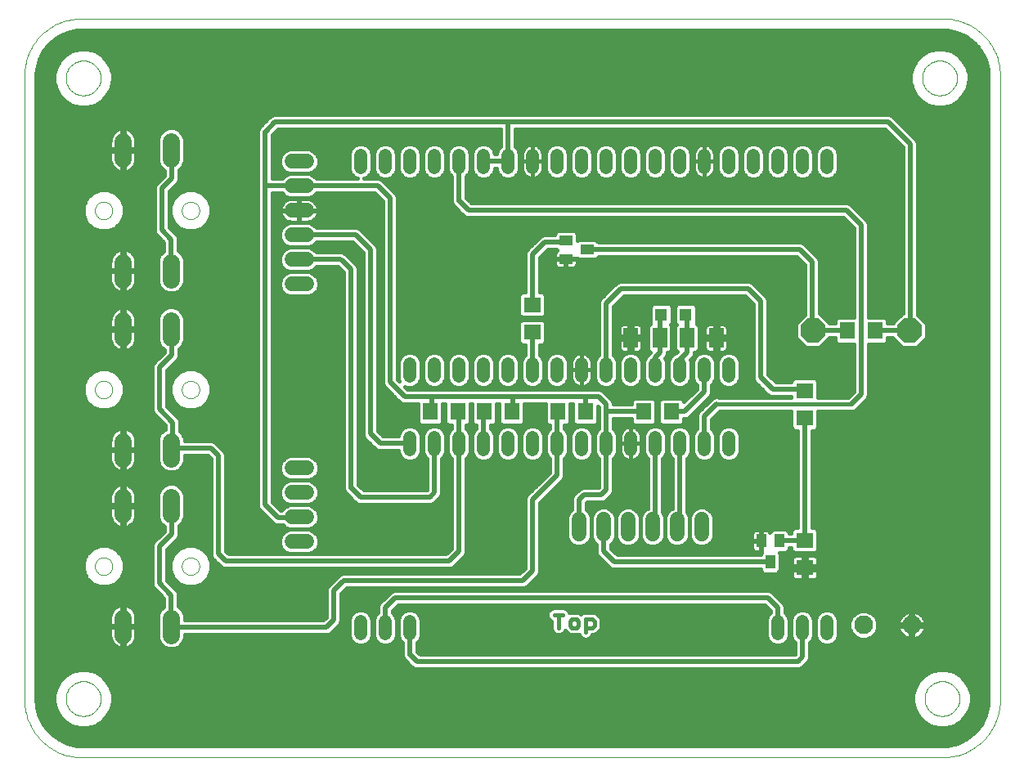
<source format=gtl>
G75*
%MOIN*%
%OFA0B0*%
%FSLAX24Y24*%
%IPPOS*%
%LPD*%
%AMOC8*
5,1,8,0,0,1.08239X$1,22.5*
%
%ADD10C,0.0000*%
%ADD11C,0.0180*%
%ADD12C,0.0520*%
%ADD13R,0.0591X0.0787*%
%ADD14R,0.0630X0.0710*%
%ADD15C,0.0600*%
%ADD16C,0.0705*%
%ADD17R,0.0515X0.0515*%
%ADD18R,0.0551X0.0394*%
%ADD19R,0.0710X0.0630*%
%ADD20OC8,0.1000*%
%ADD21C,0.0768*%
%ADD22R,0.0394X0.0551*%
%ADD23C,0.0160*%
%ADD24C,0.0200*%
D10*
X002526Y000168D02*
X037566Y000168D01*
X037661Y000170D01*
X037756Y000176D01*
X037851Y000185D01*
X037945Y000199D01*
X038038Y000216D01*
X038131Y000237D01*
X038223Y000261D01*
X038314Y000290D01*
X038404Y000321D01*
X038492Y000357D01*
X038579Y000396D01*
X038664Y000439D01*
X038747Y000484D01*
X038828Y000534D01*
X038908Y000586D01*
X038985Y000642D01*
X039060Y000700D01*
X039132Y000762D01*
X039202Y000827D01*
X039269Y000894D01*
X039334Y000964D01*
X039396Y001036D01*
X039454Y001111D01*
X039510Y001188D01*
X039562Y001268D01*
X039612Y001349D01*
X039657Y001432D01*
X039700Y001517D01*
X039739Y001604D01*
X039775Y001692D01*
X039806Y001782D01*
X039835Y001873D01*
X039859Y001965D01*
X039880Y002058D01*
X039897Y002151D01*
X039911Y002245D01*
X039920Y002340D01*
X039926Y002435D01*
X039928Y002530D01*
X039928Y028024D01*
X039925Y028117D01*
X039917Y028210D01*
X039906Y028302D01*
X039890Y028394D01*
X039872Y028486D01*
X039849Y028576D01*
X039823Y028665D01*
X039794Y028754D01*
X039760Y028841D01*
X039724Y028926D01*
X039684Y029011D01*
X039640Y029093D01*
X039594Y029174D01*
X039544Y029252D01*
X039491Y029329D01*
X039435Y029403D01*
X039376Y029475D01*
X039314Y029545D01*
X039249Y029612D01*
X039182Y029676D01*
X039112Y029738D01*
X039040Y029797D01*
X038965Y029853D01*
X038888Y029906D01*
X038810Y029955D01*
X038729Y030002D01*
X038646Y030045D01*
X038562Y030085D01*
X038476Y030121D01*
X038389Y030154D01*
X038301Y030183D01*
X038211Y030209D01*
X038121Y030231D01*
X038030Y030250D01*
X037938Y030265D01*
X037845Y030276D01*
X037752Y030283D01*
X037659Y030287D01*
X037566Y030286D01*
X002526Y030286D01*
X000164Y028024D02*
X000164Y002530D01*
X000166Y002435D01*
X000172Y002340D01*
X000181Y002245D01*
X000195Y002151D01*
X000212Y002058D01*
X000233Y001965D01*
X000257Y001873D01*
X000286Y001782D01*
X000317Y001692D01*
X000353Y001604D01*
X000392Y001517D01*
X000435Y001432D01*
X000480Y001349D01*
X000530Y001268D01*
X000582Y001188D01*
X000638Y001111D01*
X000696Y001036D01*
X000758Y000964D01*
X000823Y000894D01*
X000890Y000827D01*
X000960Y000762D01*
X001032Y000700D01*
X001107Y000642D01*
X001184Y000586D01*
X001264Y000534D01*
X001345Y000484D01*
X001428Y000439D01*
X001513Y000396D01*
X001600Y000357D01*
X001688Y000321D01*
X001778Y000290D01*
X001869Y000261D01*
X001961Y000237D01*
X002054Y000216D01*
X002147Y000199D01*
X002241Y000185D01*
X002336Y000176D01*
X002431Y000170D01*
X002526Y000168D01*
X001855Y002568D02*
X001857Y002621D01*
X001863Y002674D01*
X001873Y002726D01*
X001886Y002777D01*
X001904Y002827D01*
X001925Y002876D01*
X001950Y002923D01*
X001978Y002967D01*
X002010Y003010D01*
X002044Y003050D01*
X002082Y003088D01*
X002122Y003122D01*
X002165Y003154D01*
X002210Y003182D01*
X002256Y003207D01*
X002305Y003228D01*
X002355Y003246D01*
X002406Y003259D01*
X002458Y003269D01*
X002511Y003275D01*
X002564Y003277D01*
X002617Y003275D01*
X002670Y003269D01*
X002722Y003259D01*
X002773Y003246D01*
X002823Y003228D01*
X002872Y003207D01*
X002919Y003182D01*
X002963Y003154D01*
X003006Y003122D01*
X003046Y003088D01*
X003084Y003050D01*
X003118Y003010D01*
X003150Y002967D01*
X003178Y002922D01*
X003203Y002876D01*
X003224Y002827D01*
X003242Y002777D01*
X003255Y002726D01*
X003265Y002674D01*
X003271Y002621D01*
X003273Y002568D01*
X003271Y002515D01*
X003265Y002462D01*
X003255Y002410D01*
X003242Y002359D01*
X003224Y002309D01*
X003203Y002260D01*
X003178Y002213D01*
X003150Y002169D01*
X003118Y002126D01*
X003084Y002086D01*
X003046Y002048D01*
X003006Y002014D01*
X002963Y001982D01*
X002918Y001954D01*
X002872Y001929D01*
X002823Y001908D01*
X002773Y001890D01*
X002722Y001877D01*
X002670Y001867D01*
X002617Y001861D01*
X002564Y001859D01*
X002511Y001861D01*
X002458Y001867D01*
X002406Y001877D01*
X002355Y001890D01*
X002305Y001908D01*
X002256Y001929D01*
X002209Y001954D01*
X002165Y001982D01*
X002122Y002014D01*
X002082Y002048D01*
X002044Y002086D01*
X002010Y002126D01*
X001978Y002169D01*
X001950Y002214D01*
X001925Y002260D01*
X001904Y002309D01*
X001886Y002359D01*
X001873Y002410D01*
X001863Y002462D01*
X001857Y002515D01*
X001855Y002568D01*
X003039Y007968D02*
X003041Y008005D01*
X003047Y008042D01*
X003056Y008078D01*
X003070Y008112D01*
X003087Y008145D01*
X003107Y008177D01*
X003130Y008206D01*
X003156Y008232D01*
X003185Y008255D01*
X003216Y008275D01*
X003250Y008292D01*
X003284Y008306D01*
X003320Y008315D01*
X003357Y008321D01*
X003394Y008323D01*
X003431Y008321D01*
X003468Y008315D01*
X003504Y008306D01*
X003538Y008292D01*
X003571Y008275D01*
X003603Y008255D01*
X003632Y008232D01*
X003658Y008206D01*
X003681Y008177D01*
X003701Y008146D01*
X003718Y008112D01*
X003732Y008078D01*
X003741Y008042D01*
X003747Y008005D01*
X003749Y007968D01*
X003747Y007931D01*
X003741Y007894D01*
X003732Y007858D01*
X003718Y007824D01*
X003701Y007791D01*
X003681Y007759D01*
X003658Y007730D01*
X003632Y007704D01*
X003603Y007681D01*
X003572Y007661D01*
X003538Y007644D01*
X003504Y007630D01*
X003468Y007621D01*
X003431Y007615D01*
X003394Y007613D01*
X003357Y007615D01*
X003320Y007621D01*
X003284Y007630D01*
X003250Y007644D01*
X003217Y007661D01*
X003185Y007681D01*
X003156Y007704D01*
X003130Y007730D01*
X003107Y007759D01*
X003087Y007790D01*
X003070Y007824D01*
X003056Y007858D01*
X003047Y007894D01*
X003041Y007931D01*
X003039Y007968D01*
X006579Y007968D02*
X006581Y008005D01*
X006587Y008042D01*
X006596Y008078D01*
X006610Y008112D01*
X006627Y008145D01*
X006647Y008177D01*
X006670Y008206D01*
X006696Y008232D01*
X006725Y008255D01*
X006756Y008275D01*
X006790Y008292D01*
X006824Y008306D01*
X006860Y008315D01*
X006897Y008321D01*
X006934Y008323D01*
X006971Y008321D01*
X007008Y008315D01*
X007044Y008306D01*
X007078Y008292D01*
X007111Y008275D01*
X007143Y008255D01*
X007172Y008232D01*
X007198Y008206D01*
X007221Y008177D01*
X007241Y008146D01*
X007258Y008112D01*
X007272Y008078D01*
X007281Y008042D01*
X007287Y008005D01*
X007289Y007968D01*
X007287Y007931D01*
X007281Y007894D01*
X007272Y007858D01*
X007258Y007824D01*
X007241Y007791D01*
X007221Y007759D01*
X007198Y007730D01*
X007172Y007704D01*
X007143Y007681D01*
X007112Y007661D01*
X007078Y007644D01*
X007044Y007630D01*
X007008Y007621D01*
X006971Y007615D01*
X006934Y007613D01*
X006897Y007615D01*
X006860Y007621D01*
X006824Y007630D01*
X006790Y007644D01*
X006757Y007661D01*
X006725Y007681D01*
X006696Y007704D01*
X006670Y007730D01*
X006647Y007759D01*
X006627Y007790D01*
X006610Y007824D01*
X006596Y007858D01*
X006587Y007894D01*
X006581Y007931D01*
X006579Y007968D01*
X006579Y015168D02*
X006581Y015205D01*
X006587Y015242D01*
X006596Y015278D01*
X006610Y015312D01*
X006627Y015345D01*
X006647Y015377D01*
X006670Y015406D01*
X006696Y015432D01*
X006725Y015455D01*
X006756Y015475D01*
X006790Y015492D01*
X006824Y015506D01*
X006860Y015515D01*
X006897Y015521D01*
X006934Y015523D01*
X006971Y015521D01*
X007008Y015515D01*
X007044Y015506D01*
X007078Y015492D01*
X007111Y015475D01*
X007143Y015455D01*
X007172Y015432D01*
X007198Y015406D01*
X007221Y015377D01*
X007241Y015346D01*
X007258Y015312D01*
X007272Y015278D01*
X007281Y015242D01*
X007287Y015205D01*
X007289Y015168D01*
X007287Y015131D01*
X007281Y015094D01*
X007272Y015058D01*
X007258Y015024D01*
X007241Y014991D01*
X007221Y014959D01*
X007198Y014930D01*
X007172Y014904D01*
X007143Y014881D01*
X007112Y014861D01*
X007078Y014844D01*
X007044Y014830D01*
X007008Y014821D01*
X006971Y014815D01*
X006934Y014813D01*
X006897Y014815D01*
X006860Y014821D01*
X006824Y014830D01*
X006790Y014844D01*
X006757Y014861D01*
X006725Y014881D01*
X006696Y014904D01*
X006670Y014930D01*
X006647Y014959D01*
X006627Y014990D01*
X006610Y015024D01*
X006596Y015058D01*
X006587Y015094D01*
X006581Y015131D01*
X006579Y015168D01*
X003039Y015168D02*
X003041Y015205D01*
X003047Y015242D01*
X003056Y015278D01*
X003070Y015312D01*
X003087Y015345D01*
X003107Y015377D01*
X003130Y015406D01*
X003156Y015432D01*
X003185Y015455D01*
X003216Y015475D01*
X003250Y015492D01*
X003284Y015506D01*
X003320Y015515D01*
X003357Y015521D01*
X003394Y015523D01*
X003431Y015521D01*
X003468Y015515D01*
X003504Y015506D01*
X003538Y015492D01*
X003571Y015475D01*
X003603Y015455D01*
X003632Y015432D01*
X003658Y015406D01*
X003681Y015377D01*
X003701Y015346D01*
X003718Y015312D01*
X003732Y015278D01*
X003741Y015242D01*
X003747Y015205D01*
X003749Y015168D01*
X003747Y015131D01*
X003741Y015094D01*
X003732Y015058D01*
X003718Y015024D01*
X003701Y014991D01*
X003681Y014959D01*
X003658Y014930D01*
X003632Y014904D01*
X003603Y014881D01*
X003572Y014861D01*
X003538Y014844D01*
X003504Y014830D01*
X003468Y014821D01*
X003431Y014815D01*
X003394Y014813D01*
X003357Y014815D01*
X003320Y014821D01*
X003284Y014830D01*
X003250Y014844D01*
X003217Y014861D01*
X003185Y014881D01*
X003156Y014904D01*
X003130Y014930D01*
X003107Y014959D01*
X003087Y014990D01*
X003070Y015024D01*
X003056Y015058D01*
X003047Y015094D01*
X003041Y015131D01*
X003039Y015168D01*
X003039Y022468D02*
X003041Y022505D01*
X003047Y022542D01*
X003056Y022578D01*
X003070Y022612D01*
X003087Y022645D01*
X003107Y022677D01*
X003130Y022706D01*
X003156Y022732D01*
X003185Y022755D01*
X003216Y022775D01*
X003250Y022792D01*
X003284Y022806D01*
X003320Y022815D01*
X003357Y022821D01*
X003394Y022823D01*
X003431Y022821D01*
X003468Y022815D01*
X003504Y022806D01*
X003538Y022792D01*
X003571Y022775D01*
X003603Y022755D01*
X003632Y022732D01*
X003658Y022706D01*
X003681Y022677D01*
X003701Y022646D01*
X003718Y022612D01*
X003732Y022578D01*
X003741Y022542D01*
X003747Y022505D01*
X003749Y022468D01*
X003747Y022431D01*
X003741Y022394D01*
X003732Y022358D01*
X003718Y022324D01*
X003701Y022291D01*
X003681Y022259D01*
X003658Y022230D01*
X003632Y022204D01*
X003603Y022181D01*
X003572Y022161D01*
X003538Y022144D01*
X003504Y022130D01*
X003468Y022121D01*
X003431Y022115D01*
X003394Y022113D01*
X003357Y022115D01*
X003320Y022121D01*
X003284Y022130D01*
X003250Y022144D01*
X003217Y022161D01*
X003185Y022181D01*
X003156Y022204D01*
X003130Y022230D01*
X003107Y022259D01*
X003087Y022290D01*
X003070Y022324D01*
X003056Y022358D01*
X003047Y022394D01*
X003041Y022431D01*
X003039Y022468D01*
X006579Y022468D02*
X006581Y022505D01*
X006587Y022542D01*
X006596Y022578D01*
X006610Y022612D01*
X006627Y022645D01*
X006647Y022677D01*
X006670Y022706D01*
X006696Y022732D01*
X006725Y022755D01*
X006756Y022775D01*
X006790Y022792D01*
X006824Y022806D01*
X006860Y022815D01*
X006897Y022821D01*
X006934Y022823D01*
X006971Y022821D01*
X007008Y022815D01*
X007044Y022806D01*
X007078Y022792D01*
X007111Y022775D01*
X007143Y022755D01*
X007172Y022732D01*
X007198Y022706D01*
X007221Y022677D01*
X007241Y022646D01*
X007258Y022612D01*
X007272Y022578D01*
X007281Y022542D01*
X007287Y022505D01*
X007289Y022468D01*
X007287Y022431D01*
X007281Y022394D01*
X007272Y022358D01*
X007258Y022324D01*
X007241Y022291D01*
X007221Y022259D01*
X007198Y022230D01*
X007172Y022204D01*
X007143Y022181D01*
X007112Y022161D01*
X007078Y022144D01*
X007044Y022130D01*
X007008Y022121D01*
X006971Y022115D01*
X006934Y022113D01*
X006897Y022115D01*
X006860Y022121D01*
X006824Y022130D01*
X006790Y022144D01*
X006757Y022161D01*
X006725Y022181D01*
X006696Y022204D01*
X006670Y022230D01*
X006647Y022259D01*
X006627Y022290D01*
X006610Y022324D01*
X006596Y022358D01*
X006587Y022394D01*
X006581Y022431D01*
X006579Y022468D01*
X001855Y027868D02*
X001857Y027921D01*
X001863Y027974D01*
X001873Y028026D01*
X001886Y028077D01*
X001904Y028127D01*
X001925Y028176D01*
X001950Y028223D01*
X001978Y028267D01*
X002010Y028310D01*
X002044Y028350D01*
X002082Y028388D01*
X002122Y028422D01*
X002165Y028454D01*
X002210Y028482D01*
X002256Y028507D01*
X002305Y028528D01*
X002355Y028546D01*
X002406Y028559D01*
X002458Y028569D01*
X002511Y028575D01*
X002564Y028577D01*
X002617Y028575D01*
X002670Y028569D01*
X002722Y028559D01*
X002773Y028546D01*
X002823Y028528D01*
X002872Y028507D01*
X002919Y028482D01*
X002963Y028454D01*
X003006Y028422D01*
X003046Y028388D01*
X003084Y028350D01*
X003118Y028310D01*
X003150Y028267D01*
X003178Y028222D01*
X003203Y028176D01*
X003224Y028127D01*
X003242Y028077D01*
X003255Y028026D01*
X003265Y027974D01*
X003271Y027921D01*
X003273Y027868D01*
X003271Y027815D01*
X003265Y027762D01*
X003255Y027710D01*
X003242Y027659D01*
X003224Y027609D01*
X003203Y027560D01*
X003178Y027513D01*
X003150Y027469D01*
X003118Y027426D01*
X003084Y027386D01*
X003046Y027348D01*
X003006Y027314D01*
X002963Y027282D01*
X002918Y027254D01*
X002872Y027229D01*
X002823Y027208D01*
X002773Y027190D01*
X002722Y027177D01*
X002670Y027167D01*
X002617Y027161D01*
X002564Y027159D01*
X002511Y027161D01*
X002458Y027167D01*
X002406Y027177D01*
X002355Y027190D01*
X002305Y027208D01*
X002256Y027229D01*
X002209Y027254D01*
X002165Y027282D01*
X002122Y027314D01*
X002082Y027348D01*
X002044Y027386D01*
X002010Y027426D01*
X001978Y027469D01*
X001950Y027514D01*
X001925Y027560D01*
X001904Y027609D01*
X001886Y027659D01*
X001873Y027710D01*
X001863Y027762D01*
X001857Y027815D01*
X001855Y027868D01*
X000164Y028024D02*
X000168Y028120D01*
X000176Y028215D01*
X000187Y028310D01*
X000203Y028404D01*
X000223Y028497D01*
X000247Y028590D01*
X000274Y028682D01*
X000305Y028772D01*
X000340Y028861D01*
X000378Y028949D01*
X000420Y029035D01*
X000466Y029119D01*
X000515Y029201D01*
X000567Y029281D01*
X000623Y029358D01*
X000682Y029434D01*
X000744Y029507D01*
X000809Y029577D01*
X000876Y029645D01*
X000947Y029709D01*
X001020Y029771D01*
X001095Y029830D01*
X001173Y029885D01*
X001253Y029937D01*
X001335Y029986D01*
X001419Y030032D01*
X001505Y030073D01*
X001593Y030112D01*
X001682Y030146D01*
X001772Y030177D01*
X001864Y030205D01*
X001957Y030228D01*
X002050Y030248D01*
X002145Y030263D01*
X002240Y030275D01*
X002335Y030283D01*
X002430Y030287D01*
X002526Y030286D01*
X036755Y027868D02*
X036757Y027921D01*
X036763Y027974D01*
X036773Y028026D01*
X036786Y028077D01*
X036804Y028127D01*
X036825Y028176D01*
X036850Y028223D01*
X036878Y028267D01*
X036910Y028310D01*
X036944Y028350D01*
X036982Y028388D01*
X037022Y028422D01*
X037065Y028454D01*
X037110Y028482D01*
X037156Y028507D01*
X037205Y028528D01*
X037255Y028546D01*
X037306Y028559D01*
X037358Y028569D01*
X037411Y028575D01*
X037464Y028577D01*
X037517Y028575D01*
X037570Y028569D01*
X037622Y028559D01*
X037673Y028546D01*
X037723Y028528D01*
X037772Y028507D01*
X037819Y028482D01*
X037863Y028454D01*
X037906Y028422D01*
X037946Y028388D01*
X037984Y028350D01*
X038018Y028310D01*
X038050Y028267D01*
X038078Y028222D01*
X038103Y028176D01*
X038124Y028127D01*
X038142Y028077D01*
X038155Y028026D01*
X038165Y027974D01*
X038171Y027921D01*
X038173Y027868D01*
X038171Y027815D01*
X038165Y027762D01*
X038155Y027710D01*
X038142Y027659D01*
X038124Y027609D01*
X038103Y027560D01*
X038078Y027513D01*
X038050Y027469D01*
X038018Y027426D01*
X037984Y027386D01*
X037946Y027348D01*
X037906Y027314D01*
X037863Y027282D01*
X037818Y027254D01*
X037772Y027229D01*
X037723Y027208D01*
X037673Y027190D01*
X037622Y027177D01*
X037570Y027167D01*
X037517Y027161D01*
X037464Y027159D01*
X037411Y027161D01*
X037358Y027167D01*
X037306Y027177D01*
X037255Y027190D01*
X037205Y027208D01*
X037156Y027229D01*
X037109Y027254D01*
X037065Y027282D01*
X037022Y027314D01*
X036982Y027348D01*
X036944Y027386D01*
X036910Y027426D01*
X036878Y027469D01*
X036850Y027514D01*
X036825Y027560D01*
X036804Y027609D01*
X036786Y027659D01*
X036773Y027710D01*
X036763Y027762D01*
X036757Y027815D01*
X036755Y027868D01*
X036855Y002568D02*
X036857Y002621D01*
X036863Y002674D01*
X036873Y002726D01*
X036886Y002777D01*
X036904Y002827D01*
X036925Y002876D01*
X036950Y002923D01*
X036978Y002967D01*
X037010Y003010D01*
X037044Y003050D01*
X037082Y003088D01*
X037122Y003122D01*
X037165Y003154D01*
X037210Y003182D01*
X037256Y003207D01*
X037305Y003228D01*
X037355Y003246D01*
X037406Y003259D01*
X037458Y003269D01*
X037511Y003275D01*
X037564Y003277D01*
X037617Y003275D01*
X037670Y003269D01*
X037722Y003259D01*
X037773Y003246D01*
X037823Y003228D01*
X037872Y003207D01*
X037919Y003182D01*
X037963Y003154D01*
X038006Y003122D01*
X038046Y003088D01*
X038084Y003050D01*
X038118Y003010D01*
X038150Y002967D01*
X038178Y002922D01*
X038203Y002876D01*
X038224Y002827D01*
X038242Y002777D01*
X038255Y002726D01*
X038265Y002674D01*
X038271Y002621D01*
X038273Y002568D01*
X038271Y002515D01*
X038265Y002462D01*
X038255Y002410D01*
X038242Y002359D01*
X038224Y002309D01*
X038203Y002260D01*
X038178Y002213D01*
X038150Y002169D01*
X038118Y002126D01*
X038084Y002086D01*
X038046Y002048D01*
X038006Y002014D01*
X037963Y001982D01*
X037918Y001954D01*
X037872Y001929D01*
X037823Y001908D01*
X037773Y001890D01*
X037722Y001877D01*
X037670Y001867D01*
X037617Y001861D01*
X037564Y001859D01*
X037511Y001861D01*
X037458Y001867D01*
X037406Y001877D01*
X037355Y001890D01*
X037305Y001908D01*
X037256Y001929D01*
X037209Y001954D01*
X037165Y001982D01*
X037122Y002014D01*
X037082Y002048D01*
X037044Y002086D01*
X037010Y002126D01*
X036978Y002169D01*
X036950Y002214D01*
X036925Y002260D01*
X036904Y002309D01*
X036886Y002359D01*
X036873Y002410D01*
X036863Y002462D01*
X036857Y002515D01*
X036855Y002568D01*
D11*
X023390Y005545D02*
X023303Y005458D01*
X023043Y005458D01*
X023043Y005284D02*
X023043Y005805D01*
X023303Y005805D01*
X023390Y005718D01*
X023390Y005545D01*
X022746Y005545D02*
X022659Y005458D01*
X022485Y005458D01*
X022399Y005545D01*
X022399Y005718D01*
X022485Y005805D01*
X022659Y005805D01*
X022746Y005718D01*
X022746Y005545D01*
X022101Y005978D02*
X021754Y005978D01*
X021928Y005978D02*
X021928Y005458D01*
D12*
X015864Y005208D02*
X015864Y005728D01*
X014864Y005728D02*
X014864Y005208D01*
X013864Y005208D02*
X013864Y005728D01*
X015864Y012708D02*
X015864Y013228D01*
X016864Y013228D02*
X016864Y012708D01*
X017864Y012708D02*
X017864Y013228D01*
X018864Y013228D02*
X018864Y012708D01*
X019864Y012708D02*
X019864Y013228D01*
X020864Y013228D02*
X020864Y012708D01*
X021864Y012708D02*
X021864Y013228D01*
X022864Y013228D02*
X022864Y012708D01*
X023864Y012708D02*
X023864Y013228D01*
X024864Y013228D02*
X024864Y012708D01*
X025864Y012708D02*
X025864Y013228D01*
X026864Y013228D02*
X026864Y012708D01*
X027864Y012708D02*
X027864Y013228D01*
X028864Y013228D02*
X028864Y012708D01*
X028864Y015708D02*
X028864Y016228D01*
X027864Y016228D02*
X027864Y015708D01*
X026864Y015708D02*
X026864Y016228D01*
X025864Y016228D02*
X025864Y015708D01*
X024864Y015708D02*
X024864Y016228D01*
X023864Y016228D02*
X023864Y015708D01*
X022864Y015708D02*
X022864Y016228D01*
X021864Y016228D02*
X021864Y015708D01*
X020864Y015708D02*
X020864Y016228D01*
X019864Y016228D02*
X019864Y015708D01*
X018864Y015708D02*
X018864Y016228D01*
X017864Y016228D02*
X017864Y015708D01*
X016864Y015708D02*
X016864Y016228D01*
X015864Y016228D02*
X015864Y015708D01*
X015864Y024208D02*
X015864Y024728D01*
X014864Y024728D02*
X014864Y024208D01*
X013864Y024208D02*
X013864Y024728D01*
X016864Y024728D02*
X016864Y024208D01*
X017864Y024208D02*
X017864Y024728D01*
X018864Y024728D02*
X018864Y024208D01*
X019864Y024208D02*
X019864Y024728D01*
X020864Y024728D02*
X020864Y024208D01*
X021864Y024208D02*
X021864Y024728D01*
X022864Y024728D02*
X022864Y024208D01*
X023864Y024208D02*
X023864Y024728D01*
X024864Y024728D02*
X024864Y024208D01*
X025864Y024208D02*
X025864Y024728D01*
X026864Y024728D02*
X026864Y024208D01*
X027864Y024208D02*
X027864Y024728D01*
X028864Y024728D02*
X028864Y024208D01*
X029864Y024208D02*
X029864Y024728D01*
X030864Y024728D02*
X030864Y024208D01*
X031864Y024208D02*
X031864Y024728D01*
X032864Y024728D02*
X032864Y024208D01*
X032864Y005728D02*
X032864Y005208D01*
X031864Y005208D02*
X031864Y005728D01*
X030864Y005728D02*
X030864Y005208D01*
D13*
X028355Y017268D03*
X027174Y017268D03*
X026055Y017268D03*
X024874Y017268D03*
D14*
X025404Y014268D03*
X026524Y014268D03*
X023024Y014268D03*
X021904Y014268D03*
X020024Y014268D03*
X018904Y014268D03*
X017824Y014268D03*
X016704Y014268D03*
X033704Y017568D03*
X034824Y017568D03*
D15*
X027764Y009868D02*
X027764Y009268D01*
X026764Y009268D02*
X026764Y009868D01*
X025764Y009868D02*
X025764Y009268D01*
X024764Y009268D02*
X024764Y009868D01*
X023764Y009868D02*
X023764Y009268D01*
X022764Y009268D02*
X022764Y009868D01*
X011664Y009968D02*
X011064Y009968D01*
X011064Y008968D02*
X011664Y008968D01*
X011664Y010968D02*
X011064Y010968D01*
X011064Y011968D02*
X011664Y011968D01*
X011664Y019468D02*
X011064Y019468D01*
X011064Y020468D02*
X011664Y020468D01*
X011664Y021468D02*
X011064Y021468D01*
X011064Y022468D02*
X011664Y022468D01*
X011664Y023468D02*
X011064Y023468D01*
X011064Y024468D02*
X011664Y024468D01*
D16*
X006144Y024575D02*
X006144Y025280D01*
X004184Y025280D02*
X004184Y024575D01*
X004184Y020360D02*
X004184Y019655D01*
X004184Y017980D02*
X004184Y017275D01*
X006144Y017275D02*
X006144Y017980D01*
X006144Y019655D02*
X006144Y020360D01*
X006144Y013060D02*
X006144Y012355D01*
X006144Y010780D02*
X006144Y010075D01*
X004184Y010075D02*
X004184Y010780D01*
X004184Y012355D02*
X004184Y013060D01*
X004184Y005860D02*
X004184Y005155D01*
X006144Y005155D02*
X006144Y005860D01*
D17*
X026114Y018218D03*
X027114Y018218D03*
D18*
X023097Y020868D03*
X022231Y021242D03*
X022231Y020494D03*
D19*
X020864Y018628D03*
X020864Y017508D03*
X031964Y015128D03*
X031964Y014008D03*
X031964Y009028D03*
X031964Y007908D03*
D20*
X032294Y017568D03*
X036234Y017568D03*
D21*
X036333Y005568D03*
X034364Y005568D03*
D22*
X030564Y008135D03*
X030190Y009001D03*
X030938Y009001D03*
D23*
X001195Y001199D02*
X000933Y001529D01*
X000750Y001909D01*
X000656Y002319D01*
X000644Y002530D01*
X000644Y028015D01*
X000660Y028218D01*
X000760Y028616D01*
X000946Y028982D01*
X001209Y029298D01*
X001535Y029546D01*
X001909Y029716D01*
X002311Y029799D01*
X002513Y029806D01*
X002521Y029806D01*
X002611Y029804D01*
X002616Y029806D01*
X037476Y029806D01*
X037481Y029804D01*
X037571Y029806D01*
X037579Y029806D01*
X037782Y029799D01*
X038184Y029716D01*
X038557Y029546D01*
X038883Y029298D01*
X039146Y028982D01*
X039332Y028616D01*
X039432Y028218D01*
X039448Y028015D01*
X039448Y002530D01*
X039436Y002319D01*
X039342Y001909D01*
X039159Y001529D01*
X038897Y001199D01*
X038567Y000936D01*
X038187Y000754D01*
X037776Y000660D01*
X037566Y000648D01*
X002526Y000648D01*
X002316Y000660D01*
X001905Y000754D01*
X001525Y000936D01*
X001195Y001199D01*
X001166Y001236D02*
X038926Y001236D01*
X039052Y001394D02*
X037777Y001394D01*
X037721Y001379D02*
X038023Y001460D01*
X038294Y001617D01*
X038515Y001838D01*
X038672Y002109D01*
X038753Y002411D01*
X038753Y002724D01*
X038672Y003027D01*
X038515Y003298D01*
X038294Y003519D01*
X038023Y003676D01*
X037721Y003757D01*
X037408Y003757D01*
X037105Y003676D01*
X036834Y003519D01*
X036613Y003298D01*
X036457Y003027D01*
X036376Y002724D01*
X036376Y002411D01*
X036457Y002109D01*
X036613Y001838D01*
X036834Y001617D01*
X037105Y001460D01*
X037408Y001379D01*
X037721Y001379D01*
X037351Y001394D02*
X002777Y001394D01*
X002721Y001379D02*
X003023Y001460D01*
X003294Y001617D01*
X003515Y001838D01*
X003672Y002109D01*
X003753Y002411D01*
X003753Y002724D01*
X003672Y003027D01*
X003515Y003298D01*
X003294Y003519D01*
X003023Y003676D01*
X002721Y003757D01*
X002408Y003757D01*
X002105Y003676D01*
X001834Y003519D01*
X001613Y003298D01*
X001457Y003027D01*
X001376Y002724D01*
X001376Y002411D01*
X001457Y002109D01*
X001613Y001838D01*
X001834Y001617D01*
X002105Y001460D01*
X002408Y001379D01*
X002721Y001379D01*
X002351Y001394D02*
X001040Y001394D01*
X000921Y001553D02*
X001945Y001553D01*
X001740Y001711D02*
X000845Y001711D01*
X000768Y001870D02*
X001595Y001870D01*
X001503Y002028D02*
X000722Y002028D01*
X000686Y002187D02*
X001436Y002187D01*
X001393Y002345D02*
X000655Y002345D01*
X000646Y002504D02*
X001376Y002504D01*
X001376Y002662D02*
X000644Y002662D01*
X000644Y002821D02*
X001401Y002821D01*
X001444Y002979D02*
X000644Y002979D01*
X000644Y003138D02*
X001521Y003138D01*
X001612Y003296D02*
X000644Y003296D01*
X000644Y003455D02*
X001770Y003455D01*
X001998Y003613D02*
X000644Y003613D01*
X000644Y003772D02*
X016095Y003772D01*
X016104Y003768D02*
X031702Y003768D01*
X031849Y003829D01*
X031849Y003829D01*
X031863Y003843D01*
X031863Y003843D01*
X032034Y004014D01*
X032119Y004098D01*
X032164Y004208D01*
X032164Y004857D01*
X032254Y004947D01*
X032324Y005116D01*
X032324Y005819D01*
X032254Y005989D01*
X032125Y006118D01*
X031956Y006188D01*
X031773Y006188D01*
X031604Y006118D01*
X031474Y005989D01*
X031404Y005819D01*
X031404Y005116D01*
X031474Y004947D01*
X031564Y004857D01*
X031564Y004392D01*
X031540Y004368D01*
X016288Y004368D01*
X016164Y004492D01*
X016164Y004857D01*
X016254Y004947D01*
X016324Y005116D01*
X016324Y005819D01*
X016254Y005989D01*
X016125Y006118D01*
X015956Y006188D01*
X015773Y006188D01*
X015604Y006118D01*
X015474Y005989D01*
X015404Y005819D01*
X015404Y005116D01*
X015474Y004947D01*
X015564Y004857D01*
X015564Y004330D01*
X015625Y004183D01*
X015625Y004183D01*
X015639Y004169D01*
X015639Y004169D01*
X015910Y003898D01*
X015994Y003814D01*
X016104Y003768D01*
X015877Y003930D02*
X000644Y003930D01*
X000644Y004089D02*
X015719Y004089D01*
X015598Y004247D02*
X000644Y004247D01*
X000644Y004406D02*
X015564Y004406D01*
X015564Y004564D02*
X000644Y004564D01*
X000644Y004723D02*
X003874Y004723D01*
X003905Y004700D02*
X003980Y004662D01*
X004059Y004636D01*
X004142Y004623D01*
X004147Y004623D01*
X004147Y005470D01*
X004222Y005470D01*
X004222Y005545D01*
X004717Y005545D01*
X004717Y005902D01*
X004704Y005985D01*
X004678Y006065D01*
X004640Y006140D01*
X004590Y006207D01*
X004531Y006267D01*
X004463Y006316D01*
X004389Y006354D01*
X004309Y006380D01*
X004226Y006393D01*
X004222Y006393D01*
X004222Y005545D01*
X004147Y005545D01*
X004147Y005470D01*
X003652Y005470D01*
X003652Y005114D01*
X003665Y005031D01*
X003691Y004951D01*
X003729Y004876D01*
X003778Y004809D01*
X003837Y004749D01*
X003905Y004700D01*
X004147Y004723D02*
X004222Y004723D01*
X004222Y004623D02*
X004226Y004623D01*
X004309Y004636D01*
X004389Y004662D01*
X004463Y004700D01*
X004531Y004749D01*
X004590Y004809D01*
X004640Y004876D01*
X004678Y004951D01*
X004704Y005031D01*
X004717Y005114D01*
X004717Y005470D01*
X004222Y005470D01*
X004222Y004623D01*
X004222Y004881D02*
X004147Y004881D01*
X004147Y005040D02*
X004222Y005040D01*
X004222Y005198D02*
X004147Y005198D01*
X004147Y005357D02*
X004222Y005357D01*
X004222Y005515D02*
X005592Y005515D01*
X005592Y005357D02*
X004717Y005357D01*
X004717Y005198D02*
X005592Y005198D01*
X005592Y005046D02*
X005676Y004842D01*
X005831Y004687D01*
X006034Y004603D01*
X006254Y004603D01*
X006457Y004687D01*
X006613Y004842D01*
X006697Y005046D01*
X006697Y005168D01*
X012524Y005168D01*
X012634Y005214D01*
X012719Y005298D01*
X012905Y005484D01*
X012923Y005502D01*
X012989Y005569D01*
X013003Y005583D01*
X013003Y005583D01*
X013064Y005730D01*
X013064Y006844D01*
X013288Y007068D01*
X020524Y007068D01*
X020634Y007114D01*
X020719Y007198D01*
X021034Y007514D01*
X021119Y007598D01*
X021164Y007708D01*
X021164Y010544D01*
X022034Y011414D01*
X022119Y011498D01*
X022164Y011608D01*
X022164Y012357D01*
X022254Y012447D01*
X022324Y012616D01*
X022324Y013319D01*
X022254Y013489D01*
X022164Y013578D01*
X022164Y013713D01*
X022302Y013713D01*
X022419Y013830D01*
X022419Y014568D01*
X022509Y014568D01*
X022509Y013830D01*
X022626Y013713D01*
X023422Y013713D01*
X023539Y013830D01*
X023539Y014469D01*
X023564Y014444D01*
X023564Y013578D01*
X023474Y013489D01*
X023404Y013319D01*
X023404Y012616D01*
X023474Y012447D01*
X023564Y012357D01*
X023564Y011192D01*
X023540Y011168D01*
X022904Y011168D01*
X022794Y011122D01*
X022710Y011038D01*
X022510Y010838D01*
X022464Y010728D01*
X022464Y010275D01*
X022340Y010151D01*
X022264Y009967D01*
X022264Y009169D01*
X022340Y008985D01*
X022481Y008844D01*
X022665Y008768D01*
X022864Y008768D01*
X023047Y008844D01*
X023464Y008844D01*
X023464Y008861D02*
X023464Y008508D01*
X023510Y008398D01*
X023594Y008314D01*
X023943Y007965D01*
X023943Y007965D01*
X024027Y007881D01*
X024138Y007835D01*
X030167Y007835D01*
X030167Y007776D01*
X030284Y007659D01*
X030844Y007659D01*
X030961Y007776D01*
X030961Y008493D01*
X030929Y008525D01*
X031218Y008525D01*
X031335Y008643D01*
X031335Y008728D01*
X031409Y008728D01*
X031409Y008630D01*
X031526Y008513D01*
X032402Y008513D01*
X032519Y008630D01*
X032519Y009426D01*
X032402Y009543D01*
X032264Y009543D01*
X032264Y013493D01*
X032402Y013493D01*
X032519Y013610D01*
X032519Y014288D01*
X033756Y014288D01*
X033804Y014268D01*
X033924Y014268D01*
X034034Y014314D01*
X034519Y014798D01*
X034564Y014908D01*
X034564Y017013D01*
X035222Y017013D01*
X035339Y017130D01*
X035339Y017268D01*
X035544Y017268D01*
X035944Y016868D01*
X036524Y016868D01*
X036934Y017278D01*
X036934Y017858D01*
X036564Y018228D01*
X036564Y025228D01*
X036519Y025338D01*
X035619Y026238D01*
X035534Y026322D01*
X035424Y026368D01*
X010304Y026368D01*
X010194Y026322D01*
X010110Y026238D01*
X009739Y025867D01*
X009725Y025853D01*
X009664Y025706D01*
X009664Y010408D01*
X009710Y010298D01*
X009794Y010214D01*
X010325Y009683D01*
X010435Y009637D01*
X010688Y009637D01*
X010781Y009544D01*
X010965Y009468D01*
X011764Y009468D01*
X011947Y009544D01*
X012088Y009685D01*
X012164Y009869D01*
X012164Y010067D01*
X012088Y010251D01*
X011947Y010392D01*
X011764Y010468D01*
X010965Y010468D01*
X010781Y010392D01*
X010640Y010251D01*
X010635Y010237D01*
X010619Y010237D01*
X010264Y010592D01*
X010264Y023168D01*
X010657Y023168D01*
X010781Y023044D01*
X010965Y022968D01*
X011764Y022968D01*
X011947Y023044D01*
X012071Y023168D01*
X014440Y023168D01*
X014764Y022844D01*
X014764Y015408D01*
X014810Y015298D01*
X014894Y015214D01*
X015410Y014698D01*
X015494Y014614D01*
X015604Y014568D01*
X016189Y014568D01*
X016189Y013830D01*
X016307Y013713D01*
X017102Y013713D01*
X017219Y013830D01*
X017219Y014568D01*
X017309Y014568D01*
X017309Y013830D01*
X017426Y013713D01*
X017564Y013713D01*
X017564Y013578D01*
X017474Y013489D01*
X017404Y013319D01*
X017404Y012616D01*
X017474Y012447D01*
X017564Y012357D01*
X017564Y008692D01*
X017340Y008468D01*
X008488Y008468D01*
X008364Y008592D01*
X008364Y012528D01*
X008319Y012638D01*
X008019Y012938D01*
X007934Y013022D01*
X007824Y013068D01*
X006697Y013068D01*
X006697Y013170D01*
X006613Y013373D01*
X006504Y013482D01*
X006504Y013888D01*
X006459Y013998D01*
X005964Y014492D01*
X005964Y015944D01*
X006334Y016314D01*
X006419Y016398D01*
X006464Y016508D01*
X006464Y016814D01*
X006613Y016962D01*
X006697Y017166D01*
X006697Y018090D01*
X006613Y018293D01*
X006457Y018449D01*
X006254Y018533D01*
X006034Y018533D01*
X005831Y018449D01*
X005676Y018293D01*
X005592Y018090D01*
X005592Y017166D01*
X005676Y016962D01*
X005831Y016807D01*
X005864Y016793D01*
X005864Y016692D01*
X005410Y016238D01*
X005364Y016128D01*
X005364Y014308D01*
X005410Y014198D01*
X005494Y014114D01*
X005904Y013704D01*
X005904Y013559D01*
X005831Y013529D01*
X005676Y013373D01*
X005592Y013170D01*
X005592Y012246D01*
X005676Y012042D01*
X005831Y011887D01*
X006034Y011803D01*
X006254Y011803D01*
X006457Y011887D01*
X006613Y012042D01*
X006697Y012246D01*
X006697Y012468D01*
X007640Y012468D01*
X007764Y012344D01*
X007764Y008408D01*
X007810Y008298D01*
X008194Y007914D01*
X008304Y007868D01*
X017524Y007868D01*
X017634Y007914D01*
X018119Y008398D01*
X018164Y008508D01*
X018164Y012357D01*
X018254Y012447D01*
X018324Y012616D01*
X018324Y013319D01*
X018254Y013489D01*
X018164Y013578D01*
X018164Y013713D01*
X018222Y013713D01*
X018339Y013830D01*
X018339Y014568D01*
X018389Y014568D01*
X018389Y013830D01*
X018507Y013713D01*
X018564Y013713D01*
X018564Y013578D01*
X018474Y013489D01*
X018404Y013319D01*
X018404Y012616D01*
X018474Y012447D01*
X018604Y012318D01*
X018773Y012248D01*
X018956Y012248D01*
X019125Y012318D01*
X019254Y012447D01*
X019324Y012616D01*
X019324Y013319D01*
X019254Y013489D01*
X019164Y013578D01*
X019164Y013713D01*
X019302Y013713D01*
X019419Y013830D01*
X019419Y014568D01*
X019509Y014568D01*
X019509Y013830D01*
X019626Y013713D01*
X020422Y013713D01*
X020539Y013830D01*
X020539Y014568D01*
X021389Y014568D01*
X021389Y013830D01*
X021507Y013713D01*
X021564Y013713D01*
X021564Y013578D01*
X021474Y013489D01*
X021404Y013319D01*
X021404Y012616D01*
X021474Y012447D01*
X021564Y012357D01*
X021564Y011792D01*
X020610Y010838D01*
X020564Y010728D01*
X020564Y007892D01*
X020340Y007668D01*
X013126Y007668D01*
X012979Y007607D01*
X012965Y007593D01*
X012965Y007593D01*
X012594Y007222D01*
X012510Y007138D01*
X012464Y007028D01*
X012464Y005892D01*
X012340Y005768D01*
X006697Y005768D01*
X006697Y005970D01*
X006613Y006173D01*
X006457Y006329D01*
X006444Y006334D01*
X006444Y006848D01*
X006399Y006958D01*
X005964Y007392D01*
X005964Y008644D01*
X006334Y009014D01*
X006419Y009098D01*
X006464Y009208D01*
X006464Y009614D01*
X006613Y009762D01*
X006697Y009966D01*
X006697Y010890D01*
X006613Y011093D01*
X006457Y011249D01*
X006254Y011333D01*
X006034Y011333D01*
X005831Y011249D01*
X005676Y011093D01*
X005592Y010890D01*
X005592Y009966D01*
X005676Y009762D01*
X005831Y009607D01*
X005864Y009593D01*
X005864Y009392D01*
X005410Y008938D01*
X005364Y008828D01*
X005364Y007208D01*
X005410Y007098D01*
X005494Y007014D01*
X005844Y006664D01*
X005844Y006334D01*
X005831Y006329D01*
X005676Y006173D01*
X005592Y005970D01*
X005592Y005046D01*
X005594Y005040D02*
X004705Y005040D01*
X004642Y004881D02*
X005660Y004881D01*
X005795Y004723D02*
X004495Y004723D01*
X003726Y004881D02*
X000644Y004881D01*
X000644Y005040D02*
X003663Y005040D01*
X003652Y005198D02*
X000644Y005198D01*
X000644Y005357D02*
X003652Y005357D01*
X003652Y005545D02*
X004147Y005545D01*
X004147Y006393D01*
X004142Y006393D01*
X004059Y006380D01*
X003980Y006354D01*
X003905Y006316D01*
X003837Y006267D01*
X003778Y006207D01*
X003729Y006140D01*
X003691Y006065D01*
X003665Y005985D01*
X003652Y005902D01*
X003652Y005545D01*
X003652Y005674D02*
X000644Y005674D01*
X000644Y005832D02*
X003652Y005832D01*
X003667Y005991D02*
X000644Y005991D01*
X000644Y006149D02*
X003736Y006149D01*
X003894Y006308D02*
X000644Y006308D01*
X000644Y006466D02*
X005844Y006466D01*
X005844Y006625D02*
X000644Y006625D01*
X000644Y006783D02*
X005724Y006783D01*
X005566Y006942D02*
X000644Y006942D01*
X000644Y007100D02*
X005409Y007100D01*
X005364Y007259D02*
X003864Y007259D01*
X003867Y007260D02*
X004102Y007495D01*
X004229Y007802D01*
X004229Y008134D01*
X004102Y008441D01*
X003867Y008676D01*
X003560Y008803D01*
X003228Y008803D01*
X002921Y008676D01*
X002686Y008441D01*
X002559Y008134D01*
X002559Y007802D01*
X002686Y007495D01*
X002921Y007260D01*
X003228Y007133D01*
X003560Y007133D01*
X003867Y007260D01*
X004025Y007417D02*
X005364Y007417D01*
X005364Y007576D02*
X004136Y007576D01*
X004201Y007734D02*
X005364Y007734D01*
X005364Y007893D02*
X004229Y007893D01*
X004229Y008051D02*
X005364Y008051D01*
X005364Y008210D02*
X004198Y008210D01*
X004132Y008368D02*
X005364Y008368D01*
X005364Y008527D02*
X004016Y008527D01*
X003844Y008685D02*
X005364Y008685D01*
X005371Y008844D02*
X000644Y008844D01*
X000644Y009002D02*
X005474Y009002D01*
X005633Y009161D02*
X000644Y009161D01*
X000644Y009319D02*
X005791Y009319D01*
X005864Y009478D02*
X000644Y009478D01*
X000644Y009636D02*
X003882Y009636D01*
X003905Y009620D02*
X003980Y009582D01*
X004059Y009556D01*
X004142Y009543D01*
X004147Y009543D01*
X004147Y010390D01*
X004222Y010390D01*
X004222Y010465D01*
X004717Y010465D01*
X004717Y010822D01*
X004704Y010905D01*
X004678Y010985D01*
X004640Y011060D01*
X004590Y011127D01*
X004531Y011187D01*
X004463Y011236D01*
X004389Y011274D01*
X004309Y011300D01*
X004226Y011313D01*
X004222Y011313D01*
X004222Y010465D01*
X004147Y010465D01*
X004147Y010390D01*
X003652Y010390D01*
X003652Y010034D01*
X003665Y009951D01*
X003691Y009871D01*
X003729Y009796D01*
X003778Y009729D01*
X003837Y009669D01*
X003905Y009620D01*
X004147Y009636D02*
X004222Y009636D01*
X004222Y009543D02*
X004226Y009543D01*
X004309Y009556D01*
X004389Y009582D01*
X004463Y009620D01*
X004531Y009669D01*
X004590Y009729D01*
X004640Y009796D01*
X004678Y009871D01*
X004704Y009951D01*
X004717Y010034D01*
X004717Y010390D01*
X004222Y010390D01*
X004222Y009543D01*
X004222Y009795D02*
X004147Y009795D01*
X004147Y009953D02*
X004222Y009953D01*
X004222Y010112D02*
X004147Y010112D01*
X004147Y010270D02*
X004222Y010270D01*
X004222Y010429D02*
X005592Y010429D01*
X005592Y010587D02*
X004717Y010587D01*
X004717Y010746D02*
X005592Y010746D01*
X005598Y010904D02*
X004704Y010904D01*
X004637Y011063D02*
X005663Y011063D01*
X005804Y011221D02*
X004483Y011221D01*
X004222Y011221D02*
X004147Y011221D01*
X004147Y011313D02*
X004142Y011313D01*
X004059Y011300D01*
X003980Y011274D01*
X003905Y011236D01*
X003837Y011187D01*
X003778Y011127D01*
X003729Y011060D01*
X003691Y010985D01*
X003665Y010905D01*
X003652Y010822D01*
X003652Y010465D01*
X004147Y010465D01*
X004147Y011313D01*
X004147Y011063D02*
X004222Y011063D01*
X004222Y010904D02*
X004147Y010904D01*
X004147Y010746D02*
X004222Y010746D01*
X004222Y010587D02*
X004147Y010587D01*
X004147Y010429D02*
X000644Y010429D01*
X000644Y010587D02*
X003652Y010587D01*
X003652Y010746D02*
X000644Y010746D01*
X000644Y010904D02*
X003665Y010904D01*
X003731Y011063D02*
X000644Y011063D01*
X000644Y011221D02*
X003885Y011221D01*
X004059Y011836D02*
X003980Y011862D01*
X003905Y011900D01*
X003837Y011949D01*
X003778Y012009D01*
X003729Y012076D01*
X003691Y012151D01*
X003665Y012231D01*
X003652Y012314D01*
X003652Y012670D01*
X004147Y012670D01*
X004222Y012670D01*
X004222Y012745D01*
X004717Y012745D01*
X004717Y013102D01*
X004704Y013185D01*
X004678Y013265D01*
X004640Y013340D01*
X004590Y013407D01*
X004531Y013467D01*
X004463Y013516D01*
X004389Y013554D01*
X004309Y013580D01*
X004226Y013593D01*
X004222Y013593D01*
X004222Y012745D01*
X004147Y012745D01*
X004147Y012670D01*
X004147Y011823D01*
X004142Y011823D01*
X004059Y011836D01*
X004000Y011855D02*
X000644Y011855D01*
X000644Y011697D02*
X007764Y011697D01*
X007764Y011855D02*
X006381Y011855D01*
X006584Y012014D02*
X007764Y012014D01*
X007764Y012172D02*
X006666Y012172D01*
X006697Y012331D02*
X007764Y012331D01*
X008364Y012331D02*
X009664Y012331D01*
X009664Y012489D02*
X008364Y012489D01*
X008308Y012648D02*
X009664Y012648D01*
X009664Y012806D02*
X008150Y012806D01*
X007991Y012965D02*
X009664Y012965D01*
X009664Y013123D02*
X006697Y013123D01*
X006650Y013282D02*
X009664Y013282D01*
X009664Y013440D02*
X006546Y013440D01*
X006504Y013599D02*
X009664Y013599D01*
X009664Y013757D02*
X006504Y013757D01*
X006492Y013916D02*
X009664Y013916D01*
X009664Y014074D02*
X006382Y014074D01*
X006223Y014233D02*
X009664Y014233D01*
X009664Y014391D02*
X007242Y014391D01*
X007100Y014333D02*
X007407Y014460D01*
X007642Y014695D01*
X007769Y015002D01*
X007769Y015334D01*
X007642Y015641D01*
X007407Y015876D01*
X007100Y016003D01*
X006768Y016003D01*
X006461Y015876D01*
X006226Y015641D01*
X006099Y015334D01*
X006099Y015002D01*
X006226Y014695D01*
X006461Y014460D01*
X006768Y014333D01*
X007100Y014333D01*
X007497Y014550D02*
X009664Y014550D01*
X009664Y014708D02*
X007648Y014708D01*
X007713Y014867D02*
X009664Y014867D01*
X009664Y015025D02*
X007769Y015025D01*
X007769Y015184D02*
X009664Y015184D01*
X009664Y015342D02*
X007766Y015342D01*
X007700Y015501D02*
X009664Y015501D01*
X009664Y015659D02*
X007624Y015659D01*
X007465Y015818D02*
X009664Y015818D01*
X009664Y015976D02*
X007164Y015976D01*
X006704Y015976D02*
X005997Y015976D01*
X005964Y015818D02*
X006403Y015818D01*
X006245Y015659D02*
X005964Y015659D01*
X005964Y015501D02*
X006168Y015501D01*
X006103Y015342D02*
X005964Y015342D01*
X005964Y015184D02*
X006099Y015184D01*
X006099Y015025D02*
X005964Y015025D01*
X005964Y014867D02*
X006155Y014867D01*
X006221Y014708D02*
X005964Y014708D01*
X005964Y014550D02*
X006371Y014550D01*
X006627Y014391D02*
X006065Y014391D01*
X005692Y013916D02*
X000644Y013916D01*
X000644Y014074D02*
X005533Y014074D01*
X005395Y014233D02*
X000644Y014233D01*
X000644Y014391D02*
X003087Y014391D01*
X003228Y014333D02*
X002921Y014460D01*
X002686Y014695D01*
X002559Y015002D01*
X002559Y015334D01*
X002686Y015641D01*
X002921Y015876D01*
X003228Y016003D01*
X003560Y016003D01*
X003867Y015876D01*
X004102Y015641D01*
X004229Y015334D01*
X004229Y015002D01*
X004102Y014695D01*
X003867Y014460D01*
X003560Y014333D01*
X003228Y014333D01*
X002831Y014550D02*
X000644Y014550D01*
X000644Y014708D02*
X002681Y014708D01*
X002615Y014867D02*
X000644Y014867D01*
X000644Y015025D02*
X002559Y015025D01*
X002559Y015184D02*
X000644Y015184D01*
X000644Y015342D02*
X002563Y015342D01*
X002628Y015501D02*
X000644Y015501D01*
X000644Y015659D02*
X002705Y015659D01*
X002863Y015818D02*
X000644Y015818D01*
X000644Y015976D02*
X003164Y015976D01*
X003624Y015976D02*
X005364Y015976D01*
X005364Y015818D02*
X003925Y015818D01*
X004084Y015659D02*
X005364Y015659D01*
X005364Y015501D02*
X004160Y015501D01*
X004226Y015342D02*
X005364Y015342D01*
X005364Y015184D02*
X004229Y015184D01*
X004229Y015025D02*
X005364Y015025D01*
X005364Y014867D02*
X004173Y014867D01*
X004108Y014708D02*
X005364Y014708D01*
X005364Y014550D02*
X003957Y014550D01*
X003702Y014391D02*
X005364Y014391D01*
X005850Y013757D02*
X000644Y013757D01*
X000644Y013599D02*
X005904Y013599D01*
X005743Y013440D02*
X004557Y013440D01*
X004669Y013282D02*
X005638Y013282D01*
X005592Y013123D02*
X004713Y013123D01*
X004717Y012965D02*
X005592Y012965D01*
X005592Y012806D02*
X004717Y012806D01*
X004717Y012670D02*
X004222Y012670D01*
X004222Y011823D01*
X004226Y011823D01*
X004309Y011836D01*
X004389Y011862D01*
X004463Y011900D01*
X004531Y011949D01*
X004590Y012009D01*
X004640Y012076D01*
X004678Y012151D01*
X004704Y012231D01*
X004717Y012314D01*
X004717Y012670D01*
X004717Y012648D02*
X005592Y012648D01*
X005592Y012489D02*
X004717Y012489D01*
X004717Y012331D02*
X005592Y012331D01*
X005622Y012172D02*
X004685Y012172D01*
X004594Y012014D02*
X005704Y012014D01*
X005907Y011855D02*
X004369Y011855D01*
X004222Y011855D02*
X004147Y011855D01*
X004147Y012014D02*
X004222Y012014D01*
X004222Y012172D02*
X004147Y012172D01*
X004147Y012331D02*
X004222Y012331D01*
X004222Y012489D02*
X004147Y012489D01*
X004147Y012648D02*
X004222Y012648D01*
X004147Y012745D02*
X003652Y012745D01*
X003652Y013102D01*
X003665Y013185D01*
X003691Y013265D01*
X003729Y013340D01*
X003778Y013407D01*
X003837Y013467D01*
X003905Y013516D01*
X003980Y013554D01*
X004059Y013580D01*
X004142Y013593D01*
X004147Y013593D01*
X004147Y012745D01*
X004147Y012806D02*
X004222Y012806D01*
X004222Y012965D02*
X004147Y012965D01*
X004147Y013123D02*
X004222Y013123D01*
X004222Y013282D02*
X004147Y013282D01*
X004147Y013440D02*
X004222Y013440D01*
X003811Y013440D02*
X000644Y013440D01*
X000644Y013282D02*
X003699Y013282D01*
X003655Y013123D02*
X000644Y013123D01*
X000644Y012965D02*
X003652Y012965D01*
X003652Y012806D02*
X000644Y012806D01*
X000644Y012648D02*
X003652Y012648D01*
X003652Y012489D02*
X000644Y012489D01*
X000644Y012331D02*
X003652Y012331D01*
X003684Y012172D02*
X000644Y012172D01*
X000644Y012014D02*
X003774Y012014D01*
X003652Y010270D02*
X000644Y010270D01*
X000644Y010112D02*
X003652Y010112D01*
X003664Y009953D02*
X000644Y009953D01*
X000644Y009795D02*
X003730Y009795D01*
X004486Y009636D02*
X005802Y009636D01*
X005662Y009795D02*
X004639Y009795D01*
X004704Y009953D02*
X005597Y009953D01*
X005592Y010112D02*
X004717Y010112D01*
X004717Y010270D02*
X005592Y010270D01*
X006487Y009636D02*
X007764Y009636D01*
X007764Y009478D02*
X006464Y009478D01*
X006464Y009319D02*
X007764Y009319D01*
X007764Y009161D02*
X006445Y009161D01*
X006323Y009002D02*
X007764Y009002D01*
X007764Y008844D02*
X006164Y008844D01*
X006006Y008685D02*
X006484Y008685D01*
X006461Y008676D02*
X006226Y008441D01*
X006099Y008134D01*
X006099Y007802D01*
X006226Y007495D01*
X006461Y007260D01*
X006768Y007133D01*
X007100Y007133D01*
X007407Y007260D01*
X007642Y007495D01*
X007769Y007802D01*
X007769Y008134D01*
X007642Y008441D01*
X007407Y008676D01*
X007100Y008803D01*
X006768Y008803D01*
X006461Y008676D01*
X006312Y008527D02*
X005964Y008527D01*
X005964Y008368D02*
X006196Y008368D01*
X006131Y008210D02*
X005964Y008210D01*
X005964Y008051D02*
X006099Y008051D01*
X006099Y007893D02*
X005964Y007893D01*
X005964Y007734D02*
X006127Y007734D01*
X006193Y007576D02*
X005964Y007576D01*
X005964Y007417D02*
X006304Y007417D01*
X006464Y007259D02*
X006097Y007259D01*
X006256Y007100D02*
X012494Y007100D01*
X012464Y006942D02*
X006405Y006942D01*
X006444Y006783D02*
X012464Y006783D01*
X012464Y006625D02*
X006444Y006625D01*
X006444Y006466D02*
X012464Y006466D01*
X012464Y006308D02*
X006478Y006308D01*
X006622Y006149D02*
X012464Y006149D01*
X012464Y005991D02*
X006688Y005991D01*
X006697Y005832D02*
X012404Y005832D01*
X012777Y005357D02*
X013404Y005357D01*
X013404Y005515D02*
X012936Y005515D01*
X012905Y005484D02*
X012905Y005484D01*
X012989Y005569D02*
X012989Y005569D01*
X013041Y005674D02*
X013404Y005674D01*
X013404Y005819D02*
X013474Y005989D01*
X013604Y006118D01*
X013773Y006188D01*
X013956Y006188D01*
X014125Y006118D01*
X014254Y005989D01*
X014324Y005819D01*
X014324Y005116D01*
X014254Y004947D01*
X014125Y004818D01*
X013956Y004748D01*
X013773Y004748D01*
X013604Y004818D01*
X013474Y004947D01*
X013404Y005116D01*
X013404Y005819D01*
X013410Y005832D02*
X013064Y005832D01*
X013064Y005991D02*
X013477Y005991D01*
X013680Y006149D02*
X013064Y006149D01*
X013064Y006308D02*
X014564Y006308D01*
X014564Y006328D02*
X014564Y006208D01*
X014564Y006078D01*
X014474Y005989D01*
X014404Y005819D01*
X014404Y005116D01*
X014474Y004947D01*
X014604Y004818D01*
X014773Y004748D01*
X014956Y004748D01*
X015125Y004818D01*
X015254Y004947D01*
X015324Y005116D01*
X015324Y005819D01*
X015254Y005989D01*
X015164Y006078D01*
X015164Y006144D01*
X015388Y006368D01*
X030340Y006368D01*
X030564Y006144D01*
X030564Y006078D01*
X030474Y005989D01*
X030404Y005819D01*
X030404Y005116D01*
X030474Y004947D01*
X030604Y004818D01*
X030773Y004748D01*
X030956Y004748D01*
X031125Y004818D01*
X031254Y004947D01*
X031324Y005116D01*
X031324Y005819D01*
X031254Y005989D01*
X031164Y006078D01*
X031164Y006328D01*
X031119Y006438D01*
X031034Y006522D01*
X030634Y006922D01*
X030524Y006968D01*
X015204Y006968D01*
X015094Y006922D01*
X014610Y006438D01*
X014564Y006328D01*
X014638Y006466D02*
X013064Y006466D01*
X013064Y006625D02*
X014797Y006625D01*
X014955Y006783D02*
X013064Y006783D01*
X013162Y006942D02*
X015142Y006942D01*
X015328Y006308D02*
X030400Y006308D01*
X030558Y006149D02*
X022340Y006149D01*
X022347Y006143D02*
X022265Y006224D01*
X022159Y006268D01*
X021696Y006268D01*
X021590Y006224D01*
X021508Y006143D01*
X021464Y006036D01*
X021464Y005921D01*
X021508Y005814D01*
X021590Y005733D01*
X021638Y005713D01*
X021638Y005400D01*
X021682Y005294D01*
X021763Y005212D01*
X021870Y005168D01*
X021985Y005168D01*
X022092Y005212D01*
X022174Y005294D01*
X022193Y005340D01*
X022321Y005212D01*
X022428Y005168D01*
X022717Y005168D01*
X022769Y005190D01*
X022797Y005120D01*
X022879Y005039D01*
X022986Y004994D01*
X023101Y004994D01*
X023208Y005039D01*
X023289Y005120D01*
X023309Y005168D01*
X023361Y005168D01*
X023451Y005205D01*
X023468Y005212D01*
X023549Y005294D01*
X023555Y005299D01*
X023635Y005379D01*
X023636Y005380D01*
X023636Y005380D01*
X023654Y005424D01*
X023680Y005487D01*
X023680Y005776D01*
X023636Y005882D01*
X023555Y005964D01*
X023468Y006051D01*
X023361Y006095D01*
X022986Y006095D01*
X022879Y006051D01*
X022851Y006023D01*
X022823Y006051D01*
X022717Y006095D01*
X022428Y006095D01*
X022376Y006073D01*
X022347Y006143D01*
X021515Y006149D02*
X016049Y006149D01*
X016252Y005991D02*
X021464Y005991D01*
X021501Y005832D02*
X016319Y005832D01*
X016324Y005674D02*
X021638Y005674D01*
X021638Y005515D02*
X016324Y005515D01*
X016324Y005357D02*
X021656Y005357D01*
X021796Y005198D02*
X016324Y005198D01*
X016292Y005040D02*
X022878Y005040D01*
X023209Y005040D02*
X030436Y005040D01*
X030404Y005198D02*
X023435Y005198D01*
X023468Y005212D02*
X023468Y005212D01*
X023468Y005212D01*
X023555Y005299D02*
X023555Y005299D01*
X023613Y005357D02*
X030404Y005357D01*
X030404Y005515D02*
X023680Y005515D01*
X023680Y005674D02*
X030404Y005674D01*
X030410Y005832D02*
X023657Y005832D01*
X023528Y005991D02*
X030477Y005991D01*
X031164Y006149D02*
X031680Y006149D01*
X031477Y005991D02*
X031252Y005991D01*
X031319Y005832D02*
X031410Y005832D01*
X031404Y005674D02*
X031324Y005674D01*
X031324Y005515D02*
X031404Y005515D01*
X031404Y005357D02*
X031324Y005357D01*
X031324Y005198D02*
X031404Y005198D01*
X031436Y005040D02*
X031292Y005040D01*
X031188Y004881D02*
X031540Y004881D01*
X031564Y004723D02*
X016164Y004723D01*
X016164Y004564D02*
X031564Y004564D01*
X031564Y004406D02*
X016250Y004406D01*
X016188Y004881D02*
X030540Y004881D01*
X031164Y006308D02*
X039448Y006308D01*
X039448Y006466D02*
X031090Y006466D01*
X030931Y006625D02*
X039448Y006625D01*
X039448Y006783D02*
X030773Y006783D01*
X030587Y006942D02*
X039448Y006942D01*
X039448Y007100D02*
X020602Y007100D01*
X020719Y007198D02*
X020719Y007198D01*
X020779Y007259D02*
X039448Y007259D01*
X039448Y007417D02*
X032359Y007417D01*
X032343Y007413D02*
X032389Y007425D01*
X032430Y007449D01*
X032463Y007483D01*
X032487Y007524D01*
X032499Y007569D01*
X032499Y007831D01*
X032042Y007831D01*
X032042Y007986D01*
X031887Y007986D01*
X031887Y008403D01*
X031586Y008403D01*
X031540Y008391D01*
X031499Y008367D01*
X031465Y008334D01*
X031442Y008293D01*
X031429Y008247D01*
X031429Y007986D01*
X031887Y007986D01*
X031887Y007831D01*
X031429Y007831D01*
X031429Y007569D01*
X031442Y007524D01*
X031465Y007483D01*
X031499Y007449D01*
X031540Y007425D01*
X031586Y007413D01*
X031887Y007413D01*
X031887Y007831D01*
X032042Y007831D01*
X032042Y007413D01*
X032343Y007413D01*
X032499Y007576D02*
X039448Y007576D01*
X039448Y007734D02*
X032499Y007734D01*
X032499Y007986D02*
X032042Y007986D01*
X032042Y008403D01*
X032343Y008403D01*
X032389Y008391D01*
X032430Y008367D01*
X032463Y008334D01*
X032487Y008293D01*
X032499Y008247D01*
X032499Y007986D01*
X032499Y008051D02*
X039448Y008051D01*
X039448Y007893D02*
X032042Y007893D01*
X031887Y007893D02*
X030961Y007893D01*
X030961Y008051D02*
X031429Y008051D01*
X031429Y008210D02*
X030961Y008210D01*
X030961Y008368D02*
X031501Y008368D01*
X031512Y008527D02*
X031219Y008527D01*
X031335Y008685D02*
X031409Y008685D01*
X031887Y008368D02*
X032042Y008368D01*
X032042Y008210D02*
X031887Y008210D01*
X031887Y008051D02*
X032042Y008051D01*
X032042Y007734D02*
X031887Y007734D01*
X031887Y007576D02*
X032042Y007576D01*
X032042Y007417D02*
X031887Y007417D01*
X031569Y007417D02*
X020938Y007417D01*
X021096Y007576D02*
X031429Y007576D01*
X031429Y007734D02*
X030919Y007734D01*
X030209Y007734D02*
X021164Y007734D01*
X021164Y007893D02*
X024015Y007893D01*
X023856Y008051D02*
X021164Y008051D01*
X021164Y008210D02*
X023698Y008210D01*
X023539Y008368D02*
X021164Y008368D01*
X021164Y008527D02*
X023464Y008527D01*
X023464Y008685D02*
X021164Y008685D01*
X021164Y008844D02*
X022481Y008844D01*
X022333Y009002D02*
X021164Y009002D01*
X021164Y009161D02*
X022267Y009161D01*
X022264Y009319D02*
X021164Y009319D01*
X021164Y009478D02*
X022264Y009478D01*
X022264Y009636D02*
X021164Y009636D01*
X021164Y009795D02*
X022264Y009795D01*
X022264Y009953D02*
X021164Y009953D01*
X021164Y010112D02*
X022324Y010112D01*
X022460Y010270D02*
X021164Y010270D01*
X021164Y010429D02*
X022464Y010429D01*
X022464Y010587D02*
X021208Y010587D01*
X021366Y010746D02*
X022472Y010746D01*
X022576Y010904D02*
X021525Y010904D01*
X021683Y011063D02*
X022735Y011063D01*
X022135Y011538D02*
X023564Y011538D01*
X023564Y011380D02*
X022000Y011380D01*
X021842Y011221D02*
X023564Y011221D01*
X023966Y010746D02*
X025564Y010746D01*
X025564Y010904D02*
X024121Y010904D01*
X024119Y010898D02*
X024164Y011008D01*
X024164Y012357D01*
X024254Y012447D01*
X024324Y012616D01*
X024324Y013319D01*
X024254Y013489D01*
X024164Y013578D01*
X024164Y013968D01*
X024889Y013968D01*
X024889Y013830D01*
X025007Y013713D01*
X025802Y013713D01*
X025919Y013830D01*
X025919Y014706D01*
X025802Y014823D01*
X025007Y014823D01*
X024889Y014706D01*
X024889Y014568D01*
X024164Y014568D01*
X024164Y014628D01*
X024119Y014738D01*
X023734Y015122D01*
X023624Y015168D01*
X015788Y015168D01*
X015663Y015293D01*
X015773Y015248D01*
X015956Y015248D01*
X016125Y015318D01*
X016254Y015447D01*
X016324Y015616D01*
X016324Y016319D01*
X016254Y016489D01*
X016125Y016618D01*
X015956Y016688D01*
X015773Y016688D01*
X015604Y016618D01*
X015474Y016489D01*
X015404Y016319D01*
X015404Y015616D01*
X015450Y015507D01*
X015364Y015592D01*
X015364Y023028D01*
X015319Y023138D01*
X014819Y023638D01*
X014734Y023722D01*
X014624Y023768D01*
X014004Y023768D01*
X014125Y023818D01*
X014254Y023947D01*
X014324Y024116D01*
X014324Y024819D01*
X014254Y024989D01*
X014125Y025118D01*
X013956Y025188D01*
X013773Y025188D01*
X013604Y025118D01*
X013474Y024989D01*
X013404Y024819D01*
X013404Y024116D01*
X013474Y023947D01*
X013604Y023818D01*
X013724Y023768D01*
X012071Y023768D01*
X011947Y023892D01*
X011764Y023968D01*
X011947Y024044D01*
X012088Y024185D01*
X012164Y024369D01*
X012164Y024567D01*
X012088Y024751D01*
X011947Y024892D01*
X011764Y024968D01*
X010965Y024968D01*
X010781Y024892D01*
X010640Y024751D01*
X010564Y024567D01*
X010564Y024369D01*
X010640Y024185D01*
X010781Y024044D01*
X010965Y023968D01*
X011764Y023968D01*
X010965Y023968D01*
X010781Y023892D01*
X010657Y023768D01*
X010264Y023768D01*
X010264Y025544D01*
X010488Y025768D01*
X019564Y025768D01*
X019564Y025078D01*
X019474Y024989D01*
X019404Y024819D01*
X019404Y024768D01*
X019324Y024768D01*
X019324Y024819D01*
X019254Y024989D01*
X019125Y025118D01*
X018956Y025188D01*
X018773Y025188D01*
X018604Y025118D01*
X018474Y024989D01*
X018404Y024819D01*
X018404Y024116D01*
X018474Y023947D01*
X018604Y023818D01*
X018773Y023748D01*
X018956Y023748D01*
X019125Y023818D01*
X019254Y023947D01*
X019324Y024116D01*
X019324Y024168D01*
X019404Y024168D01*
X019404Y024116D01*
X019474Y023947D01*
X019604Y023818D01*
X019773Y023748D01*
X019956Y023748D01*
X020125Y023818D01*
X020254Y023947D01*
X020324Y024116D01*
X020324Y024819D01*
X020254Y024989D01*
X020164Y025078D01*
X020164Y025768D01*
X035240Y025768D01*
X035964Y025044D01*
X035964Y018268D01*
X035944Y018268D01*
X035544Y017868D01*
X035339Y017868D01*
X035339Y018006D01*
X035222Y018123D01*
X034564Y018123D01*
X034564Y021928D01*
X034519Y022038D01*
X033834Y022722D01*
X033724Y022768D01*
X018388Y022768D01*
X018164Y022992D01*
X018164Y023857D01*
X018254Y023947D01*
X018324Y024116D01*
X018324Y024819D01*
X018254Y024989D01*
X018125Y025118D01*
X017956Y025188D01*
X017773Y025188D01*
X017604Y025118D01*
X017474Y024989D01*
X017404Y024819D01*
X017404Y024116D01*
X017474Y023947D01*
X017564Y023857D01*
X017564Y022830D01*
X017625Y022683D01*
X017625Y022683D01*
X017639Y022669D01*
X017639Y022669D01*
X018010Y022298D01*
X018094Y022214D01*
X018204Y022168D01*
X033540Y022168D01*
X033964Y021744D01*
X033964Y018123D01*
X033307Y018123D01*
X033189Y018006D01*
X033189Y017868D01*
X032984Y017868D01*
X032584Y018268D01*
X032564Y018268D01*
X032564Y020428D01*
X032519Y020538D01*
X032434Y020622D01*
X031934Y021122D01*
X031824Y021168D01*
X023553Y021168D01*
X023456Y021265D01*
X022739Y021265D01*
X022707Y021233D01*
X022707Y021522D01*
X022590Y021639D01*
X021873Y021639D01*
X021756Y021522D01*
X021756Y021468D01*
X021304Y021468D01*
X021194Y021422D01*
X020610Y020838D01*
X020564Y020728D01*
X020564Y019143D01*
X020426Y019143D01*
X020309Y019026D01*
X020309Y018230D01*
X020426Y018113D01*
X021302Y018113D01*
X021419Y018230D01*
X021419Y019026D01*
X021302Y019143D01*
X021164Y019143D01*
X021164Y020544D01*
X021488Y020868D01*
X021850Y020868D01*
X021869Y020849D01*
X021845Y020835D01*
X021811Y020801D01*
X021788Y020760D01*
X021776Y020714D01*
X021776Y020512D01*
X022213Y020512D01*
X022213Y020476D01*
X021776Y020476D01*
X021776Y020273D01*
X021788Y020228D01*
X021811Y020187D01*
X021845Y020153D01*
X021886Y020129D01*
X021932Y020117D01*
X022213Y020117D01*
X022213Y020476D01*
X022250Y020476D01*
X022250Y020512D01*
X022687Y020512D01*
X022687Y020523D01*
X022739Y020471D01*
X023456Y020471D01*
X023553Y020568D01*
X031640Y020568D01*
X031964Y020244D01*
X031964Y018228D01*
X031594Y017858D01*
X031594Y017278D01*
X032004Y016868D01*
X032584Y016868D01*
X032984Y017268D01*
X033189Y017268D01*
X033189Y017130D01*
X033307Y017013D01*
X033964Y017013D01*
X033964Y015092D01*
X033720Y014848D01*
X032519Y014848D01*
X032519Y015526D01*
X032402Y015643D01*
X031526Y015643D01*
X031409Y015526D01*
X031409Y015468D01*
X030788Y015468D01*
X030464Y015792D01*
X030464Y018828D01*
X030419Y018938D01*
X030334Y019022D01*
X029834Y019522D01*
X029724Y019568D01*
X024404Y019568D01*
X024294Y019522D01*
X024210Y019438D01*
X023610Y018838D01*
X023564Y018728D01*
X023564Y016578D01*
X023474Y016489D01*
X023404Y016319D01*
X023404Y015616D01*
X023474Y015447D01*
X023604Y015318D01*
X023773Y015248D01*
X023956Y015248D01*
X024125Y015318D01*
X024254Y015447D01*
X024324Y015616D01*
X024324Y016319D01*
X024254Y016489D01*
X024164Y016578D01*
X024164Y018544D01*
X024588Y018968D01*
X029540Y018968D01*
X029864Y018644D01*
X029864Y015608D01*
X029910Y015498D01*
X030410Y014998D01*
X030494Y014914D01*
X030604Y014868D01*
X031409Y014868D01*
X031409Y014848D01*
X028472Y014848D01*
X028424Y014868D01*
X028304Y014868D01*
X028194Y014822D01*
X027610Y014238D01*
X027564Y014128D01*
X027564Y013578D01*
X027474Y013489D01*
X027404Y013319D01*
X027404Y012616D01*
X027474Y012447D01*
X027604Y012318D01*
X027773Y012248D01*
X027956Y012248D01*
X028125Y012318D01*
X028254Y012447D01*
X028324Y012616D01*
X028324Y013319D01*
X028254Y013489D01*
X028164Y013578D01*
X028164Y013944D01*
X028508Y014288D01*
X031409Y014288D01*
X031409Y013610D01*
X031526Y013493D01*
X031664Y013493D01*
X031664Y009543D01*
X031526Y009543D01*
X031409Y009426D01*
X031409Y009328D01*
X031335Y009328D01*
X031335Y009359D01*
X031218Y009477D01*
X030658Y009477D01*
X030545Y009363D01*
X030531Y009387D01*
X030498Y009421D01*
X030456Y009444D01*
X030411Y009457D01*
X030209Y009457D01*
X030209Y009019D01*
X030172Y009019D01*
X030172Y008983D01*
X029813Y008983D01*
X029813Y008702D01*
X029826Y008656D01*
X029849Y008615D01*
X029883Y008581D01*
X029924Y008558D01*
X029970Y008545D01*
X030172Y008545D01*
X030172Y008983D01*
X030209Y008983D01*
X030209Y008545D01*
X030219Y008545D01*
X030167Y008493D01*
X030167Y008435D01*
X024322Y008435D01*
X024064Y008692D01*
X024064Y008861D01*
X024188Y008985D01*
X024264Y009169D01*
X024340Y008985D01*
X024481Y008844D01*
X024665Y008768D01*
X024864Y008768D01*
X025047Y008844D01*
X025481Y008844D01*
X025665Y008768D01*
X025864Y008768D01*
X026047Y008844D01*
X026481Y008844D01*
X026665Y008768D01*
X026864Y008768D01*
X027047Y008844D01*
X027481Y008844D01*
X027665Y008768D01*
X027864Y008768D01*
X028047Y008844D01*
X029813Y008844D01*
X029818Y008685D02*
X024071Y008685D01*
X024064Y008844D02*
X024481Y008844D01*
X024333Y009002D02*
X024195Y009002D01*
X024261Y009161D02*
X024267Y009161D01*
X024264Y009169D02*
X024264Y009967D01*
X024188Y010151D01*
X024047Y010292D01*
X023864Y010368D01*
X023665Y010368D01*
X023481Y010292D01*
X023340Y010151D01*
X023264Y009967D01*
X023188Y010151D01*
X023064Y010275D01*
X023064Y010544D01*
X023088Y010568D01*
X023724Y010568D01*
X023834Y010614D01*
X024034Y010814D01*
X024119Y010898D01*
X024164Y011063D02*
X025564Y011063D01*
X025564Y011221D02*
X024164Y011221D01*
X024164Y011380D02*
X025564Y011380D01*
X025564Y011538D02*
X024164Y011538D01*
X024164Y011697D02*
X025564Y011697D01*
X025564Y011855D02*
X024164Y011855D01*
X024164Y012014D02*
X025564Y012014D01*
X025564Y012172D02*
X024164Y012172D01*
X024164Y012331D02*
X024635Y012331D01*
X024634Y012332D02*
X024695Y012300D01*
X024761Y012279D01*
X024830Y012268D01*
X024864Y012268D01*
X024864Y012968D01*
X024864Y012968D01*
X024424Y012968D01*
X024424Y013263D01*
X024435Y013331D01*
X024456Y013397D01*
X024488Y013459D01*
X024529Y013515D01*
X024578Y013564D01*
X024634Y013604D01*
X024695Y013636D01*
X024761Y013657D01*
X024830Y013668D01*
X024864Y013668D01*
X024864Y012968D01*
X024424Y012968D01*
X024424Y012673D01*
X024435Y012605D01*
X024456Y012539D01*
X024488Y012477D01*
X024529Y012421D01*
X024578Y012372D01*
X024634Y012332D01*
X024482Y012489D02*
X024272Y012489D01*
X024324Y012648D02*
X024428Y012648D01*
X024424Y012806D02*
X024324Y012806D01*
X024324Y012965D02*
X024424Y012965D01*
X024424Y013123D02*
X024324Y013123D01*
X024324Y013282D02*
X024427Y013282D01*
X024479Y013440D02*
X024274Y013440D01*
X024164Y013599D02*
X024626Y013599D01*
X024864Y013599D02*
X024864Y013599D01*
X024864Y013668D02*
X024864Y012968D01*
X024864Y012968D01*
X024864Y012968D01*
X024864Y012268D01*
X024899Y012268D01*
X024967Y012279D01*
X025033Y012300D01*
X025095Y012332D01*
X025151Y012372D01*
X025200Y012421D01*
X025240Y012477D01*
X025272Y012539D01*
X025293Y012605D01*
X025304Y012673D01*
X025304Y012968D01*
X025304Y013263D01*
X025293Y013331D01*
X025272Y013397D01*
X025240Y013459D01*
X025200Y013515D01*
X025151Y013564D01*
X025095Y013604D01*
X025033Y013636D01*
X024967Y013657D01*
X024899Y013668D01*
X024864Y013668D01*
X024962Y013757D02*
X024164Y013757D01*
X024164Y013916D02*
X024889Y013916D01*
X025102Y013599D02*
X025585Y013599D01*
X025604Y013618D02*
X025474Y013489D01*
X025404Y013319D01*
X025404Y012616D01*
X025474Y012447D01*
X025564Y012357D01*
X025564Y010326D01*
X025481Y010292D01*
X025340Y010151D01*
X025264Y009967D01*
X025188Y010151D01*
X025047Y010292D01*
X024864Y010368D01*
X024665Y010368D01*
X024481Y010292D01*
X024340Y010151D01*
X024264Y009967D01*
X024264Y009169D01*
X024264Y009319D02*
X024264Y009319D01*
X024264Y009478D02*
X024264Y009478D01*
X024264Y009636D02*
X024264Y009636D01*
X024264Y009795D02*
X024264Y009795D01*
X024264Y009953D02*
X024264Y009953D01*
X024204Y010112D02*
X024324Y010112D01*
X024460Y010270D02*
X024069Y010270D01*
X023771Y010587D02*
X025564Y010587D01*
X025564Y010429D02*
X023064Y010429D01*
X023069Y010270D02*
X023460Y010270D01*
X023324Y010112D02*
X023204Y010112D01*
X023264Y009967D02*
X023264Y009169D01*
X023188Y008985D01*
X023047Y008844D01*
X023195Y009002D02*
X023333Y009002D01*
X023340Y008985D02*
X023464Y008861D01*
X023340Y008985D02*
X023264Y009169D01*
X023264Y009967D01*
X023264Y009953D02*
X023264Y009953D01*
X023264Y009795D02*
X023264Y009795D01*
X023264Y009636D02*
X023264Y009636D01*
X023264Y009478D02*
X023264Y009478D01*
X023264Y009319D02*
X023264Y009319D01*
X023261Y009161D02*
X023267Y009161D01*
X024229Y008527D02*
X030201Y008527D01*
X030209Y008685D02*
X030172Y008685D01*
X030172Y008844D02*
X030209Y008844D01*
X030172Y009002D02*
X028195Y009002D01*
X028188Y008985D02*
X028264Y009169D01*
X028264Y009967D01*
X028188Y010151D01*
X028047Y010292D01*
X027864Y010368D01*
X027665Y010368D01*
X027481Y010292D01*
X027340Y010151D01*
X027264Y009967D01*
X027188Y010151D01*
X027164Y010175D01*
X027164Y012357D01*
X027254Y012447D01*
X027324Y012616D01*
X027324Y013319D01*
X027254Y013489D01*
X027125Y013618D01*
X026956Y013688D01*
X026773Y013688D01*
X026604Y013618D01*
X026474Y013489D01*
X026404Y013319D01*
X026404Y012616D01*
X026474Y012447D01*
X026564Y012357D01*
X026564Y010326D01*
X026481Y010292D01*
X026340Y010151D01*
X026264Y009967D01*
X026188Y010151D01*
X026164Y010175D01*
X026164Y012357D01*
X026254Y012447D01*
X026324Y012616D01*
X026324Y013319D01*
X026254Y013489D01*
X026125Y013618D01*
X025956Y013688D01*
X025773Y013688D01*
X025604Y013618D01*
X025454Y013440D02*
X025250Y013440D01*
X025301Y013282D02*
X025404Y013282D01*
X025404Y013123D02*
X025304Y013123D01*
X025304Y012968D02*
X024864Y012968D01*
X024864Y012968D01*
X025304Y012968D01*
X025304Y012965D02*
X025404Y012965D01*
X025404Y012806D02*
X025304Y012806D01*
X025300Y012648D02*
X025404Y012648D01*
X025457Y012489D02*
X025247Y012489D01*
X025093Y012331D02*
X025564Y012331D01*
X024864Y012331D02*
X024864Y012331D01*
X024864Y012489D02*
X024864Y012489D01*
X024864Y012648D02*
X024864Y012648D01*
X024864Y012806D02*
X024864Y012806D01*
X024864Y012965D02*
X024864Y012965D01*
X024864Y013123D02*
X024864Y013123D01*
X024864Y013282D02*
X024864Y013282D01*
X024864Y013440D02*
X024864Y013440D01*
X025847Y013757D02*
X026082Y013757D01*
X026126Y013713D02*
X026922Y013713D01*
X027039Y013830D01*
X027039Y013968D01*
X027124Y013968D01*
X027234Y014014D01*
X027319Y014098D01*
X028034Y014814D01*
X028119Y014898D01*
X028164Y015008D01*
X028164Y015357D01*
X028254Y015447D01*
X028324Y015616D01*
X028324Y016319D01*
X028254Y016489D01*
X028125Y016618D01*
X027956Y016688D01*
X027773Y016688D01*
X027604Y016618D01*
X027474Y016489D01*
X027404Y016319D01*
X027404Y015616D01*
X027474Y015447D01*
X027564Y015357D01*
X027564Y015192D01*
X027039Y014667D01*
X027039Y014706D01*
X026922Y014823D01*
X026126Y014823D01*
X026009Y014706D01*
X026009Y013830D01*
X026126Y013713D01*
X026144Y013599D02*
X026585Y013599D01*
X026454Y013440D02*
X026274Y013440D01*
X026324Y013282D02*
X026404Y013282D01*
X026404Y013123D02*
X026324Y013123D01*
X026324Y012965D02*
X026404Y012965D01*
X026404Y012806D02*
X026324Y012806D01*
X026324Y012648D02*
X026404Y012648D01*
X026457Y012489D02*
X026272Y012489D01*
X026164Y012331D02*
X026564Y012331D01*
X026564Y012172D02*
X026164Y012172D01*
X026164Y012014D02*
X026564Y012014D01*
X026564Y011855D02*
X026164Y011855D01*
X026164Y011697D02*
X026564Y011697D01*
X026564Y011538D02*
X026164Y011538D01*
X026164Y011380D02*
X026564Y011380D01*
X026564Y011221D02*
X026164Y011221D01*
X026164Y011063D02*
X026564Y011063D01*
X026564Y010904D02*
X026164Y010904D01*
X026164Y010746D02*
X026564Y010746D01*
X026564Y010587D02*
X026164Y010587D01*
X026164Y010429D02*
X026564Y010429D01*
X026460Y010270D02*
X026164Y010270D01*
X026204Y010112D02*
X026324Y010112D01*
X026264Y009967D02*
X026264Y009169D01*
X026340Y008985D01*
X026481Y008844D01*
X026333Y009002D02*
X026195Y009002D01*
X026188Y008985D02*
X026264Y009169D01*
X026264Y009967D01*
X026264Y009953D02*
X026264Y009953D01*
X026264Y009795D02*
X026264Y009795D01*
X026264Y009636D02*
X026264Y009636D01*
X026264Y009478D02*
X026264Y009478D01*
X026264Y009319D02*
X026264Y009319D01*
X026261Y009161D02*
X026267Y009161D01*
X026188Y008985D02*
X026047Y008844D01*
X025481Y008844D02*
X025340Y008985D01*
X025264Y009169D01*
X025188Y008985D01*
X025047Y008844D01*
X025195Y009002D02*
X025333Y009002D01*
X025267Y009161D02*
X025261Y009161D01*
X025264Y009169D02*
X025264Y009967D01*
X025264Y009169D01*
X025264Y009319D02*
X025264Y009319D01*
X025264Y009478D02*
X025264Y009478D01*
X025264Y009636D02*
X025264Y009636D01*
X025264Y009795D02*
X025264Y009795D01*
X025264Y009953D02*
X025264Y009953D01*
X025204Y010112D02*
X025324Y010112D01*
X025460Y010270D02*
X025069Y010270D01*
X023564Y011697D02*
X022164Y011697D01*
X022164Y011855D02*
X023564Y011855D01*
X023564Y012014D02*
X022164Y012014D01*
X022164Y012172D02*
X023564Y012172D01*
X023564Y012331D02*
X023138Y012331D01*
X023125Y012318D02*
X023254Y012447D01*
X023324Y012616D01*
X023324Y013319D01*
X023254Y013489D01*
X023125Y013618D01*
X022956Y013688D01*
X022773Y013688D01*
X022604Y013618D01*
X022474Y013489D01*
X022404Y013319D01*
X022404Y012616D01*
X022474Y012447D01*
X022604Y012318D01*
X022773Y012248D01*
X022956Y012248D01*
X023125Y012318D01*
X023272Y012489D02*
X023457Y012489D01*
X023404Y012648D02*
X023324Y012648D01*
X023324Y012806D02*
X023404Y012806D01*
X023404Y012965D02*
X023324Y012965D01*
X023324Y013123D02*
X023404Y013123D01*
X023404Y013282D02*
X023324Y013282D01*
X023274Y013440D02*
X023454Y013440D01*
X023564Y013599D02*
X023144Y013599D01*
X023466Y013757D02*
X023564Y013757D01*
X023564Y013916D02*
X023539Y013916D01*
X023539Y014074D02*
X023564Y014074D01*
X023564Y014233D02*
X023539Y014233D01*
X023539Y014391D02*
X023564Y014391D01*
X023989Y014867D02*
X027239Y014867D01*
X027397Y015025D02*
X023831Y015025D01*
X023579Y015342D02*
X023110Y015342D01*
X023095Y015332D02*
X023151Y015372D01*
X023200Y015421D01*
X023240Y015477D01*
X023272Y015539D01*
X023293Y015605D01*
X023304Y015673D01*
X023304Y015968D01*
X023304Y016263D01*
X023293Y016331D01*
X023272Y016397D01*
X023240Y016459D01*
X023200Y016515D01*
X023151Y016564D01*
X023095Y016604D01*
X023033Y016636D01*
X022967Y016657D01*
X022899Y016668D01*
X022864Y016668D01*
X022830Y016668D01*
X022761Y016657D01*
X022695Y016636D01*
X022634Y016604D01*
X022578Y016564D01*
X022529Y016515D01*
X022488Y016459D01*
X022456Y016397D01*
X022435Y016331D01*
X022424Y016263D01*
X022424Y015968D01*
X022864Y015968D01*
X022864Y015968D01*
X022424Y015968D01*
X022424Y015673D01*
X022435Y015605D01*
X022456Y015539D01*
X022488Y015477D01*
X022529Y015421D01*
X022578Y015372D01*
X022634Y015332D01*
X022695Y015300D01*
X022761Y015279D01*
X022830Y015268D01*
X022864Y015268D01*
X022864Y015968D01*
X022864Y016668D01*
X022864Y015968D01*
X022864Y015968D01*
X022864Y015968D01*
X022864Y015268D01*
X022899Y015268D01*
X022967Y015279D01*
X023033Y015300D01*
X023095Y015332D01*
X023253Y015501D02*
X023452Y015501D01*
X023404Y015659D02*
X023302Y015659D01*
X023304Y015818D02*
X023404Y015818D01*
X023404Y015976D02*
X023304Y015976D01*
X023304Y015968D02*
X022864Y015968D01*
X022864Y015968D01*
X023304Y015968D01*
X023304Y016135D02*
X023404Y016135D01*
X023404Y016293D02*
X023299Y016293D01*
X023244Y016452D02*
X023459Y016452D01*
X023564Y016610D02*
X023083Y016610D01*
X022864Y016610D02*
X022864Y016610D01*
X022864Y016452D02*
X022864Y016452D01*
X022864Y016293D02*
X022864Y016293D01*
X022864Y016135D02*
X022864Y016135D01*
X022864Y015976D02*
X022864Y015976D01*
X022864Y015818D02*
X022864Y015818D01*
X022864Y015659D02*
X022864Y015659D01*
X022864Y015501D02*
X022864Y015501D01*
X022864Y015342D02*
X022864Y015342D01*
X022619Y015342D02*
X022149Y015342D01*
X022125Y015318D02*
X022254Y015447D01*
X022324Y015616D01*
X022324Y016319D01*
X022254Y016489D01*
X022125Y016618D01*
X021956Y016688D01*
X021773Y016688D01*
X021604Y016618D01*
X021474Y016489D01*
X021404Y016319D01*
X021404Y015616D01*
X021474Y015447D01*
X021604Y015318D01*
X021773Y015248D01*
X021956Y015248D01*
X022125Y015318D01*
X022276Y015501D02*
X022476Y015501D01*
X022426Y015659D02*
X022324Y015659D01*
X022324Y015818D02*
X022424Y015818D01*
X022424Y015976D02*
X022324Y015976D01*
X022324Y016135D02*
X022424Y016135D01*
X022429Y016293D02*
X022324Y016293D01*
X022269Y016452D02*
X022484Y016452D01*
X022646Y016610D02*
X022132Y016610D01*
X021596Y016610D02*
X021164Y016610D01*
X021164Y016578D02*
X021164Y016993D01*
X021302Y016993D01*
X021419Y017110D01*
X021419Y017906D01*
X021302Y018023D01*
X020426Y018023D01*
X020309Y017906D01*
X020309Y017110D01*
X020426Y016993D01*
X020564Y016993D01*
X020564Y016578D01*
X020474Y016489D01*
X020404Y016319D01*
X020404Y015616D01*
X020474Y015447D01*
X020604Y015318D01*
X020773Y015248D01*
X020956Y015248D01*
X021125Y015318D01*
X021254Y015447D01*
X021324Y015616D01*
X021324Y016319D01*
X021254Y016489D01*
X021164Y016578D01*
X021269Y016452D02*
X021459Y016452D01*
X021404Y016293D02*
X021324Y016293D01*
X021324Y016135D02*
X021404Y016135D01*
X021404Y015976D02*
X021324Y015976D01*
X021324Y015818D02*
X021404Y015818D01*
X021404Y015659D02*
X021324Y015659D01*
X021276Y015501D02*
X021452Y015501D01*
X021579Y015342D02*
X021149Y015342D01*
X020579Y015342D02*
X020149Y015342D01*
X020125Y015318D02*
X020254Y015447D01*
X020324Y015616D01*
X020324Y016319D01*
X020254Y016489D01*
X020125Y016618D01*
X019956Y016688D01*
X019773Y016688D01*
X019604Y016618D01*
X019474Y016489D01*
X019404Y016319D01*
X019404Y015616D01*
X019474Y015447D01*
X019604Y015318D01*
X019773Y015248D01*
X019956Y015248D01*
X020125Y015318D01*
X020276Y015501D02*
X020452Y015501D01*
X020404Y015659D02*
X020324Y015659D01*
X020324Y015818D02*
X020404Y015818D01*
X020404Y015976D02*
X020324Y015976D01*
X020324Y016135D02*
X020404Y016135D01*
X020404Y016293D02*
X020324Y016293D01*
X020269Y016452D02*
X020459Y016452D01*
X020564Y016610D02*
X020132Y016610D01*
X020564Y016769D02*
X015364Y016769D01*
X015364Y016927D02*
X020564Y016927D01*
X020334Y017086D02*
X015364Y017086D01*
X015364Y017244D02*
X020309Y017244D01*
X020309Y017403D02*
X015364Y017403D01*
X015364Y017561D02*
X020309Y017561D01*
X020309Y017720D02*
X015364Y017720D01*
X015364Y017878D02*
X020309Y017878D01*
X020344Y018195D02*
X015364Y018195D01*
X015364Y018037D02*
X023564Y018037D01*
X023564Y018195D02*
X021385Y018195D01*
X021419Y018354D02*
X023564Y018354D01*
X023564Y018512D02*
X021419Y018512D01*
X021419Y018671D02*
X023564Y018671D01*
X023606Y018829D02*
X021419Y018829D01*
X021419Y018988D02*
X023760Y018988D01*
X023918Y019146D02*
X021164Y019146D01*
X021164Y019305D02*
X024077Y019305D01*
X024235Y019463D02*
X021164Y019463D01*
X021164Y019622D02*
X031964Y019622D01*
X031964Y019780D02*
X021164Y019780D01*
X021164Y019939D02*
X031964Y019939D01*
X031964Y020097D02*
X021164Y020097D01*
X021164Y020256D02*
X021780Y020256D01*
X021776Y020414D02*
X021164Y020414D01*
X021193Y020573D02*
X021776Y020573D01*
X021780Y020731D02*
X021352Y020731D01*
X020979Y021207D02*
X015364Y021207D01*
X015364Y021365D02*
X021137Y021365D01*
X020820Y021048D02*
X015364Y021048D01*
X015364Y020890D02*
X020662Y020890D01*
X020566Y020731D02*
X015364Y020731D01*
X015364Y020573D02*
X020564Y020573D01*
X020564Y020414D02*
X015364Y020414D01*
X015364Y020256D02*
X020564Y020256D01*
X020564Y020097D02*
X015364Y020097D01*
X015364Y019939D02*
X020564Y019939D01*
X020564Y019780D02*
X015364Y019780D01*
X015364Y019622D02*
X020564Y019622D01*
X020564Y019463D02*
X015364Y019463D01*
X015364Y019305D02*
X020564Y019305D01*
X020564Y019146D02*
X015364Y019146D01*
X015364Y018988D02*
X020309Y018988D01*
X020309Y018829D02*
X015364Y018829D01*
X015364Y018671D02*
X020309Y018671D01*
X020309Y018512D02*
X015364Y018512D01*
X015364Y018354D02*
X020309Y018354D01*
X021419Y017878D02*
X023564Y017878D01*
X023564Y017720D02*
X021419Y017720D01*
X021419Y017561D02*
X023564Y017561D01*
X023564Y017403D02*
X021419Y017403D01*
X021419Y017244D02*
X023564Y017244D01*
X023564Y017086D02*
X021395Y017086D01*
X021164Y016927D02*
X023564Y016927D01*
X023564Y016769D02*
X021164Y016769D01*
X019596Y016610D02*
X019132Y016610D01*
X019125Y016618D02*
X018956Y016688D01*
X018773Y016688D01*
X018604Y016618D01*
X018474Y016489D01*
X018404Y016319D01*
X018404Y015616D01*
X018474Y015447D01*
X018604Y015318D01*
X018773Y015248D01*
X018956Y015248D01*
X019125Y015318D01*
X019254Y015447D01*
X019324Y015616D01*
X019324Y016319D01*
X019254Y016489D01*
X019125Y016618D01*
X019269Y016452D02*
X019459Y016452D01*
X019404Y016293D02*
X019324Y016293D01*
X019324Y016135D02*
X019404Y016135D01*
X019404Y015976D02*
X019324Y015976D01*
X019324Y015818D02*
X019404Y015818D01*
X019404Y015659D02*
X019324Y015659D01*
X019276Y015501D02*
X019452Y015501D01*
X019579Y015342D02*
X019149Y015342D01*
X018579Y015342D02*
X018149Y015342D01*
X018125Y015318D02*
X018254Y015447D01*
X018324Y015616D01*
X018324Y016319D01*
X018254Y016489D01*
X018125Y016618D01*
X017956Y016688D01*
X017773Y016688D01*
X017604Y016618D01*
X017474Y016489D01*
X017404Y016319D01*
X017404Y015616D01*
X017474Y015447D01*
X017604Y015318D01*
X017773Y015248D01*
X017956Y015248D01*
X018125Y015318D01*
X018276Y015501D02*
X018452Y015501D01*
X018404Y015659D02*
X018324Y015659D01*
X018324Y015818D02*
X018404Y015818D01*
X018404Y015976D02*
X018324Y015976D01*
X018324Y016135D02*
X018404Y016135D01*
X018404Y016293D02*
X018324Y016293D01*
X018269Y016452D02*
X018459Y016452D01*
X018596Y016610D02*
X018132Y016610D01*
X017596Y016610D02*
X017132Y016610D01*
X017125Y016618D02*
X016956Y016688D01*
X016773Y016688D01*
X016604Y016618D01*
X016474Y016489D01*
X016404Y016319D01*
X016404Y015616D01*
X016474Y015447D01*
X016604Y015318D01*
X016773Y015248D01*
X016956Y015248D01*
X017125Y015318D01*
X017254Y015447D01*
X017324Y015616D01*
X017324Y016319D01*
X017254Y016489D01*
X017125Y016618D01*
X017269Y016452D02*
X017459Y016452D01*
X017404Y016293D02*
X017324Y016293D01*
X017324Y016135D02*
X017404Y016135D01*
X017404Y015976D02*
X017324Y015976D01*
X017324Y015818D02*
X017404Y015818D01*
X017404Y015659D02*
X017324Y015659D01*
X017276Y015501D02*
X017452Y015501D01*
X017579Y015342D02*
X017149Y015342D01*
X016579Y015342D02*
X016149Y015342D01*
X016276Y015501D02*
X016452Y015501D01*
X016404Y015659D02*
X016324Y015659D01*
X016324Y015818D02*
X016404Y015818D01*
X016404Y015976D02*
X016324Y015976D01*
X016324Y016135D02*
X016404Y016135D01*
X016404Y016293D02*
X016324Y016293D01*
X016269Y016452D02*
X016459Y016452D01*
X016596Y016610D02*
X016132Y016610D01*
X015596Y016610D02*
X015364Y016610D01*
X015364Y016452D02*
X015459Y016452D01*
X015404Y016293D02*
X015364Y016293D01*
X015364Y016135D02*
X015404Y016135D01*
X015404Y015976D02*
X015364Y015976D01*
X015364Y015818D02*
X015404Y015818D01*
X015404Y015659D02*
X015364Y015659D01*
X014764Y015659D02*
X014564Y015659D01*
X014564Y015501D02*
X014764Y015501D01*
X014791Y015342D02*
X014564Y015342D01*
X014564Y015184D02*
X014924Y015184D01*
X014894Y015214D02*
X014894Y015214D01*
X015082Y015025D02*
X014564Y015025D01*
X014564Y014867D02*
X015241Y014867D01*
X015399Y014708D02*
X014564Y014708D01*
X014564Y014550D02*
X016189Y014550D01*
X016189Y014391D02*
X014564Y014391D01*
X014564Y014233D02*
X016189Y014233D01*
X016189Y014074D02*
X014564Y014074D01*
X014564Y013916D02*
X016189Y013916D01*
X016262Y013757D02*
X014564Y013757D01*
X014564Y013599D02*
X015585Y013599D01*
X015604Y013618D02*
X015474Y013489D01*
X015404Y013319D01*
X015404Y013268D01*
X014788Y013268D01*
X014564Y013492D01*
X014564Y020928D01*
X014519Y021038D01*
X014434Y021122D01*
X013834Y021722D01*
X013724Y021768D01*
X012071Y021768D01*
X011947Y021892D01*
X011764Y021968D01*
X010965Y021968D01*
X010781Y021892D01*
X010640Y021751D01*
X010564Y021567D01*
X010564Y021369D01*
X010640Y021185D01*
X010781Y021044D01*
X010965Y020968D01*
X011764Y020968D01*
X011947Y021044D01*
X012071Y021168D01*
X013540Y021168D01*
X013964Y020744D01*
X013964Y013308D01*
X014010Y013198D01*
X014410Y012798D01*
X014494Y012714D01*
X014604Y012668D01*
X015404Y012668D01*
X015404Y012616D01*
X015474Y012447D01*
X015604Y012318D01*
X015773Y012248D01*
X015956Y012248D01*
X016125Y012318D01*
X016254Y012447D01*
X016324Y012616D01*
X016324Y013319D01*
X016254Y013489D01*
X016125Y013618D01*
X015956Y013688D01*
X015773Y013688D01*
X015604Y013618D01*
X015454Y013440D02*
X014616Y013440D01*
X014774Y013282D02*
X015404Y013282D01*
X015404Y012648D02*
X013764Y012648D01*
X013764Y012806D02*
X014401Y012806D01*
X014243Y012965D02*
X013764Y012965D01*
X013764Y013123D02*
X014084Y013123D01*
X013975Y013282D02*
X013764Y013282D01*
X013764Y013440D02*
X013964Y013440D01*
X013964Y013599D02*
X013764Y013599D01*
X013764Y013757D02*
X013964Y013757D01*
X013964Y013916D02*
X013764Y013916D01*
X013764Y014074D02*
X013964Y014074D01*
X013964Y014233D02*
X013764Y014233D01*
X013764Y014391D02*
X013964Y014391D01*
X013964Y014550D02*
X013764Y014550D01*
X013764Y014708D02*
X013964Y014708D01*
X013964Y014867D02*
X013764Y014867D01*
X013764Y015025D02*
X013964Y015025D01*
X013964Y015184D02*
X013764Y015184D01*
X013764Y015342D02*
X013964Y015342D01*
X013964Y015501D02*
X013764Y015501D01*
X013764Y015659D02*
X013964Y015659D01*
X013964Y015818D02*
X013764Y015818D01*
X013764Y015976D02*
X013964Y015976D01*
X013964Y016135D02*
X013764Y016135D01*
X013764Y016293D02*
X013964Y016293D01*
X013964Y016452D02*
X013764Y016452D01*
X013764Y016610D02*
X013964Y016610D01*
X013964Y016769D02*
X013764Y016769D01*
X013764Y016927D02*
X013964Y016927D01*
X013964Y017086D02*
X013764Y017086D01*
X013764Y017244D02*
X013964Y017244D01*
X013964Y017403D02*
X013764Y017403D01*
X013764Y017561D02*
X013964Y017561D01*
X013964Y017720D02*
X013764Y017720D01*
X013764Y017878D02*
X013964Y017878D01*
X013964Y018037D02*
X013764Y018037D01*
X013764Y018195D02*
X013964Y018195D01*
X013964Y018354D02*
X013764Y018354D01*
X013764Y018512D02*
X013964Y018512D01*
X013964Y018671D02*
X013764Y018671D01*
X013764Y018829D02*
X013964Y018829D01*
X013964Y018988D02*
X013764Y018988D01*
X013764Y019146D02*
X013964Y019146D01*
X013964Y019305D02*
X013764Y019305D01*
X013764Y019463D02*
X013964Y019463D01*
X013964Y019622D02*
X013764Y019622D01*
X013764Y019780D02*
X013964Y019780D01*
X013964Y019939D02*
X013764Y019939D01*
X013764Y020097D02*
X013964Y020097D01*
X013964Y020256D02*
X013700Y020256D01*
X013719Y020238D02*
X013634Y020322D01*
X013263Y020693D01*
X013249Y020707D01*
X013102Y020768D01*
X012071Y020768D01*
X011947Y020892D01*
X011764Y020968D01*
X010965Y020968D01*
X010781Y020892D01*
X010640Y020751D01*
X010564Y020567D01*
X010564Y020369D01*
X010640Y020185D01*
X010781Y020044D01*
X010965Y019968D01*
X011764Y019968D01*
X011947Y020044D01*
X012071Y020168D01*
X012940Y020168D01*
X013164Y019944D01*
X013164Y011130D01*
X013225Y010983D01*
X013239Y010969D01*
X013239Y010969D01*
X013610Y010598D01*
X013694Y010514D01*
X013804Y010468D01*
X016702Y010468D01*
X016849Y010529D01*
X016849Y010529D01*
X016863Y010543D01*
X016863Y010543D01*
X017034Y010714D01*
X017119Y010798D01*
X017164Y010908D01*
X017164Y012357D01*
X017254Y012447D01*
X017324Y012616D01*
X017324Y013319D01*
X017254Y013489D01*
X017125Y013618D01*
X016956Y013688D01*
X016773Y013688D01*
X016604Y013618D01*
X016474Y013489D01*
X016404Y013319D01*
X016404Y012616D01*
X016474Y012447D01*
X016564Y012357D01*
X016564Y011092D01*
X016540Y011068D01*
X013988Y011068D01*
X013764Y011292D01*
X013764Y020128D01*
X013719Y020238D01*
X013542Y020414D02*
X013964Y020414D01*
X013964Y020573D02*
X013383Y020573D01*
X013263Y020693D02*
X013263Y020693D01*
X013249Y020707D02*
X013249Y020707D01*
X013190Y020731D02*
X013964Y020731D01*
X013818Y020890D02*
X011949Y020890D01*
X011952Y021048D02*
X013659Y021048D01*
X014032Y021524D02*
X014764Y021524D01*
X014764Y021682D02*
X013874Y021682D01*
X014191Y021365D02*
X014764Y021365D01*
X014764Y021207D02*
X014349Y021207D01*
X014508Y021048D02*
X014764Y021048D01*
X014764Y020890D02*
X014564Y020890D01*
X014564Y020731D02*
X014764Y020731D01*
X014764Y020573D02*
X014564Y020573D01*
X014564Y020414D02*
X014764Y020414D01*
X014764Y020256D02*
X014564Y020256D01*
X014564Y020097D02*
X014764Y020097D01*
X014764Y019939D02*
X014564Y019939D01*
X014564Y019780D02*
X014764Y019780D01*
X014764Y019622D02*
X014564Y019622D01*
X014564Y019463D02*
X014764Y019463D01*
X014764Y019305D02*
X014564Y019305D01*
X014564Y019146D02*
X014764Y019146D01*
X014764Y018988D02*
X014564Y018988D01*
X014564Y018829D02*
X014764Y018829D01*
X014764Y018671D02*
X014564Y018671D01*
X014564Y018512D02*
X014764Y018512D01*
X014764Y018354D02*
X014564Y018354D01*
X014564Y018195D02*
X014764Y018195D01*
X014764Y018037D02*
X014564Y018037D01*
X014564Y017878D02*
X014764Y017878D01*
X014764Y017720D02*
X014564Y017720D01*
X014564Y017561D02*
X014764Y017561D01*
X014764Y017403D02*
X014564Y017403D01*
X014564Y017244D02*
X014764Y017244D01*
X014764Y017086D02*
X014564Y017086D01*
X014564Y016927D02*
X014764Y016927D01*
X014764Y016769D02*
X014564Y016769D01*
X014564Y016610D02*
X014764Y016610D01*
X014764Y016452D02*
X014564Y016452D01*
X014564Y016293D02*
X014764Y016293D01*
X014764Y016135D02*
X014564Y016135D01*
X014564Y015976D02*
X014764Y015976D01*
X014764Y015818D02*
X014564Y015818D01*
X015772Y015184D02*
X027556Y015184D01*
X027564Y015342D02*
X027149Y015342D01*
X027125Y015318D02*
X027254Y015447D01*
X027324Y015616D01*
X027324Y016319D01*
X027299Y016379D01*
X027344Y016423D01*
X027428Y016507D01*
X027474Y016618D01*
X027474Y016674D01*
X027552Y016674D01*
X027669Y016791D01*
X027669Y017745D01*
X027554Y017860D01*
X027572Y017878D01*
X027572Y018558D01*
X027454Y018675D01*
X026774Y018675D01*
X026657Y018558D01*
X026657Y017878D01*
X026734Y017800D01*
X026678Y017745D01*
X026678Y016791D01*
X026771Y016699D01*
X026751Y016679D01*
X026604Y016618D01*
X026474Y016489D01*
X026404Y016319D01*
X026404Y015616D01*
X026474Y015447D01*
X026604Y015318D01*
X026773Y015248D01*
X026956Y015248D01*
X027125Y015318D01*
X027276Y015501D02*
X027452Y015501D01*
X027404Y015659D02*
X027324Y015659D01*
X027324Y015818D02*
X027404Y015818D01*
X027404Y015976D02*
X027324Y015976D01*
X027324Y016135D02*
X027404Y016135D01*
X027404Y016293D02*
X027324Y016293D01*
X027344Y016423D02*
X027344Y016423D01*
X027372Y016452D02*
X027459Y016452D01*
X027471Y016610D02*
X027596Y016610D01*
X027646Y016769D02*
X027912Y016769D01*
X027915Y016764D02*
X027949Y016730D01*
X027990Y016707D01*
X028036Y016694D01*
X028287Y016694D01*
X028287Y017200D01*
X028422Y017200D01*
X028422Y016694D01*
X028674Y016694D01*
X028719Y016707D01*
X028761Y016730D01*
X028794Y016764D01*
X028818Y016805D01*
X028830Y016851D01*
X028830Y017200D01*
X028422Y017200D01*
X028422Y017336D01*
X028287Y017336D01*
X028287Y017842D01*
X028036Y017842D01*
X027990Y017829D01*
X027949Y017806D01*
X027915Y017772D01*
X027892Y017731D01*
X027879Y017685D01*
X027879Y017336D01*
X028287Y017336D01*
X028287Y017200D01*
X027879Y017200D01*
X027879Y016851D01*
X027892Y016805D01*
X027915Y016764D01*
X027879Y016927D02*
X027669Y016927D01*
X027669Y017086D02*
X027879Y017086D01*
X027669Y017244D02*
X028287Y017244D01*
X028422Y017244D02*
X029864Y017244D01*
X029864Y017086D02*
X028830Y017086D01*
X028830Y016927D02*
X029864Y016927D01*
X029864Y016769D02*
X028797Y016769D01*
X028773Y016688D02*
X028604Y016618D01*
X028474Y016489D01*
X028404Y016319D01*
X028404Y015616D01*
X028474Y015447D01*
X028604Y015318D01*
X028773Y015248D01*
X028956Y015248D01*
X029125Y015318D01*
X029254Y015447D01*
X029324Y015616D01*
X029324Y016319D01*
X029254Y016489D01*
X029125Y016618D01*
X028956Y016688D01*
X028773Y016688D01*
X028596Y016610D02*
X028132Y016610D01*
X028269Y016452D02*
X028459Y016452D01*
X028404Y016293D02*
X028324Y016293D01*
X028324Y016135D02*
X028404Y016135D01*
X028404Y015976D02*
X028324Y015976D01*
X028324Y015818D02*
X028404Y015818D01*
X028404Y015659D02*
X028324Y015659D01*
X028276Y015501D02*
X028452Y015501D01*
X028579Y015342D02*
X028164Y015342D01*
X028164Y015184D02*
X030224Y015184D01*
X030382Y015025D02*
X028164Y015025D01*
X028087Y014867D02*
X028302Y014867D01*
X028426Y014867D02*
X031409Y014867D01*
X031409Y015501D02*
X030755Y015501D01*
X030597Y015659D02*
X033964Y015659D01*
X033964Y015501D02*
X032519Y015501D01*
X032519Y015342D02*
X033964Y015342D01*
X033964Y015184D02*
X032519Y015184D01*
X032519Y015025D02*
X033897Y015025D01*
X033739Y014867D02*
X032519Y014867D01*
X032519Y014233D02*
X039448Y014233D01*
X039448Y014391D02*
X034112Y014391D01*
X034270Y014550D02*
X039448Y014550D01*
X039448Y014708D02*
X034429Y014708D01*
X034547Y014867D02*
X039448Y014867D01*
X039448Y015025D02*
X034564Y015025D01*
X034564Y015184D02*
X039448Y015184D01*
X039448Y015342D02*
X034564Y015342D01*
X034564Y015501D02*
X039448Y015501D01*
X039448Y015659D02*
X034564Y015659D01*
X034564Y015818D02*
X039448Y015818D01*
X039448Y015976D02*
X034564Y015976D01*
X034564Y016135D02*
X039448Y016135D01*
X039448Y016293D02*
X034564Y016293D01*
X034564Y016452D02*
X039448Y016452D01*
X039448Y016610D02*
X034564Y016610D01*
X034564Y016769D02*
X039448Y016769D01*
X039448Y016927D02*
X036584Y016927D01*
X036742Y017086D02*
X039448Y017086D01*
X039448Y017244D02*
X036901Y017244D01*
X036934Y017403D02*
X039448Y017403D01*
X039448Y017561D02*
X036934Y017561D01*
X036934Y017720D02*
X039448Y017720D01*
X039448Y017878D02*
X036914Y017878D01*
X036755Y018037D02*
X039448Y018037D01*
X039448Y018195D02*
X036597Y018195D01*
X036564Y018354D02*
X039448Y018354D01*
X039448Y018512D02*
X036564Y018512D01*
X036564Y018671D02*
X039448Y018671D01*
X039448Y018829D02*
X036564Y018829D01*
X036564Y018988D02*
X039448Y018988D01*
X039448Y019146D02*
X036564Y019146D01*
X036564Y019305D02*
X039448Y019305D01*
X039448Y019463D02*
X036564Y019463D01*
X036564Y019622D02*
X039448Y019622D01*
X039448Y019780D02*
X036564Y019780D01*
X036564Y019939D02*
X039448Y019939D01*
X039448Y020097D02*
X036564Y020097D01*
X036564Y020256D02*
X039448Y020256D01*
X039448Y020414D02*
X036564Y020414D01*
X036564Y020573D02*
X039448Y020573D01*
X039448Y020731D02*
X036564Y020731D01*
X036564Y020890D02*
X039448Y020890D01*
X039448Y021048D02*
X036564Y021048D01*
X036564Y021207D02*
X039448Y021207D01*
X039448Y021365D02*
X036564Y021365D01*
X036564Y021524D02*
X039448Y021524D01*
X039448Y021682D02*
X036564Y021682D01*
X036564Y021841D02*
X039448Y021841D01*
X039448Y021999D02*
X036564Y021999D01*
X036564Y022158D02*
X039448Y022158D01*
X039448Y022316D02*
X036564Y022316D01*
X036564Y022475D02*
X039448Y022475D01*
X039448Y022633D02*
X036564Y022633D01*
X036564Y022792D02*
X039448Y022792D01*
X039448Y022950D02*
X036564Y022950D01*
X036564Y023109D02*
X039448Y023109D01*
X039448Y023267D02*
X036564Y023267D01*
X036564Y023426D02*
X039448Y023426D01*
X039448Y023584D02*
X036564Y023584D01*
X036564Y023743D02*
X039448Y023743D01*
X039448Y023901D02*
X036564Y023901D01*
X036564Y024060D02*
X039448Y024060D01*
X039448Y024218D02*
X036564Y024218D01*
X036564Y024377D02*
X039448Y024377D01*
X039448Y024535D02*
X036564Y024535D01*
X036564Y024694D02*
X039448Y024694D01*
X039448Y024852D02*
X036564Y024852D01*
X036564Y025011D02*
X039448Y025011D01*
X039448Y025169D02*
X036564Y025169D01*
X036523Y025328D02*
X039448Y025328D01*
X039448Y025486D02*
X036370Y025486D01*
X036211Y025645D02*
X039448Y025645D01*
X039448Y025804D02*
X036053Y025804D01*
X035894Y025962D02*
X039448Y025962D01*
X039448Y026121D02*
X035736Y026121D01*
X035619Y026238D02*
X035619Y026238D01*
X035577Y026279D02*
X039448Y026279D01*
X039448Y026438D02*
X000644Y026438D01*
X000644Y026596D02*
X039448Y026596D01*
X039448Y026755D02*
X037901Y026755D01*
X037923Y026760D02*
X038194Y026917D01*
X038415Y027138D01*
X038572Y027409D01*
X038653Y027711D01*
X038653Y028024D01*
X038572Y028327D01*
X038415Y028598D01*
X038194Y028819D01*
X037923Y028976D01*
X037621Y029057D01*
X037308Y029057D01*
X037005Y028976D01*
X036734Y028819D01*
X036513Y028598D01*
X036357Y028327D01*
X036276Y028024D01*
X036276Y027711D01*
X036357Y027409D01*
X036513Y027138D01*
X036734Y026917D01*
X037005Y026760D01*
X037308Y026679D01*
X037621Y026679D01*
X037923Y026760D01*
X038187Y026913D02*
X039448Y026913D01*
X039448Y027072D02*
X038349Y027072D01*
X038468Y027230D02*
X039448Y027230D01*
X039448Y027389D02*
X038560Y027389D01*
X038609Y027547D02*
X039448Y027547D01*
X039448Y027706D02*
X038651Y027706D01*
X038653Y027864D02*
X039448Y027864D01*
X039447Y028023D02*
X038653Y028023D01*
X038611Y028181D02*
X039435Y028181D01*
X039402Y028340D02*
X038564Y028340D01*
X038473Y028498D02*
X039362Y028498D01*
X039312Y028657D02*
X038357Y028657D01*
X038198Y028815D02*
X039231Y028815D01*
X039151Y028974D02*
X037927Y028974D01*
X037942Y029766D02*
X002150Y029766D01*
X001669Y029608D02*
X038423Y029608D01*
X038685Y029449D02*
X001407Y029449D01*
X001203Y029291D02*
X038889Y029291D01*
X039021Y029132D02*
X001071Y029132D01*
X000942Y028974D02*
X002102Y028974D01*
X002105Y028976D02*
X001834Y028819D01*
X001613Y028598D01*
X001457Y028327D01*
X001376Y028024D01*
X001376Y027711D01*
X001457Y027409D01*
X001613Y027138D01*
X001834Y026917D01*
X002105Y026760D01*
X002408Y026679D01*
X002721Y026679D01*
X003023Y026760D01*
X003294Y026917D01*
X003515Y027138D01*
X003672Y027409D01*
X003753Y027711D01*
X003753Y028024D01*
X003672Y028327D01*
X003515Y028598D01*
X003294Y028819D01*
X003023Y028976D01*
X002721Y029057D01*
X002408Y029057D01*
X002105Y028976D01*
X001830Y028815D02*
X000861Y028815D01*
X000780Y028657D02*
X001672Y028657D01*
X001555Y028498D02*
X000730Y028498D01*
X000690Y028340D02*
X001464Y028340D01*
X001417Y028181D02*
X000657Y028181D01*
X000645Y028023D02*
X001376Y028023D01*
X001376Y027864D02*
X000644Y027864D01*
X000644Y027706D02*
X001377Y027706D01*
X001420Y027547D02*
X000644Y027547D01*
X000644Y027389D02*
X001468Y027389D01*
X001560Y027230D02*
X000644Y027230D01*
X000644Y027072D02*
X001680Y027072D01*
X001841Y026913D02*
X000644Y026913D01*
X000644Y026755D02*
X002127Y026755D01*
X003001Y026755D02*
X037027Y026755D01*
X036741Y026913D02*
X003287Y026913D01*
X003449Y027072D02*
X036580Y027072D01*
X036460Y027230D02*
X003568Y027230D01*
X003660Y027389D02*
X036368Y027389D01*
X036320Y027547D02*
X003709Y027547D01*
X003751Y027706D02*
X036277Y027706D01*
X036276Y027864D02*
X003753Y027864D01*
X003753Y028023D02*
X036276Y028023D01*
X036317Y028181D02*
X003711Y028181D01*
X003664Y028340D02*
X036364Y028340D01*
X036455Y028498D02*
X003573Y028498D01*
X003457Y028657D02*
X036572Y028657D01*
X036730Y028815D02*
X003298Y028815D01*
X003027Y028974D02*
X037002Y028974D01*
X035363Y025645D02*
X020164Y025645D01*
X020164Y025486D02*
X035521Y025486D01*
X035680Y025328D02*
X020164Y025328D01*
X020164Y025169D02*
X021728Y025169D01*
X021773Y025188D02*
X021604Y025118D01*
X021474Y024989D01*
X021404Y024819D01*
X021404Y024116D01*
X021474Y023947D01*
X021604Y023818D01*
X021773Y023748D01*
X021956Y023748D01*
X022125Y023818D01*
X022254Y023947D01*
X022324Y024116D01*
X022324Y024819D01*
X022254Y024989D01*
X022125Y025118D01*
X021956Y025188D01*
X021773Y025188D01*
X022000Y025169D02*
X022728Y025169D01*
X022773Y025188D02*
X022604Y025118D01*
X022474Y024989D01*
X022404Y024819D01*
X022404Y024116D01*
X022474Y023947D01*
X022604Y023818D01*
X022773Y023748D01*
X022956Y023748D01*
X023125Y023818D01*
X023254Y023947D01*
X023324Y024116D01*
X023324Y024819D01*
X023254Y024989D01*
X023125Y025118D01*
X022956Y025188D01*
X022773Y025188D01*
X023000Y025169D02*
X023728Y025169D01*
X023773Y025188D02*
X023604Y025118D01*
X023474Y024989D01*
X023404Y024819D01*
X023404Y024116D01*
X023474Y023947D01*
X023604Y023818D01*
X023773Y023748D01*
X023956Y023748D01*
X024125Y023818D01*
X024254Y023947D01*
X024324Y024116D01*
X024324Y024819D01*
X024254Y024989D01*
X024125Y025118D01*
X023956Y025188D01*
X023773Y025188D01*
X024000Y025169D02*
X024728Y025169D01*
X024773Y025188D02*
X024604Y025118D01*
X024474Y024989D01*
X024404Y024819D01*
X024404Y024116D01*
X024474Y023947D01*
X024604Y023818D01*
X024773Y023748D01*
X024956Y023748D01*
X025125Y023818D01*
X025254Y023947D01*
X025324Y024116D01*
X025324Y024819D01*
X025254Y024989D01*
X025125Y025118D01*
X024956Y025188D01*
X024773Y025188D01*
X025000Y025169D02*
X025728Y025169D01*
X025773Y025188D02*
X025604Y025118D01*
X025474Y024989D01*
X025404Y024819D01*
X025404Y024116D01*
X025474Y023947D01*
X025604Y023818D01*
X025773Y023748D01*
X025956Y023748D01*
X026125Y023818D01*
X026254Y023947D01*
X026324Y024116D01*
X026324Y024819D01*
X026254Y024989D01*
X026125Y025118D01*
X025956Y025188D01*
X025773Y025188D01*
X026000Y025169D02*
X026728Y025169D01*
X026773Y025188D02*
X026604Y025118D01*
X026474Y024989D01*
X026404Y024819D01*
X026404Y024116D01*
X026474Y023947D01*
X026604Y023818D01*
X026773Y023748D01*
X026956Y023748D01*
X027125Y023818D01*
X027254Y023947D01*
X027324Y024116D01*
X027324Y024819D01*
X027254Y024989D01*
X027125Y025118D01*
X026956Y025188D01*
X026773Y025188D01*
X027000Y025169D02*
X028728Y025169D01*
X028773Y025188D02*
X028604Y025118D01*
X028474Y024989D01*
X028404Y024819D01*
X028404Y024116D01*
X028474Y023947D01*
X028604Y023818D01*
X028773Y023748D01*
X028956Y023748D01*
X029125Y023818D01*
X029254Y023947D01*
X029324Y024116D01*
X029324Y024819D01*
X029254Y024989D01*
X029125Y025118D01*
X028956Y025188D01*
X028773Y025188D01*
X029000Y025169D02*
X029728Y025169D01*
X029773Y025188D02*
X029604Y025118D01*
X029474Y024989D01*
X029404Y024819D01*
X029404Y024116D01*
X029474Y023947D01*
X029604Y023818D01*
X029773Y023748D01*
X029956Y023748D01*
X030125Y023818D01*
X030254Y023947D01*
X030324Y024116D01*
X030324Y024819D01*
X030254Y024989D01*
X030125Y025118D01*
X029956Y025188D01*
X029773Y025188D01*
X030000Y025169D02*
X030728Y025169D01*
X030773Y025188D02*
X030604Y025118D01*
X030474Y024989D01*
X030404Y024819D01*
X030404Y024116D01*
X030474Y023947D01*
X030604Y023818D01*
X030773Y023748D01*
X030956Y023748D01*
X031125Y023818D01*
X031254Y023947D01*
X031324Y024116D01*
X031324Y024819D01*
X031254Y024989D01*
X031125Y025118D01*
X030956Y025188D01*
X030773Y025188D01*
X031000Y025169D02*
X031728Y025169D01*
X031773Y025188D02*
X031604Y025118D01*
X031474Y024989D01*
X031404Y024819D01*
X031404Y024116D01*
X031474Y023947D01*
X031604Y023818D01*
X031773Y023748D01*
X031956Y023748D01*
X032125Y023818D01*
X032254Y023947D01*
X032324Y024116D01*
X032324Y024819D01*
X032254Y024989D01*
X032125Y025118D01*
X031956Y025188D01*
X031773Y025188D01*
X032000Y025169D02*
X032728Y025169D01*
X032773Y025188D02*
X032604Y025118D01*
X032474Y024989D01*
X032404Y024819D01*
X032404Y024116D01*
X032474Y023947D01*
X032604Y023818D01*
X032773Y023748D01*
X032956Y023748D01*
X033125Y023818D01*
X033254Y023947D01*
X033324Y024116D01*
X033324Y024819D01*
X033254Y024989D01*
X033125Y025118D01*
X032956Y025188D01*
X032773Y025188D01*
X033000Y025169D02*
X035838Y025169D01*
X035964Y025011D02*
X033232Y025011D01*
X033310Y024852D02*
X035964Y024852D01*
X035964Y024694D02*
X033324Y024694D01*
X033324Y024535D02*
X035964Y024535D01*
X035964Y024377D02*
X033324Y024377D01*
X033324Y024218D02*
X035964Y024218D01*
X035964Y024060D02*
X033301Y024060D01*
X033208Y023901D02*
X035964Y023901D01*
X035964Y023743D02*
X018164Y023743D01*
X018164Y023584D02*
X035964Y023584D01*
X035964Y023426D02*
X018164Y023426D01*
X018164Y023267D02*
X035964Y023267D01*
X035964Y023109D02*
X018164Y023109D01*
X018206Y022950D02*
X035964Y022950D01*
X035964Y022792D02*
X018364Y022792D01*
X017991Y022316D02*
X015364Y022316D01*
X015364Y022158D02*
X033550Y022158D01*
X033708Y021999D02*
X015364Y021999D01*
X015364Y021841D02*
X033867Y021841D01*
X033964Y021682D02*
X015364Y021682D01*
X015364Y021524D02*
X021758Y021524D01*
X022704Y021524D02*
X033964Y021524D01*
X033964Y021365D02*
X022707Y021365D01*
X023513Y021207D02*
X033964Y021207D01*
X033964Y021048D02*
X032008Y021048D01*
X032166Y020890D02*
X033964Y020890D01*
X033964Y020731D02*
X032325Y020731D01*
X032483Y020573D02*
X033964Y020573D01*
X033964Y020414D02*
X032564Y020414D01*
X032564Y020256D02*
X033964Y020256D01*
X033964Y020097D02*
X032564Y020097D01*
X032564Y019939D02*
X033964Y019939D01*
X033964Y019780D02*
X032564Y019780D01*
X032564Y019622D02*
X033964Y019622D01*
X033964Y019463D02*
X032564Y019463D01*
X032564Y019305D02*
X033964Y019305D01*
X033964Y019146D02*
X032564Y019146D01*
X032564Y018988D02*
X033964Y018988D01*
X033964Y018829D02*
X032564Y018829D01*
X032564Y018671D02*
X033964Y018671D01*
X033964Y018512D02*
X032564Y018512D01*
X032564Y018354D02*
X033964Y018354D01*
X033964Y018195D02*
X032657Y018195D01*
X032815Y018037D02*
X033221Y018037D01*
X033189Y017878D02*
X032974Y017878D01*
X032961Y017244D02*
X033189Y017244D01*
X033234Y017086D02*
X032802Y017086D01*
X032644Y016927D02*
X033964Y016927D01*
X033964Y016769D02*
X030464Y016769D01*
X030464Y016927D02*
X031945Y016927D01*
X031786Y017086D02*
X030464Y017086D01*
X030464Y017244D02*
X031628Y017244D01*
X031594Y017403D02*
X030464Y017403D01*
X030464Y017561D02*
X031594Y017561D01*
X031594Y017720D02*
X030464Y017720D01*
X030464Y017878D02*
X031615Y017878D01*
X031773Y018037D02*
X030464Y018037D01*
X030464Y018195D02*
X031932Y018195D01*
X031964Y018354D02*
X030464Y018354D01*
X030464Y018512D02*
X031964Y018512D01*
X031964Y018671D02*
X030464Y018671D01*
X030463Y018829D02*
X031964Y018829D01*
X031964Y018988D02*
X030368Y018988D01*
X030210Y019146D02*
X031964Y019146D01*
X031964Y019305D02*
X030051Y019305D01*
X029893Y019463D02*
X031964Y019463D01*
X031952Y020256D02*
X022682Y020256D01*
X022687Y020273D02*
X022687Y020476D01*
X022250Y020476D01*
X022250Y020117D01*
X022530Y020117D01*
X022576Y020129D01*
X022617Y020153D01*
X022651Y020187D01*
X022674Y020228D01*
X022687Y020273D01*
X022687Y020414D02*
X031793Y020414D01*
X029837Y018671D02*
X027459Y018671D01*
X027572Y018512D02*
X029864Y018512D01*
X029864Y018354D02*
X027572Y018354D01*
X027572Y018195D02*
X029864Y018195D01*
X029864Y018037D02*
X027572Y018037D01*
X027572Y017878D02*
X029864Y017878D01*
X029864Y017720D02*
X028821Y017720D01*
X028818Y017731D02*
X028794Y017772D01*
X028761Y017806D01*
X028719Y017829D01*
X028674Y017842D01*
X028422Y017842D01*
X028422Y017336D01*
X028830Y017336D01*
X028830Y017685D01*
X028818Y017731D01*
X028830Y017561D02*
X029864Y017561D01*
X029864Y017403D02*
X028830Y017403D01*
X028422Y017403D02*
X028287Y017403D01*
X028287Y017561D02*
X028422Y017561D01*
X028422Y017720D02*
X028287Y017720D01*
X027889Y017720D02*
X027669Y017720D01*
X027669Y017561D02*
X027879Y017561D01*
X027879Y017403D02*
X027669Y017403D01*
X028287Y017086D02*
X028422Y017086D01*
X028422Y016927D02*
X028287Y016927D01*
X028287Y016769D02*
X028422Y016769D01*
X029132Y016610D02*
X029864Y016610D01*
X029864Y016452D02*
X029269Y016452D01*
X029324Y016293D02*
X029864Y016293D01*
X029864Y016135D02*
X029324Y016135D01*
X029324Y015976D02*
X029864Y015976D01*
X029864Y015818D02*
X029324Y015818D01*
X029324Y015659D02*
X029864Y015659D01*
X029909Y015501D02*
X029276Y015501D01*
X029149Y015342D02*
X030065Y015342D01*
X030464Y015818D02*
X033964Y015818D01*
X033964Y015976D02*
X030464Y015976D01*
X030464Y016135D02*
X033964Y016135D01*
X033964Y016293D02*
X030464Y016293D01*
X030464Y016452D02*
X033964Y016452D01*
X033964Y016610D02*
X030464Y016610D01*
X028080Y014708D02*
X027929Y014708D01*
X027922Y014550D02*
X027770Y014550D01*
X027763Y014391D02*
X027612Y014391D01*
X027608Y014233D02*
X027453Y014233D01*
X027564Y014074D02*
X027295Y014074D01*
X027039Y013916D02*
X027564Y013916D01*
X027564Y013757D02*
X026966Y013757D01*
X027144Y013599D02*
X027564Y013599D01*
X027454Y013440D02*
X027274Y013440D01*
X027324Y013282D02*
X027404Y013282D01*
X027404Y013123D02*
X027324Y013123D01*
X027324Y012965D02*
X027404Y012965D01*
X027404Y012806D02*
X027324Y012806D01*
X027324Y012648D02*
X027404Y012648D01*
X027457Y012489D02*
X027272Y012489D01*
X027164Y012331D02*
X027591Y012331D01*
X027164Y012172D02*
X031664Y012172D01*
X031664Y012014D02*
X027164Y012014D01*
X027164Y011855D02*
X031664Y011855D01*
X031664Y011697D02*
X027164Y011697D01*
X027164Y011538D02*
X031664Y011538D01*
X031664Y011380D02*
X027164Y011380D01*
X027164Y011221D02*
X031664Y011221D01*
X031664Y011063D02*
X027164Y011063D01*
X027164Y010904D02*
X031664Y010904D01*
X031664Y010746D02*
X027164Y010746D01*
X027164Y010587D02*
X031664Y010587D01*
X031664Y010429D02*
X027164Y010429D01*
X027164Y010270D02*
X027460Y010270D01*
X027324Y010112D02*
X027204Y010112D01*
X027264Y009967D02*
X027264Y009169D01*
X027188Y008985D01*
X027047Y008844D01*
X027195Y009002D02*
X027333Y009002D01*
X027340Y008985D02*
X027481Y008844D01*
X027340Y008985D02*
X027264Y009169D01*
X027264Y009967D01*
X027264Y009953D02*
X027264Y009953D01*
X027264Y009795D02*
X027264Y009795D01*
X027264Y009636D02*
X027264Y009636D01*
X027264Y009478D02*
X027264Y009478D01*
X027264Y009319D02*
X027264Y009319D01*
X027261Y009161D02*
X027267Y009161D01*
X028047Y008844D02*
X028188Y008985D01*
X028261Y009161D02*
X029813Y009161D01*
X029813Y009300D02*
X029813Y009019D01*
X030172Y009019D01*
X030172Y009457D01*
X029970Y009457D01*
X029924Y009444D01*
X029883Y009421D01*
X029849Y009387D01*
X029826Y009346D01*
X029813Y009300D01*
X029818Y009319D02*
X028264Y009319D01*
X028264Y009478D02*
X031462Y009478D01*
X031664Y009636D02*
X028264Y009636D01*
X028264Y009795D02*
X031664Y009795D01*
X031664Y009953D02*
X028264Y009953D01*
X028204Y010112D02*
X031664Y010112D01*
X031664Y010270D02*
X028069Y010270D01*
X030172Y009319D02*
X030209Y009319D01*
X030209Y009161D02*
X030172Y009161D01*
X032264Y009636D02*
X039448Y009636D01*
X039448Y009478D02*
X032467Y009478D01*
X032519Y009319D02*
X039448Y009319D01*
X039448Y009161D02*
X032519Y009161D01*
X032519Y009002D02*
X039448Y009002D01*
X039448Y008844D02*
X032519Y008844D01*
X032519Y008685D02*
X039448Y008685D01*
X039448Y008527D02*
X032416Y008527D01*
X032427Y008368D02*
X039448Y008368D01*
X039448Y008210D02*
X032499Y008210D01*
X032264Y009795D02*
X039448Y009795D01*
X039448Y009953D02*
X032264Y009953D01*
X032264Y010112D02*
X039448Y010112D01*
X039448Y010270D02*
X032264Y010270D01*
X032264Y010429D02*
X039448Y010429D01*
X039448Y010587D02*
X032264Y010587D01*
X032264Y010746D02*
X039448Y010746D01*
X039448Y010904D02*
X032264Y010904D01*
X032264Y011063D02*
X039448Y011063D01*
X039448Y011221D02*
X032264Y011221D01*
X032264Y011380D02*
X039448Y011380D01*
X039448Y011538D02*
X032264Y011538D01*
X032264Y011697D02*
X039448Y011697D01*
X039448Y011855D02*
X032264Y011855D01*
X032264Y012014D02*
X039448Y012014D01*
X039448Y012172D02*
X032264Y012172D01*
X032264Y012331D02*
X039448Y012331D01*
X039448Y012489D02*
X032264Y012489D01*
X032264Y012648D02*
X039448Y012648D01*
X039448Y012806D02*
X032264Y012806D01*
X032264Y012965D02*
X039448Y012965D01*
X039448Y013123D02*
X032264Y013123D01*
X032264Y013282D02*
X039448Y013282D01*
X039448Y013440D02*
X032264Y013440D01*
X032508Y013599D02*
X039448Y013599D01*
X039448Y013757D02*
X032519Y013757D01*
X032519Y013916D02*
X039448Y013916D01*
X039448Y014074D02*
X032519Y014074D01*
X031664Y013440D02*
X029274Y013440D01*
X029254Y013489D02*
X029125Y013618D01*
X028956Y013688D01*
X028773Y013688D01*
X028604Y013618D01*
X028474Y013489D01*
X028404Y013319D01*
X028404Y012616D01*
X028474Y012447D01*
X028604Y012318D01*
X028773Y012248D01*
X028956Y012248D01*
X029125Y012318D01*
X029254Y012447D01*
X029324Y012616D01*
X029324Y013319D01*
X029254Y013489D01*
X029144Y013599D02*
X031421Y013599D01*
X031409Y013757D02*
X028164Y013757D01*
X028164Y013599D02*
X028585Y013599D01*
X028454Y013440D02*
X028274Y013440D01*
X028324Y013282D02*
X028404Y013282D01*
X028404Y013123D02*
X028324Y013123D01*
X028324Y012965D02*
X028404Y012965D01*
X028404Y012806D02*
X028324Y012806D01*
X028324Y012648D02*
X028404Y012648D01*
X028457Y012489D02*
X028272Y012489D01*
X028138Y012331D02*
X028591Y012331D01*
X029138Y012331D02*
X031664Y012331D01*
X031664Y012489D02*
X029272Y012489D01*
X029324Y012648D02*
X031664Y012648D01*
X031664Y012806D02*
X029324Y012806D01*
X029324Y012965D02*
X031664Y012965D01*
X031664Y013123D02*
X029324Y013123D01*
X029324Y013282D02*
X031664Y013282D01*
X031409Y013916D02*
X028164Y013916D01*
X028295Y014074D02*
X031409Y014074D01*
X031409Y014233D02*
X028453Y014233D01*
X028364Y014568D02*
X033864Y014568D01*
X034564Y016927D02*
X035885Y016927D01*
X035726Y017086D02*
X035295Y017086D01*
X035339Y017244D02*
X035568Y017244D01*
X035555Y017878D02*
X035339Y017878D01*
X035308Y018037D02*
X035713Y018037D01*
X035872Y018195D02*
X034564Y018195D01*
X034564Y018354D02*
X035964Y018354D01*
X035964Y018512D02*
X034564Y018512D01*
X034564Y018671D02*
X035964Y018671D01*
X035964Y018829D02*
X034564Y018829D01*
X034564Y018988D02*
X035964Y018988D01*
X035964Y019146D02*
X034564Y019146D01*
X034564Y019305D02*
X035964Y019305D01*
X035964Y019463D02*
X034564Y019463D01*
X034564Y019622D02*
X035964Y019622D01*
X035964Y019780D02*
X034564Y019780D01*
X034564Y019939D02*
X035964Y019939D01*
X035964Y020097D02*
X034564Y020097D01*
X034564Y020256D02*
X035964Y020256D01*
X035964Y020414D02*
X034564Y020414D01*
X034564Y020573D02*
X035964Y020573D01*
X035964Y020731D02*
X034564Y020731D01*
X034564Y020890D02*
X035964Y020890D01*
X035964Y021048D02*
X034564Y021048D01*
X034564Y021207D02*
X035964Y021207D01*
X035964Y021365D02*
X034564Y021365D01*
X034564Y021524D02*
X035964Y021524D01*
X035964Y021682D02*
X034564Y021682D01*
X034564Y021841D02*
X035964Y021841D01*
X035964Y021999D02*
X034534Y021999D01*
X034398Y022158D02*
X035964Y022158D01*
X035964Y022316D02*
X034240Y022316D01*
X034081Y022475D02*
X035964Y022475D01*
X035964Y022633D02*
X033923Y022633D01*
X032520Y023901D02*
X032208Y023901D01*
X032301Y024060D02*
X032428Y024060D01*
X032404Y024218D02*
X032324Y024218D01*
X032324Y024377D02*
X032404Y024377D01*
X032404Y024535D02*
X032324Y024535D01*
X032324Y024694D02*
X032404Y024694D01*
X032418Y024852D02*
X032310Y024852D01*
X032232Y025011D02*
X032497Y025011D01*
X031497Y025011D02*
X031232Y025011D01*
X031310Y024852D02*
X031418Y024852D01*
X031404Y024694D02*
X031324Y024694D01*
X031324Y024535D02*
X031404Y024535D01*
X031404Y024377D02*
X031324Y024377D01*
X031324Y024218D02*
X031404Y024218D01*
X031428Y024060D02*
X031301Y024060D01*
X031208Y023901D02*
X031520Y023901D01*
X030520Y023901D02*
X030208Y023901D01*
X030301Y024060D02*
X030428Y024060D01*
X030404Y024218D02*
X030324Y024218D01*
X030324Y024377D02*
X030404Y024377D01*
X030404Y024535D02*
X030324Y024535D01*
X030324Y024694D02*
X030404Y024694D01*
X030418Y024852D02*
X030310Y024852D01*
X030232Y025011D02*
X030497Y025011D01*
X029497Y025011D02*
X029232Y025011D01*
X029310Y024852D02*
X029418Y024852D01*
X029404Y024694D02*
X029324Y024694D01*
X029324Y024535D02*
X029404Y024535D01*
X029404Y024377D02*
X029324Y024377D01*
X029324Y024218D02*
X029404Y024218D01*
X029428Y024060D02*
X029301Y024060D01*
X029208Y023901D02*
X029520Y023901D01*
X028520Y023901D02*
X028180Y023901D01*
X028200Y023921D02*
X028240Y023977D01*
X028272Y024039D01*
X028293Y024105D01*
X028304Y024173D01*
X028304Y024468D01*
X028304Y024763D01*
X028293Y024831D01*
X028272Y024897D01*
X028240Y024959D01*
X028200Y025015D01*
X028151Y025064D01*
X028095Y025104D01*
X028033Y025136D01*
X027967Y025157D01*
X027899Y025168D01*
X027864Y025168D01*
X027830Y025168D01*
X027761Y025157D01*
X027695Y025136D01*
X027634Y025104D01*
X027578Y025064D01*
X027529Y025015D01*
X027488Y024959D01*
X027456Y024897D01*
X027435Y024831D01*
X027424Y024763D01*
X027424Y024468D01*
X027864Y024468D01*
X027864Y024468D01*
X027424Y024468D01*
X027424Y024173D01*
X027435Y024105D01*
X027456Y024039D01*
X027488Y023977D01*
X027529Y023921D01*
X027578Y023872D01*
X027634Y023832D01*
X027695Y023800D01*
X027761Y023779D01*
X027830Y023768D01*
X027864Y023768D01*
X027864Y024468D01*
X027864Y025168D01*
X027864Y024468D01*
X027864Y024468D01*
X027864Y024468D01*
X027864Y023768D01*
X027899Y023768D01*
X027967Y023779D01*
X028033Y023800D01*
X028095Y023832D01*
X028151Y023872D01*
X028200Y023921D01*
X028279Y024060D02*
X028428Y024060D01*
X028404Y024218D02*
X028304Y024218D01*
X028304Y024377D02*
X028404Y024377D01*
X028304Y024468D02*
X027864Y024468D01*
X028304Y024468D01*
X028304Y024535D02*
X028404Y024535D01*
X028404Y024694D02*
X028304Y024694D01*
X028286Y024852D02*
X028418Y024852D01*
X028497Y025011D02*
X028202Y025011D01*
X027864Y025011D02*
X027864Y025011D01*
X027864Y024852D02*
X027864Y024852D01*
X027864Y024694D02*
X027864Y024694D01*
X027864Y024535D02*
X027864Y024535D01*
X027864Y024468D02*
X027864Y024468D01*
X027864Y024377D02*
X027864Y024377D01*
X027864Y024218D02*
X027864Y024218D01*
X027864Y024060D02*
X027864Y024060D01*
X027864Y023901D02*
X027864Y023901D01*
X027548Y023901D02*
X027208Y023901D01*
X027301Y024060D02*
X027450Y024060D01*
X027424Y024218D02*
X027324Y024218D01*
X027324Y024377D02*
X027424Y024377D01*
X027424Y024535D02*
X027324Y024535D01*
X027324Y024694D02*
X027424Y024694D01*
X027442Y024852D02*
X027310Y024852D01*
X027232Y025011D02*
X027526Y025011D01*
X026497Y025011D02*
X026232Y025011D01*
X026310Y024852D02*
X026418Y024852D01*
X026404Y024694D02*
X026324Y024694D01*
X026324Y024535D02*
X026404Y024535D01*
X026404Y024377D02*
X026324Y024377D01*
X026324Y024218D02*
X026404Y024218D01*
X026428Y024060D02*
X026301Y024060D01*
X026208Y023901D02*
X026520Y023901D01*
X025520Y023901D02*
X025208Y023901D01*
X025301Y024060D02*
X025428Y024060D01*
X025404Y024218D02*
X025324Y024218D01*
X025324Y024377D02*
X025404Y024377D01*
X025404Y024535D02*
X025324Y024535D01*
X025324Y024694D02*
X025404Y024694D01*
X025418Y024852D02*
X025310Y024852D01*
X025232Y025011D02*
X025497Y025011D01*
X024497Y025011D02*
X024232Y025011D01*
X024310Y024852D02*
X024418Y024852D01*
X024404Y024694D02*
X024324Y024694D01*
X024324Y024535D02*
X024404Y024535D01*
X024404Y024377D02*
X024324Y024377D01*
X024324Y024218D02*
X024404Y024218D01*
X024428Y024060D02*
X024301Y024060D01*
X024208Y023901D02*
X024520Y023901D01*
X023520Y023901D02*
X023208Y023901D01*
X023301Y024060D02*
X023428Y024060D01*
X023404Y024218D02*
X023324Y024218D01*
X023324Y024377D02*
X023404Y024377D01*
X023404Y024535D02*
X023324Y024535D01*
X023324Y024694D02*
X023404Y024694D01*
X023418Y024852D02*
X023310Y024852D01*
X023232Y025011D02*
X023497Y025011D01*
X022497Y025011D02*
X022232Y025011D01*
X022310Y024852D02*
X022418Y024852D01*
X022404Y024694D02*
X022324Y024694D01*
X022324Y024535D02*
X022404Y024535D01*
X022404Y024377D02*
X022324Y024377D01*
X022324Y024218D02*
X022404Y024218D01*
X022428Y024060D02*
X022301Y024060D01*
X022208Y023901D02*
X022520Y023901D01*
X021520Y023901D02*
X021180Y023901D01*
X021200Y023921D02*
X021240Y023977D01*
X021272Y024039D01*
X021293Y024105D01*
X021304Y024173D01*
X021304Y024468D01*
X021304Y024763D01*
X021293Y024831D01*
X021272Y024897D01*
X021240Y024959D01*
X021200Y025015D01*
X021151Y025064D01*
X021095Y025104D01*
X021033Y025136D01*
X020967Y025157D01*
X020899Y025168D01*
X020864Y025168D01*
X020830Y025168D01*
X020761Y025157D01*
X020695Y025136D01*
X020634Y025104D01*
X020578Y025064D01*
X020529Y025015D01*
X020488Y024959D01*
X020456Y024897D01*
X020435Y024831D01*
X020424Y024763D01*
X020424Y024468D01*
X020864Y024468D01*
X020864Y024468D01*
X020424Y024468D01*
X020424Y024173D01*
X020435Y024105D01*
X020456Y024039D01*
X020488Y023977D01*
X020529Y023921D01*
X020578Y023872D01*
X020634Y023832D01*
X020695Y023800D01*
X020761Y023779D01*
X020830Y023768D01*
X020864Y023768D01*
X020864Y024468D01*
X020864Y025168D01*
X020864Y024468D01*
X020864Y024468D01*
X020864Y024468D01*
X020864Y023768D01*
X020899Y023768D01*
X020967Y023779D01*
X021033Y023800D01*
X021095Y023832D01*
X021151Y023872D01*
X021200Y023921D01*
X021279Y024060D02*
X021428Y024060D01*
X021404Y024218D02*
X021304Y024218D01*
X021304Y024377D02*
X021404Y024377D01*
X021304Y024468D02*
X020864Y024468D01*
X021304Y024468D01*
X021304Y024535D02*
X021404Y024535D01*
X021404Y024694D02*
X021304Y024694D01*
X021286Y024852D02*
X021418Y024852D01*
X021497Y025011D02*
X021202Y025011D01*
X020864Y025011D02*
X020864Y025011D01*
X020864Y024852D02*
X020864Y024852D01*
X020864Y024694D02*
X020864Y024694D01*
X020864Y024535D02*
X020864Y024535D01*
X020864Y024468D02*
X020864Y024468D01*
X020864Y024377D02*
X020864Y024377D01*
X020864Y024218D02*
X020864Y024218D01*
X020864Y024060D02*
X020864Y024060D01*
X020864Y023901D02*
X020864Y023901D01*
X020548Y023901D02*
X020208Y023901D01*
X020301Y024060D02*
X020450Y024060D01*
X020424Y024218D02*
X020324Y024218D01*
X020324Y024377D02*
X020424Y024377D01*
X020424Y024535D02*
X020324Y024535D01*
X020324Y024694D02*
X020424Y024694D01*
X020442Y024852D02*
X020310Y024852D01*
X020232Y025011D02*
X020526Y025011D01*
X019564Y025169D02*
X019000Y025169D01*
X018728Y025169D02*
X018000Y025169D01*
X017728Y025169D02*
X017000Y025169D01*
X016956Y025188D02*
X016773Y025188D01*
X016604Y025118D01*
X016474Y024989D01*
X016404Y024819D01*
X016404Y024116D01*
X016474Y023947D01*
X016604Y023818D01*
X016773Y023748D01*
X016956Y023748D01*
X017125Y023818D01*
X017254Y023947D01*
X017324Y024116D01*
X017324Y024819D01*
X017254Y024989D01*
X017125Y025118D01*
X016956Y025188D01*
X016728Y025169D02*
X016000Y025169D01*
X015956Y025188D02*
X015773Y025188D01*
X015604Y025118D01*
X015474Y024989D01*
X015404Y024819D01*
X015404Y024116D01*
X015474Y023947D01*
X015604Y023818D01*
X015773Y023748D01*
X015956Y023748D01*
X016125Y023818D01*
X016254Y023947D01*
X016324Y024116D01*
X016324Y024819D01*
X016254Y024989D01*
X016125Y025118D01*
X015956Y025188D01*
X015728Y025169D02*
X015000Y025169D01*
X014956Y025188D02*
X014773Y025188D01*
X014604Y025118D01*
X014474Y024989D01*
X014404Y024819D01*
X014404Y024116D01*
X014474Y023947D01*
X014604Y023818D01*
X014773Y023748D01*
X014956Y023748D01*
X015125Y023818D01*
X015254Y023947D01*
X015324Y024116D01*
X015324Y024819D01*
X015254Y024989D01*
X015125Y025118D01*
X014956Y025188D01*
X014728Y025169D02*
X014000Y025169D01*
X013728Y025169D02*
X010264Y025169D01*
X010264Y025011D02*
X013497Y025011D01*
X013418Y024852D02*
X011987Y024852D01*
X012112Y024694D02*
X013404Y024694D01*
X013404Y024535D02*
X012164Y024535D01*
X012164Y024377D02*
X013404Y024377D01*
X013404Y024218D02*
X012102Y024218D01*
X011963Y024060D02*
X013428Y024060D01*
X013520Y023901D02*
X011924Y023901D01*
X012012Y023109D02*
X014499Y023109D01*
X014657Y022950D02*
X010264Y022950D01*
X010264Y022792D02*
X010709Y022792D01*
X010698Y022781D02*
X010654Y022720D01*
X010619Y022652D01*
X010596Y022580D01*
X010584Y022506D01*
X010584Y022488D01*
X011344Y022488D01*
X011344Y022448D01*
X010584Y022448D01*
X010584Y022430D01*
X010596Y022356D01*
X010619Y022284D01*
X010654Y022216D01*
X010698Y022155D01*
X010751Y022102D01*
X010813Y022057D01*
X010880Y022023D01*
X010952Y022000D01*
X011026Y021988D01*
X011344Y021988D01*
X011344Y022448D01*
X011384Y022448D01*
X011384Y021988D01*
X011702Y021988D01*
X011777Y022000D01*
X011848Y022023D01*
X011916Y022057D01*
X011977Y022102D01*
X012030Y022155D01*
X012075Y022216D01*
X012109Y022284D01*
X012132Y022356D01*
X012144Y022430D01*
X012144Y022448D01*
X011384Y022448D01*
X011384Y022488D01*
X011344Y022488D01*
X011344Y022948D01*
X011026Y022948D01*
X010952Y022936D01*
X010880Y022913D01*
X010813Y022878D01*
X010751Y022834D01*
X010698Y022781D01*
X010613Y022633D02*
X010264Y022633D01*
X010264Y022475D02*
X011344Y022475D01*
X011384Y022475D02*
X014764Y022475D01*
X014764Y022633D02*
X012115Y022633D01*
X012109Y022652D02*
X012075Y022720D01*
X012030Y022781D01*
X011977Y022834D01*
X011916Y022878D01*
X011848Y022913D01*
X011777Y022936D01*
X011702Y022948D01*
X011384Y022948D01*
X011384Y022488D01*
X012144Y022488D01*
X012144Y022506D01*
X012132Y022580D01*
X012109Y022652D01*
X012019Y022792D02*
X014764Y022792D01*
X014764Y022316D02*
X012120Y022316D01*
X012032Y022158D02*
X014764Y022158D01*
X014764Y021999D02*
X011775Y021999D01*
X011998Y021841D02*
X014764Y021841D01*
X015364Y022475D02*
X017833Y022475D01*
X017674Y022633D02*
X015364Y022633D01*
X015364Y022792D02*
X017580Y022792D01*
X017564Y022950D02*
X015364Y022950D01*
X015330Y023109D02*
X017564Y023109D01*
X017564Y023267D02*
X015189Y023267D01*
X015030Y023426D02*
X017564Y023426D01*
X017564Y023584D02*
X014872Y023584D01*
X014684Y023743D02*
X017564Y023743D01*
X017520Y023901D02*
X017208Y023901D01*
X017301Y024060D02*
X017428Y024060D01*
X017404Y024218D02*
X017324Y024218D01*
X017324Y024377D02*
X017404Y024377D01*
X017404Y024535D02*
X017324Y024535D01*
X017324Y024694D02*
X017404Y024694D01*
X017418Y024852D02*
X017310Y024852D01*
X017232Y025011D02*
X017497Y025011D01*
X018232Y025011D02*
X018497Y025011D01*
X018418Y024852D02*
X018310Y024852D01*
X018324Y024694D02*
X018404Y024694D01*
X018404Y024535D02*
X018324Y024535D01*
X018324Y024377D02*
X018404Y024377D01*
X018404Y024218D02*
X018324Y024218D01*
X018301Y024060D02*
X018428Y024060D01*
X018520Y023901D02*
X018208Y023901D01*
X019208Y023901D02*
X019520Y023901D01*
X019428Y024060D02*
X019301Y024060D01*
X019310Y024852D02*
X019418Y024852D01*
X019497Y025011D02*
X019232Y025011D01*
X019564Y025328D02*
X010264Y025328D01*
X010264Y025486D02*
X019564Y025486D01*
X019564Y025645D02*
X010365Y025645D01*
X009992Y026121D02*
X000644Y026121D01*
X000644Y026279D02*
X010151Y026279D01*
X009834Y025962D02*
X000644Y025962D01*
X000644Y025804D02*
X004083Y025804D01*
X004059Y025800D02*
X003980Y025774D01*
X003905Y025736D01*
X003837Y025687D01*
X003778Y025627D01*
X003729Y025560D01*
X003691Y025485D01*
X003665Y025405D01*
X003652Y025322D01*
X003652Y024965D01*
X004147Y024965D01*
X004147Y024890D01*
X004222Y024890D01*
X004222Y024965D01*
X004717Y024965D01*
X004717Y025322D01*
X004704Y025405D01*
X004678Y025485D01*
X004640Y025560D01*
X004590Y025627D01*
X004531Y025687D01*
X004463Y025736D01*
X004389Y025774D01*
X004309Y025800D01*
X004226Y025813D01*
X004222Y025813D01*
X004222Y024965D01*
X004147Y024965D01*
X004147Y025813D01*
X004142Y025813D01*
X004059Y025800D01*
X004147Y025804D02*
X004222Y025804D01*
X004286Y025804D02*
X005963Y025804D01*
X006034Y025833D02*
X005831Y025749D01*
X005676Y025593D01*
X005592Y025390D01*
X005592Y024466D01*
X005676Y024262D01*
X005831Y024107D01*
X005864Y024093D01*
X005864Y023892D01*
X005594Y023622D01*
X005510Y023538D01*
X005464Y023428D01*
X005464Y021608D01*
X005510Y021498D01*
X005594Y021414D01*
X005844Y021164D01*
X005844Y020834D01*
X005831Y020829D01*
X005676Y020673D01*
X005592Y020470D01*
X005592Y019546D01*
X005676Y019342D01*
X005831Y019187D01*
X006034Y019103D01*
X006254Y019103D01*
X006457Y019187D01*
X006613Y019342D01*
X006697Y019546D01*
X006697Y020470D01*
X006613Y020673D01*
X006457Y020829D01*
X006444Y020834D01*
X006444Y021348D01*
X006399Y021458D01*
X006064Y021792D01*
X006064Y023244D01*
X006334Y023514D01*
X006419Y023598D01*
X006464Y023708D01*
X006464Y024114D01*
X006613Y024262D01*
X006697Y024466D01*
X006697Y025390D01*
X006613Y025593D01*
X006457Y025749D01*
X006254Y025833D01*
X006034Y025833D01*
X006325Y025804D02*
X009705Y025804D01*
X009725Y025853D02*
X009725Y025853D01*
X009739Y025867D02*
X009739Y025867D01*
X009664Y025645D02*
X006561Y025645D01*
X006657Y025486D02*
X009664Y025486D01*
X009664Y025328D02*
X006697Y025328D01*
X006697Y025169D02*
X009664Y025169D01*
X009664Y025011D02*
X006697Y025011D01*
X006697Y024852D02*
X009664Y024852D01*
X009664Y024694D02*
X006697Y024694D01*
X006697Y024535D02*
X009664Y024535D01*
X009664Y024377D02*
X006660Y024377D01*
X006569Y024218D02*
X009664Y024218D01*
X009664Y024060D02*
X006464Y024060D01*
X006464Y023901D02*
X009664Y023901D01*
X009664Y023743D02*
X006464Y023743D01*
X006405Y023584D02*
X009664Y023584D01*
X009664Y023426D02*
X006246Y023426D01*
X006334Y023514D02*
X006334Y023514D01*
X006088Y023267D02*
X006682Y023267D01*
X006768Y023303D02*
X006461Y023176D01*
X006226Y022941D01*
X006099Y022634D01*
X006099Y022302D01*
X006226Y021995D01*
X006461Y021760D01*
X006768Y021633D01*
X007100Y021633D01*
X007407Y021760D01*
X007642Y021995D01*
X007769Y022302D01*
X007769Y022634D01*
X007642Y022941D01*
X007407Y023176D01*
X007100Y023303D01*
X006768Y023303D01*
X007186Y023267D02*
X009664Y023267D01*
X009664Y023109D02*
X007474Y023109D01*
X007633Y022950D02*
X009664Y022950D01*
X009664Y022792D02*
X007704Y022792D01*
X007769Y022633D02*
X009664Y022633D01*
X009664Y022475D02*
X007769Y022475D01*
X007769Y022316D02*
X009664Y022316D01*
X009664Y022158D02*
X007710Y022158D01*
X007644Y021999D02*
X009664Y021999D01*
X009664Y021841D02*
X007488Y021841D01*
X007220Y021682D02*
X009664Y021682D01*
X009664Y021524D02*
X006332Y021524D01*
X006437Y021365D02*
X009664Y021365D01*
X009664Y021207D02*
X006444Y021207D01*
X006444Y021048D02*
X009664Y021048D01*
X009664Y020890D02*
X006444Y020890D01*
X006554Y020731D02*
X009664Y020731D01*
X009664Y020573D02*
X006654Y020573D01*
X006697Y020414D02*
X009664Y020414D01*
X009664Y020256D02*
X006697Y020256D01*
X006697Y020097D02*
X009664Y020097D01*
X009664Y019939D02*
X006697Y019939D01*
X006697Y019780D02*
X009664Y019780D01*
X009664Y019622D02*
X006697Y019622D01*
X006663Y019463D02*
X009664Y019463D01*
X009664Y019305D02*
X006575Y019305D01*
X006359Y019146D02*
X009664Y019146D01*
X009664Y018988D02*
X000644Y018988D01*
X000644Y019146D02*
X004027Y019146D01*
X004059Y019136D02*
X004142Y019123D01*
X004147Y019123D01*
X004147Y019970D01*
X004222Y019970D01*
X004222Y020045D01*
X004717Y020045D01*
X004717Y020402D01*
X004704Y020485D01*
X004678Y020565D01*
X004640Y020640D01*
X004590Y020707D01*
X004531Y020767D01*
X004463Y020816D01*
X004389Y020854D01*
X004309Y020880D01*
X004226Y020893D01*
X004222Y020893D01*
X004222Y020045D01*
X004147Y020045D01*
X004147Y019970D01*
X003652Y019970D01*
X003652Y019614D01*
X003665Y019531D01*
X003691Y019451D01*
X003729Y019376D01*
X003778Y019309D01*
X003837Y019249D01*
X003905Y019200D01*
X003980Y019162D01*
X004059Y019136D01*
X004147Y019146D02*
X004222Y019146D01*
X004222Y019123D02*
X004226Y019123D01*
X004309Y019136D01*
X004389Y019162D01*
X004463Y019200D01*
X004531Y019249D01*
X004590Y019309D01*
X004640Y019376D01*
X004678Y019451D01*
X004704Y019531D01*
X004717Y019614D01*
X004717Y019970D01*
X004222Y019970D01*
X004222Y019123D01*
X004341Y019146D02*
X005929Y019146D01*
X005713Y019305D02*
X004587Y019305D01*
X004682Y019463D02*
X005626Y019463D01*
X005592Y019622D02*
X004717Y019622D01*
X004717Y019780D02*
X005592Y019780D01*
X005592Y019939D02*
X004717Y019939D01*
X004717Y020097D02*
X005592Y020097D01*
X005592Y020256D02*
X004717Y020256D01*
X004715Y020414D02*
X005592Y020414D01*
X005634Y020573D02*
X004674Y020573D01*
X004566Y020731D02*
X005734Y020731D01*
X005844Y020890D02*
X004245Y020890D01*
X004222Y020890D02*
X004147Y020890D01*
X004147Y020893D02*
X004142Y020893D01*
X004059Y020880D01*
X003980Y020854D01*
X003905Y020816D01*
X003837Y020767D01*
X003778Y020707D01*
X003729Y020640D01*
X003691Y020565D01*
X003665Y020485D01*
X003652Y020402D01*
X003652Y020045D01*
X004147Y020045D01*
X004147Y020893D01*
X004124Y020890D02*
X000644Y020890D01*
X000644Y021048D02*
X005844Y021048D01*
X005801Y021207D02*
X000644Y021207D01*
X000644Y021365D02*
X005642Y021365D01*
X005499Y021524D02*
X000644Y021524D01*
X000644Y021682D02*
X003108Y021682D01*
X003228Y021633D02*
X002921Y021760D01*
X002686Y021995D01*
X002559Y022302D01*
X002559Y022634D01*
X002686Y022941D01*
X002921Y023176D01*
X003228Y023303D01*
X003560Y023303D01*
X003867Y023176D01*
X004102Y022941D01*
X004229Y022634D01*
X004229Y022302D01*
X004102Y021995D01*
X003867Y021760D01*
X003560Y021633D01*
X003228Y021633D01*
X002840Y021841D02*
X000644Y021841D01*
X000644Y021999D02*
X002684Y021999D01*
X002619Y022158D02*
X000644Y022158D01*
X000644Y022316D02*
X002559Y022316D01*
X002559Y022475D02*
X000644Y022475D01*
X000644Y022633D02*
X002559Y022633D01*
X002625Y022792D02*
X000644Y022792D01*
X000644Y022950D02*
X002696Y022950D01*
X002854Y023109D02*
X000644Y023109D01*
X000644Y023267D02*
X003142Y023267D01*
X003646Y023267D02*
X005464Y023267D01*
X005464Y023109D02*
X003934Y023109D01*
X004093Y022950D02*
X005464Y022950D01*
X005464Y022792D02*
X004164Y022792D01*
X004229Y022633D02*
X005464Y022633D01*
X005464Y022475D02*
X004229Y022475D01*
X004229Y022316D02*
X005464Y022316D01*
X005464Y022158D02*
X004170Y022158D01*
X004104Y021999D02*
X005464Y021999D01*
X005464Y021841D02*
X003948Y021841D01*
X003680Y021682D02*
X005464Y021682D01*
X006064Y021841D02*
X006380Y021841D01*
X006224Y021999D02*
X006064Y021999D01*
X006064Y022158D02*
X006159Y022158D01*
X006099Y022316D02*
X006064Y022316D01*
X006064Y022475D02*
X006099Y022475D01*
X006099Y022633D02*
X006064Y022633D01*
X006064Y022792D02*
X006165Y022792D01*
X006236Y022950D02*
X006064Y022950D01*
X006064Y023109D02*
X006394Y023109D01*
X005715Y023743D02*
X000644Y023743D01*
X000644Y023901D02*
X005864Y023901D01*
X005864Y024060D02*
X004321Y024060D01*
X004309Y024056D02*
X004389Y024082D01*
X004463Y024120D01*
X004531Y024169D01*
X004590Y024229D01*
X004640Y024296D01*
X004678Y024371D01*
X004704Y024451D01*
X004717Y024534D01*
X004717Y024890D01*
X004222Y024890D01*
X004222Y024043D01*
X004226Y024043D01*
X004309Y024056D01*
X004222Y024060D02*
X004147Y024060D01*
X004147Y024043D02*
X004147Y024890D01*
X003652Y024890D01*
X003652Y024534D01*
X003665Y024451D01*
X003691Y024371D01*
X003729Y024296D01*
X003778Y024229D01*
X003837Y024169D01*
X003905Y024120D01*
X003980Y024082D01*
X004059Y024056D01*
X004142Y024043D01*
X004147Y024043D01*
X004047Y024060D02*
X000644Y024060D01*
X000644Y024218D02*
X003788Y024218D01*
X003689Y024377D02*
X000644Y024377D01*
X000644Y024535D02*
X003652Y024535D01*
X003652Y024694D02*
X000644Y024694D01*
X000644Y024852D02*
X003652Y024852D01*
X003652Y025011D02*
X000644Y025011D01*
X000644Y025169D02*
X003652Y025169D01*
X003653Y025328D02*
X000644Y025328D01*
X000644Y025486D02*
X003692Y025486D01*
X003796Y025645D02*
X000644Y025645D01*
X000644Y023584D02*
X005556Y023584D01*
X005594Y023622D02*
X005594Y023622D01*
X005464Y023426D02*
X000644Y023426D01*
X000644Y020731D02*
X003802Y020731D01*
X003695Y020573D02*
X000644Y020573D01*
X000644Y020414D02*
X003654Y020414D01*
X003652Y020256D02*
X000644Y020256D01*
X000644Y020097D02*
X003652Y020097D01*
X003652Y019939D02*
X000644Y019939D01*
X000644Y019780D02*
X003652Y019780D01*
X003652Y019622D02*
X000644Y019622D01*
X000644Y019463D02*
X003687Y019463D01*
X003782Y019305D02*
X000644Y019305D01*
X000644Y018829D02*
X009664Y018829D01*
X009664Y018671D02*
X000644Y018671D01*
X000644Y018512D02*
X004139Y018512D01*
X004142Y018513D02*
X004059Y018500D01*
X003980Y018474D01*
X003905Y018436D01*
X003837Y018387D01*
X003778Y018327D01*
X003729Y018260D01*
X003691Y018185D01*
X003665Y018105D01*
X003652Y018022D01*
X003652Y017665D01*
X004147Y017665D01*
X004147Y017590D01*
X004222Y017590D01*
X004222Y017665D01*
X004717Y017665D01*
X004717Y018022D01*
X004704Y018105D01*
X004678Y018185D01*
X004640Y018260D01*
X004590Y018327D01*
X004531Y018387D01*
X004463Y018436D01*
X004389Y018474D01*
X004309Y018500D01*
X004226Y018513D01*
X004222Y018513D01*
X004222Y017665D01*
X004147Y017665D01*
X004147Y018513D01*
X004142Y018513D01*
X004147Y018512D02*
X004222Y018512D01*
X004229Y018512D02*
X005985Y018512D01*
X005736Y018354D02*
X004564Y018354D01*
X004672Y018195D02*
X005635Y018195D01*
X005592Y018037D02*
X004714Y018037D01*
X004717Y017878D02*
X005592Y017878D01*
X005592Y017720D02*
X004717Y017720D01*
X004717Y017590D02*
X004222Y017590D01*
X004222Y016743D01*
X004226Y016743D01*
X004309Y016756D01*
X004389Y016782D01*
X004463Y016820D01*
X004531Y016869D01*
X004590Y016929D01*
X004640Y016996D01*
X004678Y017071D01*
X004704Y017151D01*
X004717Y017234D01*
X004717Y017590D01*
X004717Y017561D02*
X005592Y017561D01*
X005592Y017403D02*
X004717Y017403D01*
X004717Y017244D02*
X005592Y017244D01*
X005625Y017086D02*
X004683Y017086D01*
X004589Y016927D02*
X005711Y016927D01*
X005864Y016769D02*
X004349Y016769D01*
X004222Y016769D02*
X004147Y016769D01*
X004147Y016743D02*
X004147Y017590D01*
X003652Y017590D01*
X003652Y017234D01*
X003665Y017151D01*
X003691Y017071D01*
X003729Y016996D01*
X003778Y016929D01*
X003837Y016869D01*
X003905Y016820D01*
X003980Y016782D01*
X004059Y016756D01*
X004142Y016743D01*
X004147Y016743D01*
X004020Y016769D02*
X000644Y016769D01*
X000644Y016927D02*
X003779Y016927D01*
X003686Y017086D02*
X000644Y017086D01*
X000644Y017244D02*
X003652Y017244D01*
X003652Y017403D02*
X000644Y017403D01*
X000644Y017561D02*
X003652Y017561D01*
X003652Y017720D02*
X000644Y017720D01*
X000644Y017878D02*
X003652Y017878D01*
X003654Y018037D02*
X000644Y018037D01*
X000644Y018195D02*
X003696Y018195D01*
X003805Y018354D02*
X000644Y018354D01*
X000644Y016610D02*
X005782Y016610D01*
X005624Y016452D02*
X000644Y016452D01*
X000644Y016293D02*
X005465Y016293D01*
X005367Y016135D02*
X000644Y016135D01*
X004147Y016927D02*
X004222Y016927D01*
X004222Y017086D02*
X004147Y017086D01*
X004147Y017244D02*
X004222Y017244D01*
X004222Y017403D02*
X004147Y017403D01*
X004147Y017561D02*
X004222Y017561D01*
X004222Y017720D02*
X004147Y017720D01*
X004147Y017878D02*
X004222Y017878D01*
X004222Y018037D02*
X004147Y018037D01*
X004147Y018195D02*
X004222Y018195D01*
X004222Y018354D02*
X004147Y018354D01*
X004147Y019305D02*
X004222Y019305D01*
X004222Y019463D02*
X004147Y019463D01*
X004147Y019622D02*
X004222Y019622D01*
X004222Y019780D02*
X004147Y019780D01*
X004147Y019939D02*
X004222Y019939D01*
X004222Y020097D02*
X004147Y020097D01*
X004147Y020256D02*
X004222Y020256D01*
X004222Y020414D02*
X004147Y020414D01*
X004147Y020573D02*
X004222Y020573D01*
X004222Y020731D02*
X004147Y020731D01*
X006174Y021682D02*
X006648Y021682D01*
X005720Y024218D02*
X004580Y024218D01*
X004680Y024377D02*
X005628Y024377D01*
X005592Y024535D02*
X004717Y024535D01*
X004717Y024694D02*
X005592Y024694D01*
X005592Y024852D02*
X004717Y024852D01*
X004717Y025011D02*
X005592Y025011D01*
X005592Y025169D02*
X004717Y025169D01*
X004716Y025328D02*
X005592Y025328D01*
X005631Y025486D02*
X004677Y025486D01*
X004573Y025645D02*
X005727Y025645D01*
X004222Y025645D02*
X004147Y025645D01*
X004147Y025486D02*
X004222Y025486D01*
X004222Y025328D02*
X004147Y025328D01*
X004147Y025169D02*
X004222Y025169D01*
X004222Y025011D02*
X004147Y025011D01*
X004147Y024852D02*
X004222Y024852D01*
X004222Y024694D02*
X004147Y024694D01*
X004147Y024535D02*
X004222Y024535D01*
X004222Y024377D02*
X004147Y024377D01*
X004147Y024218D02*
X004222Y024218D01*
X010264Y024218D02*
X010626Y024218D01*
X010564Y024377D02*
X010264Y024377D01*
X010264Y024535D02*
X010564Y024535D01*
X010617Y024694D02*
X010264Y024694D01*
X010264Y024852D02*
X010742Y024852D01*
X010765Y024060D02*
X010264Y024060D01*
X010264Y023901D02*
X010804Y023901D01*
X010716Y023109D02*
X010264Y023109D01*
X010264Y022316D02*
X010609Y022316D01*
X010696Y022158D02*
X010264Y022158D01*
X010264Y021999D02*
X010954Y021999D01*
X010730Y021841D02*
X010264Y021841D01*
X010264Y021682D02*
X010612Y021682D01*
X010564Y021524D02*
X010264Y021524D01*
X010264Y021365D02*
X010565Y021365D01*
X010631Y021207D02*
X010264Y021207D01*
X010264Y021048D02*
X010777Y021048D01*
X010779Y020890D02*
X010264Y020890D01*
X010264Y020731D02*
X010632Y020731D01*
X010566Y020573D02*
X010264Y020573D01*
X010264Y020414D02*
X010564Y020414D01*
X010611Y020256D02*
X010264Y020256D01*
X010264Y020097D02*
X010728Y020097D01*
X010781Y019892D02*
X010640Y019751D01*
X010564Y019567D01*
X010564Y019369D01*
X010640Y019185D01*
X010781Y019044D01*
X010965Y018968D01*
X011764Y018968D01*
X011947Y019044D01*
X012088Y019185D01*
X012164Y019369D01*
X012164Y019567D01*
X012088Y019751D01*
X011947Y019892D01*
X011764Y019968D01*
X010965Y019968D01*
X010781Y019892D01*
X010895Y019939D02*
X010264Y019939D01*
X010264Y019780D02*
X010670Y019780D01*
X010587Y019622D02*
X010264Y019622D01*
X010264Y019463D02*
X010564Y019463D01*
X010590Y019305D02*
X010264Y019305D01*
X010264Y019146D02*
X010679Y019146D01*
X010916Y018988D02*
X010264Y018988D01*
X010264Y018829D02*
X013164Y018829D01*
X013164Y018671D02*
X010264Y018671D01*
X010264Y018512D02*
X013164Y018512D01*
X013164Y018354D02*
X010264Y018354D01*
X010264Y018195D02*
X013164Y018195D01*
X013164Y018037D02*
X010264Y018037D01*
X010264Y017878D02*
X013164Y017878D01*
X013164Y017720D02*
X010264Y017720D01*
X010264Y017561D02*
X013164Y017561D01*
X013164Y017403D02*
X010264Y017403D01*
X010264Y017244D02*
X013164Y017244D01*
X013164Y017086D02*
X010264Y017086D01*
X010264Y016927D02*
X013164Y016927D01*
X013164Y016769D02*
X010264Y016769D01*
X010264Y016610D02*
X013164Y016610D01*
X013164Y016452D02*
X010264Y016452D01*
X010264Y016293D02*
X013164Y016293D01*
X013164Y016135D02*
X010264Y016135D01*
X010264Y015976D02*
X013164Y015976D01*
X013164Y015818D02*
X010264Y015818D01*
X010264Y015659D02*
X013164Y015659D01*
X013164Y015501D02*
X010264Y015501D01*
X010264Y015342D02*
X013164Y015342D01*
X013164Y015184D02*
X010264Y015184D01*
X010264Y015025D02*
X013164Y015025D01*
X013164Y014867D02*
X010264Y014867D01*
X010264Y014708D02*
X013164Y014708D01*
X013164Y014550D02*
X010264Y014550D01*
X010264Y014391D02*
X013164Y014391D01*
X013164Y014233D02*
X010264Y014233D01*
X010264Y014074D02*
X013164Y014074D01*
X013164Y013916D02*
X010264Y013916D01*
X010264Y013757D02*
X013164Y013757D01*
X013164Y013599D02*
X010264Y013599D01*
X010264Y013440D02*
X013164Y013440D01*
X013164Y013282D02*
X010264Y013282D01*
X010264Y013123D02*
X013164Y013123D01*
X013164Y012965D02*
X010264Y012965D01*
X010264Y012806D02*
X013164Y012806D01*
X013164Y012648D02*
X010264Y012648D01*
X010264Y012489D02*
X013164Y012489D01*
X013164Y012331D02*
X012008Y012331D01*
X011947Y012392D02*
X011764Y012468D01*
X010965Y012468D01*
X010781Y012392D01*
X010640Y012251D01*
X010564Y012067D01*
X010564Y011869D01*
X010640Y011685D01*
X010781Y011544D01*
X010965Y011468D01*
X010781Y011392D01*
X010640Y011251D01*
X010564Y011067D01*
X010564Y010869D01*
X010640Y010685D01*
X010781Y010544D01*
X010965Y010468D01*
X011764Y010468D01*
X011947Y010544D01*
X012088Y010685D01*
X012164Y010869D01*
X012164Y011067D01*
X012088Y011251D01*
X011947Y011392D01*
X011764Y011468D01*
X010965Y011468D01*
X011764Y011468D01*
X011947Y011544D01*
X012088Y011685D01*
X012164Y011869D01*
X012164Y012067D01*
X012088Y012251D01*
X011947Y012392D01*
X012121Y012172D02*
X013164Y012172D01*
X013164Y012014D02*
X012164Y012014D01*
X012159Y011855D02*
X013164Y011855D01*
X013164Y011697D02*
X012093Y011697D01*
X011934Y011538D02*
X013164Y011538D01*
X013164Y011380D02*
X011959Y011380D01*
X012100Y011221D02*
X013164Y011221D01*
X013192Y011063D02*
X012164Y011063D01*
X012164Y010904D02*
X013303Y010904D01*
X013225Y010983D02*
X013225Y010983D01*
X013462Y010746D02*
X012113Y010746D01*
X011991Y010587D02*
X013620Y010587D01*
X013610Y010598D02*
X013610Y010598D01*
X013835Y011221D02*
X016564Y011221D01*
X016564Y011380D02*
X013764Y011380D01*
X013764Y011538D02*
X016564Y011538D01*
X016564Y011697D02*
X013764Y011697D01*
X013764Y011855D02*
X016564Y011855D01*
X016564Y012014D02*
X013764Y012014D01*
X013764Y012172D02*
X016564Y012172D01*
X016564Y012331D02*
X016138Y012331D01*
X016272Y012489D02*
X016457Y012489D01*
X016404Y012648D02*
X016324Y012648D01*
X016324Y012806D02*
X016404Y012806D01*
X016404Y012965D02*
X016324Y012965D01*
X016324Y013123D02*
X016404Y013123D01*
X016404Y013282D02*
X016324Y013282D01*
X016274Y013440D02*
X016454Y013440D01*
X016585Y013599D02*
X016144Y013599D01*
X017144Y013599D02*
X017564Y013599D01*
X017454Y013440D02*
X017274Y013440D01*
X017324Y013282D02*
X017404Y013282D01*
X017404Y013123D02*
X017324Y013123D01*
X017324Y012965D02*
X017404Y012965D01*
X017404Y012806D02*
X017324Y012806D01*
X017324Y012648D02*
X017404Y012648D01*
X017457Y012489D02*
X017272Y012489D01*
X017164Y012331D02*
X017564Y012331D01*
X017564Y012172D02*
X017164Y012172D01*
X017164Y012014D02*
X017564Y012014D01*
X017564Y011855D02*
X017164Y011855D01*
X017164Y011697D02*
X017564Y011697D01*
X017564Y011538D02*
X017164Y011538D01*
X017164Y011380D02*
X017564Y011380D01*
X017564Y011221D02*
X017164Y011221D01*
X017164Y011063D02*
X017564Y011063D01*
X017564Y010904D02*
X017163Y010904D01*
X017066Y010746D02*
X017564Y010746D01*
X017564Y010587D02*
X016908Y010587D01*
X017034Y010714D02*
X017034Y010714D01*
X017564Y010429D02*
X011858Y010429D01*
X012069Y010270D02*
X017564Y010270D01*
X017564Y010112D02*
X012146Y010112D01*
X012164Y009953D02*
X017564Y009953D01*
X017564Y009795D02*
X012134Y009795D01*
X012040Y009636D02*
X017564Y009636D01*
X017564Y009478D02*
X011788Y009478D01*
X011764Y009468D02*
X010965Y009468D01*
X010781Y009392D01*
X010640Y009251D01*
X010564Y009067D01*
X010564Y008869D01*
X010640Y008685D01*
X010781Y008544D01*
X010965Y008468D01*
X011764Y008468D01*
X011947Y008544D01*
X012088Y008685D01*
X012164Y008869D01*
X012164Y009067D01*
X012088Y009251D01*
X011947Y009392D01*
X011764Y009468D01*
X012020Y009319D02*
X017564Y009319D01*
X017564Y009161D02*
X012125Y009161D01*
X012164Y009002D02*
X017564Y009002D01*
X017564Y008844D02*
X012154Y008844D01*
X012088Y008685D02*
X017557Y008685D01*
X017399Y008527D02*
X011906Y008527D01*
X010822Y008527D02*
X008429Y008527D01*
X008364Y008685D02*
X010640Y008685D01*
X010574Y008844D02*
X008364Y008844D01*
X008364Y009002D02*
X010564Y009002D01*
X010603Y009161D02*
X008364Y009161D01*
X008364Y009319D02*
X010709Y009319D01*
X010941Y009478D02*
X008364Y009478D01*
X008364Y009636D02*
X010689Y009636D01*
X010213Y009795D02*
X008364Y009795D01*
X008364Y009953D02*
X010054Y009953D01*
X009896Y010112D02*
X008364Y010112D01*
X008364Y010270D02*
X009737Y010270D01*
X009664Y010429D02*
X008364Y010429D01*
X008364Y010587D02*
X009664Y010587D01*
X009664Y010746D02*
X008364Y010746D01*
X008364Y010904D02*
X009664Y010904D01*
X009664Y011063D02*
X008364Y011063D01*
X008364Y011221D02*
X009664Y011221D01*
X009664Y011380D02*
X008364Y011380D01*
X008364Y011538D02*
X009664Y011538D01*
X009664Y011697D02*
X008364Y011697D01*
X008364Y011855D02*
X009664Y011855D01*
X009664Y012014D02*
X008364Y012014D01*
X008364Y012172D02*
X009664Y012172D01*
X010264Y012172D02*
X010608Y012172D01*
X010564Y012014D02*
X010264Y012014D01*
X010264Y011855D02*
X010570Y011855D01*
X010635Y011697D02*
X010264Y011697D01*
X010264Y011538D02*
X010794Y011538D01*
X010769Y011380D02*
X010264Y011380D01*
X010264Y011221D02*
X010628Y011221D01*
X010564Y011063D02*
X010264Y011063D01*
X010264Y010904D02*
X010564Y010904D01*
X010615Y010746D02*
X010264Y010746D01*
X010269Y010587D02*
X010738Y010587D01*
X010871Y010429D02*
X010427Y010429D01*
X010586Y010270D02*
X010660Y010270D01*
X010720Y012331D02*
X010264Y012331D01*
X007764Y011538D02*
X000644Y011538D01*
X000644Y011380D02*
X007764Y011380D01*
X007764Y011221D02*
X006485Y011221D01*
X006625Y011063D02*
X007764Y011063D01*
X007764Y010904D02*
X006691Y010904D01*
X006697Y010746D02*
X007764Y010746D01*
X007764Y010587D02*
X006697Y010587D01*
X006697Y010429D02*
X007764Y010429D01*
X007764Y010270D02*
X006697Y010270D01*
X006697Y010112D02*
X007764Y010112D01*
X007764Y009953D02*
X006692Y009953D01*
X006626Y009795D02*
X007764Y009795D01*
X007764Y008685D02*
X007384Y008685D01*
X007556Y008527D02*
X007764Y008527D01*
X007781Y008368D02*
X007672Y008368D01*
X007738Y008210D02*
X007898Y008210D01*
X007769Y008051D02*
X008056Y008051D01*
X008244Y007893D02*
X007769Y007893D01*
X007741Y007734D02*
X020406Y007734D01*
X020564Y007893D02*
X017584Y007893D01*
X017772Y008051D02*
X020564Y008051D01*
X020564Y008210D02*
X017930Y008210D01*
X018089Y008368D02*
X020564Y008368D01*
X020564Y008527D02*
X018164Y008527D01*
X018164Y008685D02*
X020564Y008685D01*
X020564Y008844D02*
X018164Y008844D01*
X018164Y009002D02*
X020564Y009002D01*
X020564Y009161D02*
X018164Y009161D01*
X018164Y009319D02*
X020564Y009319D01*
X020564Y009478D02*
X018164Y009478D01*
X018164Y009636D02*
X020564Y009636D01*
X020564Y009795D02*
X018164Y009795D01*
X018164Y009953D02*
X020564Y009953D01*
X020564Y010112D02*
X018164Y010112D01*
X018164Y010270D02*
X020564Y010270D01*
X020564Y010429D02*
X018164Y010429D01*
X018164Y010587D02*
X020564Y010587D01*
X020572Y010746D02*
X018164Y010746D01*
X018164Y010904D02*
X020676Y010904D01*
X020835Y011063D02*
X018164Y011063D01*
X018164Y011221D02*
X020993Y011221D01*
X021152Y011380D02*
X018164Y011380D01*
X018164Y011538D02*
X021310Y011538D01*
X021469Y011697D02*
X018164Y011697D01*
X018164Y011855D02*
X021564Y011855D01*
X021564Y012014D02*
X018164Y012014D01*
X018164Y012172D02*
X021564Y012172D01*
X021564Y012331D02*
X021138Y012331D01*
X021125Y012318D02*
X021254Y012447D01*
X021324Y012616D01*
X021324Y013319D01*
X021254Y013489D01*
X021125Y013618D01*
X020956Y013688D01*
X020773Y013688D01*
X020604Y013618D01*
X020474Y013489D01*
X020404Y013319D01*
X020404Y012616D01*
X020474Y012447D01*
X020604Y012318D01*
X020773Y012248D01*
X020956Y012248D01*
X021125Y012318D01*
X021272Y012489D02*
X021457Y012489D01*
X021404Y012648D02*
X021324Y012648D01*
X021324Y012806D02*
X021404Y012806D01*
X021404Y012965D02*
X021324Y012965D01*
X021324Y013123D02*
X021404Y013123D01*
X021404Y013282D02*
X021324Y013282D01*
X021274Y013440D02*
X021454Y013440D01*
X021564Y013599D02*
X021144Y013599D01*
X021462Y013757D02*
X020466Y013757D01*
X020539Y013916D02*
X021389Y013916D01*
X021389Y014074D02*
X020539Y014074D01*
X020539Y014233D02*
X021389Y014233D01*
X021389Y014391D02*
X020539Y014391D01*
X020539Y014550D02*
X021389Y014550D01*
X022419Y014550D02*
X022509Y014550D01*
X022509Y014391D02*
X022419Y014391D01*
X022419Y014233D02*
X022509Y014233D01*
X022509Y014074D02*
X022419Y014074D01*
X022419Y013916D02*
X022509Y013916D01*
X022582Y013757D02*
X022347Y013757D01*
X022164Y013599D02*
X022585Y013599D01*
X022454Y013440D02*
X022274Y013440D01*
X022324Y013282D02*
X022404Y013282D01*
X022404Y013123D02*
X022324Y013123D01*
X022324Y012965D02*
X022404Y012965D01*
X022404Y012806D02*
X022324Y012806D01*
X022324Y012648D02*
X022404Y012648D01*
X022457Y012489D02*
X022272Y012489D01*
X022164Y012331D02*
X022591Y012331D01*
X020591Y012331D02*
X020138Y012331D01*
X020125Y012318D02*
X020254Y012447D01*
X020324Y012616D01*
X020324Y013319D01*
X020254Y013489D01*
X020125Y013618D01*
X019956Y013688D01*
X019773Y013688D01*
X019604Y013618D01*
X019474Y013489D01*
X019404Y013319D01*
X019404Y012616D01*
X019474Y012447D01*
X019604Y012318D01*
X019773Y012248D01*
X019956Y012248D01*
X020125Y012318D01*
X020272Y012489D02*
X020457Y012489D01*
X020404Y012648D02*
X020324Y012648D01*
X020324Y012806D02*
X020404Y012806D01*
X020404Y012965D02*
X020324Y012965D01*
X020324Y013123D02*
X020404Y013123D01*
X020404Y013282D02*
X020324Y013282D01*
X020274Y013440D02*
X020454Y013440D01*
X020585Y013599D02*
X020144Y013599D01*
X019585Y013599D02*
X019164Y013599D01*
X019274Y013440D02*
X019454Y013440D01*
X019404Y013282D02*
X019324Y013282D01*
X019324Y013123D02*
X019404Y013123D01*
X019404Y012965D02*
X019324Y012965D01*
X019324Y012806D02*
X019404Y012806D01*
X019404Y012648D02*
X019324Y012648D01*
X019272Y012489D02*
X019457Y012489D01*
X019591Y012331D02*
X019138Y012331D01*
X018591Y012331D02*
X018164Y012331D01*
X018272Y012489D02*
X018457Y012489D01*
X018404Y012648D02*
X018324Y012648D01*
X018324Y012806D02*
X018404Y012806D01*
X018404Y012965D02*
X018324Y012965D01*
X018324Y013123D02*
X018404Y013123D01*
X018404Y013282D02*
X018324Y013282D01*
X018274Y013440D02*
X018454Y013440D01*
X018564Y013599D02*
X018164Y013599D01*
X018266Y013757D02*
X018462Y013757D01*
X018389Y013916D02*
X018339Y013916D01*
X018339Y014074D02*
X018389Y014074D01*
X018389Y014233D02*
X018339Y014233D01*
X018339Y014391D02*
X018389Y014391D01*
X018389Y014550D02*
X018339Y014550D01*
X017309Y014550D02*
X017219Y014550D01*
X017219Y014391D02*
X017309Y014391D01*
X017309Y014233D02*
X017219Y014233D01*
X017219Y014074D02*
X017309Y014074D01*
X017309Y013916D02*
X017219Y013916D01*
X017147Y013757D02*
X017382Y013757D01*
X019347Y013757D02*
X019582Y013757D01*
X019509Y013916D02*
X019419Y013916D01*
X019419Y014074D02*
X019509Y014074D01*
X019509Y014233D02*
X019419Y014233D01*
X019419Y014391D02*
X019509Y014391D01*
X019509Y014550D02*
X019419Y014550D01*
X015410Y014698D02*
X015410Y014698D01*
X015457Y012489D02*
X013764Y012489D01*
X013764Y012331D02*
X015591Y012331D01*
X009664Y016135D02*
X006155Y016135D01*
X006314Y016293D02*
X009664Y016293D01*
X009664Y016452D02*
X006441Y016452D01*
X006464Y016610D02*
X009664Y016610D01*
X009664Y016769D02*
X006464Y016769D01*
X006578Y016927D02*
X009664Y016927D01*
X009664Y017086D02*
X006664Y017086D01*
X006697Y017244D02*
X009664Y017244D01*
X009664Y017403D02*
X006697Y017403D01*
X006697Y017561D02*
X009664Y017561D01*
X009664Y017720D02*
X006697Y017720D01*
X006697Y017878D02*
X009664Y017878D01*
X009664Y018037D02*
X006697Y018037D01*
X006653Y018195D02*
X009664Y018195D01*
X009664Y018354D02*
X006552Y018354D01*
X006303Y018512D02*
X009664Y018512D01*
X011812Y018988D02*
X013164Y018988D01*
X013164Y019146D02*
X012050Y019146D01*
X012138Y019305D02*
X013164Y019305D01*
X013164Y019463D02*
X012164Y019463D01*
X012142Y019622D02*
X013164Y019622D01*
X013164Y019780D02*
X012059Y019780D01*
X011834Y019939D02*
X013164Y019939D01*
X013010Y020097D02*
X012001Y020097D01*
X011384Y021999D02*
X011344Y021999D01*
X011344Y022158D02*
X011384Y022158D01*
X011384Y022316D02*
X011344Y022316D01*
X011344Y022633D02*
X011384Y022633D01*
X011384Y022792D02*
X011344Y022792D01*
X014208Y023901D02*
X014520Y023901D01*
X014428Y024060D02*
X014301Y024060D01*
X014324Y024218D02*
X014404Y024218D01*
X014404Y024377D02*
X014324Y024377D01*
X014324Y024535D02*
X014404Y024535D01*
X014404Y024694D02*
X014324Y024694D01*
X014310Y024852D02*
X014418Y024852D01*
X014497Y025011D02*
X014232Y025011D01*
X015232Y025011D02*
X015497Y025011D01*
X015418Y024852D02*
X015310Y024852D01*
X015324Y024694D02*
X015404Y024694D01*
X015404Y024535D02*
X015324Y024535D01*
X015324Y024377D02*
X015404Y024377D01*
X015404Y024218D02*
X015324Y024218D01*
X015301Y024060D02*
X015428Y024060D01*
X015520Y023901D02*
X015208Y023901D01*
X016208Y023901D02*
X016520Y023901D01*
X016428Y024060D02*
X016301Y024060D01*
X016324Y024218D02*
X016404Y024218D01*
X016404Y024377D02*
X016324Y024377D01*
X016324Y024535D02*
X016404Y024535D01*
X016404Y024694D02*
X016324Y024694D01*
X016310Y024852D02*
X016418Y024852D01*
X016497Y025011D02*
X016232Y025011D01*
X022213Y020414D02*
X022250Y020414D01*
X022250Y020256D02*
X022213Y020256D01*
X024291Y018671D02*
X025769Y018671D01*
X025774Y018675D02*
X025657Y018558D01*
X025657Y017878D01*
X025675Y017860D01*
X025559Y017745D01*
X025559Y016791D01*
X025661Y016689D01*
X025610Y016638D01*
X025600Y016614D01*
X025474Y016489D01*
X025404Y016319D01*
X025404Y015616D01*
X025474Y015447D01*
X025604Y015318D01*
X025773Y015248D01*
X025956Y015248D01*
X026125Y015318D01*
X026254Y015447D01*
X026324Y015616D01*
X026324Y016319D01*
X026270Y016450D01*
X026319Y016498D01*
X026364Y016608D01*
X026364Y016674D01*
X026433Y016674D01*
X026550Y016791D01*
X026550Y017745D01*
X026494Y017800D01*
X026572Y017878D01*
X026572Y018558D01*
X026454Y018675D01*
X025774Y018675D01*
X025657Y018512D02*
X024164Y018512D01*
X024164Y018354D02*
X025657Y018354D01*
X025657Y018195D02*
X024164Y018195D01*
X024164Y018037D02*
X025657Y018037D01*
X025657Y017878D02*
X024164Y017878D01*
X024164Y017720D02*
X024408Y017720D01*
X024411Y017731D02*
X024398Y017685D01*
X024398Y017336D01*
X024806Y017336D01*
X024806Y017842D01*
X024555Y017842D01*
X024509Y017829D01*
X024468Y017806D01*
X024434Y017772D01*
X024411Y017731D01*
X024398Y017561D02*
X024164Y017561D01*
X024164Y017403D02*
X024398Y017403D01*
X024398Y017200D02*
X024398Y016851D01*
X024411Y016805D01*
X024434Y016764D01*
X024468Y016730D01*
X024509Y016707D01*
X024555Y016694D01*
X024806Y016694D01*
X024806Y017200D01*
X024941Y017200D01*
X024941Y016694D01*
X025193Y016694D01*
X025238Y016707D01*
X025279Y016730D01*
X025313Y016764D01*
X025337Y016805D01*
X025349Y016851D01*
X025349Y017200D01*
X024941Y017200D01*
X024941Y017336D01*
X024806Y017336D01*
X024806Y017200D01*
X024398Y017200D01*
X024398Y017086D02*
X024164Y017086D01*
X024164Y017244D02*
X024806Y017244D01*
X024941Y017244D02*
X025559Y017244D01*
X025559Y017086D02*
X025349Y017086D01*
X025349Y016927D02*
X025559Y016927D01*
X025582Y016769D02*
X025316Y016769D01*
X025132Y016610D02*
X025596Y016610D01*
X025459Y016452D02*
X025269Y016452D01*
X025254Y016489D02*
X025125Y016618D01*
X024956Y016688D01*
X024773Y016688D01*
X024604Y016618D01*
X024474Y016489D01*
X024404Y016319D01*
X024404Y015616D01*
X024474Y015447D01*
X024604Y015318D01*
X024773Y015248D01*
X024956Y015248D01*
X025125Y015318D01*
X025254Y015447D01*
X025324Y015616D01*
X025324Y016319D01*
X025254Y016489D01*
X025324Y016293D02*
X025404Y016293D01*
X025404Y016135D02*
X025324Y016135D01*
X025324Y015976D02*
X025404Y015976D01*
X025404Y015818D02*
X025324Y015818D01*
X025324Y015659D02*
X025404Y015659D01*
X025452Y015501D02*
X025276Y015501D01*
X025149Y015342D02*
X025579Y015342D01*
X026149Y015342D02*
X026579Y015342D01*
X026452Y015501D02*
X026276Y015501D01*
X026324Y015659D02*
X026404Y015659D01*
X026404Y015818D02*
X026324Y015818D01*
X026324Y015976D02*
X026404Y015976D01*
X026404Y016135D02*
X026324Y016135D01*
X026324Y016293D02*
X026404Y016293D01*
X026459Y016452D02*
X026272Y016452D01*
X026364Y016610D02*
X026596Y016610D01*
X026528Y016769D02*
X026701Y016769D01*
X026678Y016927D02*
X026550Y016927D01*
X026550Y017086D02*
X026678Y017086D01*
X026678Y017244D02*
X026550Y017244D01*
X026550Y017403D02*
X026678Y017403D01*
X026678Y017561D02*
X026550Y017561D01*
X026550Y017720D02*
X026678Y017720D01*
X026657Y017878D02*
X026572Y017878D01*
X026572Y018037D02*
X026657Y018037D01*
X026657Y018195D02*
X026572Y018195D01*
X026572Y018354D02*
X026657Y018354D01*
X026657Y018512D02*
X026572Y018512D01*
X026459Y018671D02*
X026769Y018671D01*
X025559Y017720D02*
X025340Y017720D01*
X025337Y017731D02*
X025313Y017772D01*
X025279Y017806D01*
X025238Y017829D01*
X025193Y017842D01*
X024941Y017842D01*
X024941Y017336D01*
X025349Y017336D01*
X025349Y017685D01*
X025337Y017731D01*
X025349Y017561D02*
X025559Y017561D01*
X025559Y017403D02*
X025349Y017403D01*
X024941Y017403D02*
X024806Y017403D01*
X024806Y017561D02*
X024941Y017561D01*
X024941Y017720D02*
X024806Y017720D01*
X024806Y017086D02*
X024941Y017086D01*
X024941Y016927D02*
X024806Y016927D01*
X024806Y016769D02*
X024941Y016769D01*
X024596Y016610D02*
X024164Y016610D01*
X024164Y016769D02*
X024431Y016769D01*
X024398Y016927D02*
X024164Y016927D01*
X024269Y016452D02*
X024459Y016452D01*
X024404Y016293D02*
X024324Y016293D01*
X024324Y016135D02*
X024404Y016135D01*
X024404Y015976D02*
X024324Y015976D01*
X024324Y015818D02*
X024404Y015818D01*
X024404Y015659D02*
X024324Y015659D01*
X024276Y015501D02*
X024452Y015501D01*
X024579Y015342D02*
X024149Y015342D01*
X024131Y014708D02*
X024892Y014708D01*
X025917Y014708D02*
X026012Y014708D01*
X026009Y014550D02*
X025919Y014550D01*
X025919Y014391D02*
X026009Y014391D01*
X026009Y014233D02*
X025919Y014233D01*
X025919Y014074D02*
X026009Y014074D01*
X026009Y013916D02*
X025919Y013916D01*
X027036Y014708D02*
X027080Y014708D01*
X026064Y017268D02*
X026055Y017268D01*
X024450Y018829D02*
X029678Y018829D01*
X032049Y006149D02*
X032680Y006149D01*
X032604Y006118D02*
X032474Y005989D01*
X032404Y005819D01*
X032404Y005116D01*
X032474Y004947D01*
X032604Y004818D01*
X032773Y004748D01*
X032956Y004748D01*
X033125Y004818D01*
X033254Y004947D01*
X033324Y005116D01*
X033324Y005819D01*
X033254Y005989D01*
X033125Y006118D01*
X032956Y006188D01*
X032773Y006188D01*
X032604Y006118D01*
X032477Y005991D02*
X032252Y005991D01*
X032319Y005832D02*
X032410Y005832D01*
X032404Y005674D02*
X032324Y005674D01*
X032324Y005515D02*
X032404Y005515D01*
X032404Y005357D02*
X032324Y005357D01*
X032324Y005198D02*
X032404Y005198D01*
X032436Y005040D02*
X032292Y005040D01*
X032188Y004881D02*
X032540Y004881D01*
X032164Y004723D02*
X039448Y004723D01*
X039448Y004881D02*
X033188Y004881D01*
X033292Y005040D02*
X034113Y005040D01*
X034033Y005073D02*
X034248Y004984D01*
X034480Y004984D01*
X034695Y005073D01*
X034859Y005237D01*
X034948Y005452D01*
X034948Y005684D01*
X034859Y005899D01*
X034695Y006063D01*
X034480Y006152D01*
X034248Y006152D01*
X034033Y006063D01*
X033869Y005899D01*
X033780Y005684D01*
X033780Y005452D01*
X033869Y005237D01*
X034033Y005073D01*
X033908Y005198D02*
X033324Y005198D01*
X033324Y005357D02*
X033820Y005357D01*
X033780Y005515D02*
X033324Y005515D01*
X033324Y005674D02*
X033780Y005674D01*
X033842Y005832D02*
X033319Y005832D01*
X033252Y005991D02*
X033961Y005991D01*
X034242Y006149D02*
X033049Y006149D01*
X034486Y006149D02*
X039448Y006149D01*
X039448Y005991D02*
X036707Y005991D01*
X036700Y005998D02*
X036628Y006050D01*
X036549Y006091D01*
X036465Y006118D01*
X036381Y006131D01*
X036381Y005616D01*
X036896Y005616D01*
X036883Y005700D01*
X036855Y005784D01*
X036815Y005863D01*
X036763Y005935D01*
X036700Y005998D01*
X036831Y005832D02*
X039448Y005832D01*
X039448Y005674D02*
X036887Y005674D01*
X036896Y005520D02*
X036381Y005520D01*
X036381Y005616D01*
X036285Y005616D01*
X036285Y006131D01*
X036201Y006118D01*
X036116Y006091D01*
X036037Y006050D01*
X035965Y005998D01*
X035903Y005935D01*
X035850Y005863D01*
X035810Y005784D01*
X035783Y005700D01*
X035769Y005616D01*
X036285Y005616D01*
X036285Y005520D01*
X036381Y005520D01*
X036381Y005005D01*
X036465Y005018D01*
X036549Y005045D01*
X036628Y005086D01*
X036700Y005138D01*
X036763Y005201D01*
X036815Y005272D01*
X036855Y005352D01*
X036883Y005436D01*
X036896Y005520D01*
X036895Y005515D02*
X039448Y005515D01*
X039448Y005357D02*
X036857Y005357D01*
X036761Y005198D02*
X039448Y005198D01*
X039448Y005040D02*
X036532Y005040D01*
X036381Y005040D02*
X036285Y005040D01*
X036285Y005005D02*
X036285Y005520D01*
X035769Y005520D01*
X035783Y005436D01*
X035810Y005352D01*
X035850Y005272D01*
X035903Y005201D01*
X035965Y005138D01*
X036037Y005086D01*
X036116Y005045D01*
X036201Y005018D01*
X036285Y005005D01*
X036133Y005040D02*
X034615Y005040D01*
X034820Y005198D02*
X035905Y005198D01*
X035808Y005357D02*
X034909Y005357D01*
X034948Y005515D02*
X035770Y005515D01*
X035779Y005674D02*
X034948Y005674D01*
X034887Y005832D02*
X035835Y005832D01*
X035958Y005991D02*
X034767Y005991D01*
X036285Y005991D02*
X036381Y005991D01*
X036381Y005832D02*
X036285Y005832D01*
X036285Y005674D02*
X036381Y005674D01*
X036381Y005515D02*
X036285Y005515D01*
X036285Y005357D02*
X036381Y005357D01*
X036381Y005198D02*
X036285Y005198D01*
X036998Y003613D02*
X003131Y003613D01*
X003358Y003455D02*
X036770Y003455D01*
X036612Y003296D02*
X003516Y003296D01*
X003608Y003138D02*
X036521Y003138D01*
X036444Y002979D02*
X003685Y002979D01*
X003727Y002821D02*
X036401Y002821D01*
X036376Y002662D02*
X003753Y002662D01*
X003753Y002504D02*
X036376Y002504D01*
X036393Y002345D02*
X003735Y002345D01*
X003693Y002187D02*
X036436Y002187D01*
X036503Y002028D02*
X003625Y002028D01*
X003534Y001870D02*
X036595Y001870D01*
X036740Y001711D02*
X003389Y001711D01*
X003183Y001553D02*
X036945Y001553D01*
X038183Y001553D02*
X039171Y001553D01*
X039247Y001711D02*
X038389Y001711D01*
X038534Y001870D02*
X039324Y001870D01*
X039370Y002028D02*
X038625Y002028D01*
X038693Y002187D02*
X039406Y002187D01*
X039438Y002345D02*
X038735Y002345D01*
X038753Y002504D02*
X039446Y002504D01*
X039448Y002662D02*
X038753Y002662D01*
X038727Y002821D02*
X039448Y002821D01*
X039448Y002979D02*
X038685Y002979D01*
X038608Y003138D02*
X039448Y003138D01*
X039448Y003296D02*
X038516Y003296D01*
X038358Y003455D02*
X039448Y003455D01*
X039448Y003613D02*
X038131Y003613D01*
X039448Y003772D02*
X031712Y003772D01*
X031951Y003930D02*
X039448Y003930D01*
X039448Y004089D02*
X032109Y004089D01*
X032164Y004247D02*
X039448Y004247D01*
X039448Y004406D02*
X032164Y004406D01*
X032164Y004564D02*
X039448Y004564D01*
X038744Y001077D02*
X001348Y001077D01*
X001561Y000919D02*
X038531Y000919D01*
X038567Y000936D02*
X038567Y000936D01*
X038202Y000760D02*
X001890Y000760D01*
X006493Y004723D02*
X015564Y004723D01*
X015540Y004881D02*
X015188Y004881D01*
X015292Y005040D02*
X015436Y005040D01*
X015404Y005198D02*
X015324Y005198D01*
X015324Y005357D02*
X015404Y005357D01*
X015404Y005515D02*
X015324Y005515D01*
X015324Y005674D02*
X015404Y005674D01*
X015410Y005832D02*
X015319Y005832D01*
X015252Y005991D02*
X015477Y005991D01*
X015680Y006149D02*
X015170Y006149D01*
X014564Y006149D02*
X014049Y006149D01*
X014252Y005991D02*
X014477Y005991D01*
X014410Y005832D02*
X014319Y005832D01*
X014324Y005674D02*
X014404Y005674D01*
X014404Y005515D02*
X014324Y005515D01*
X014324Y005357D02*
X014404Y005357D01*
X014404Y005198D02*
X014324Y005198D01*
X014292Y005040D02*
X014436Y005040D01*
X014540Y004881D02*
X014188Y004881D01*
X013540Y004881D02*
X006629Y004881D01*
X006694Y005040D02*
X013436Y005040D01*
X013404Y005198D02*
X012598Y005198D01*
X012719Y005298D02*
X012719Y005298D01*
X012631Y007259D02*
X007404Y007259D01*
X007565Y007417D02*
X012789Y007417D01*
X012948Y007576D02*
X007676Y007576D01*
X005810Y006308D02*
X004474Y006308D01*
X004632Y006149D02*
X005666Y006149D01*
X005600Y005991D02*
X004702Y005991D01*
X004717Y005832D02*
X005592Y005832D01*
X005592Y005674D02*
X004717Y005674D01*
X004222Y005674D02*
X004147Y005674D01*
X004147Y005832D02*
X004222Y005832D01*
X004222Y005991D02*
X004147Y005991D01*
X004147Y006149D02*
X004222Y006149D01*
X004222Y006308D02*
X004147Y006308D01*
X004147Y005515D02*
X000644Y005515D01*
X000644Y007259D02*
X002924Y007259D01*
X002764Y007417D02*
X000644Y007417D01*
X000644Y007576D02*
X002653Y007576D01*
X002587Y007734D02*
X000644Y007734D01*
X000644Y007893D02*
X002559Y007893D01*
X002559Y008051D02*
X000644Y008051D01*
X000644Y008210D02*
X002591Y008210D01*
X002656Y008368D02*
X000644Y008368D01*
X000644Y008527D02*
X002772Y008527D01*
X002944Y008685D02*
X000644Y008685D01*
X012979Y007607D02*
X012979Y007607D01*
X022059Y005198D02*
X022354Y005198D01*
D24*
X020464Y007368D02*
X020864Y007768D01*
X020864Y010668D01*
X021864Y011668D01*
X021864Y012968D01*
X021864Y014528D01*
X021904Y014268D01*
X023024Y014268D02*
X023024Y014808D01*
X022964Y014868D01*
X023564Y014868D01*
X023864Y014568D01*
X023864Y014268D01*
X025404Y014268D01*
X026524Y014268D02*
X027064Y014268D01*
X027864Y015068D01*
X027864Y015968D01*
X027174Y016677D02*
X026864Y016368D01*
X026864Y015968D01*
X027174Y016677D02*
X027174Y017268D01*
X027174Y018159D01*
X027114Y018218D01*
X026114Y018218D02*
X026064Y018168D01*
X026064Y017368D01*
X026055Y017359D01*
X026055Y017268D01*
X026064Y017268D02*
X026064Y016668D01*
X025864Y016468D01*
X025864Y015968D01*
X023864Y015968D02*
X023864Y018668D01*
X024464Y019268D01*
X029664Y019268D01*
X030164Y018768D01*
X030164Y015668D01*
X030664Y015168D01*
X031924Y015168D01*
X031964Y015128D01*
X031964Y014008D02*
X031964Y009028D01*
X030965Y009028D01*
X030938Y009001D01*
X030564Y008135D02*
X024197Y008135D01*
X023764Y008568D01*
X023764Y009568D01*
X022764Y009568D02*
X022764Y010668D01*
X022964Y010868D01*
X023664Y010868D01*
X023864Y011068D01*
X023864Y012968D01*
X023864Y014268D01*
X022964Y014868D02*
X020064Y014868D01*
X020064Y014268D01*
X020024Y014268D01*
X020064Y014868D02*
X016764Y014868D01*
X016764Y014268D01*
X016704Y014268D01*
X016764Y014868D02*
X015664Y014868D01*
X015064Y015468D01*
X015064Y022968D01*
X014564Y023468D01*
X011364Y023468D01*
X009964Y023468D01*
X009964Y010468D01*
X010495Y009937D01*
X011364Y009937D01*
X011364Y009968D01*
X013493Y011139D02*
X013864Y010768D01*
X016623Y010768D01*
X016693Y010797D02*
X016864Y010968D01*
X016864Y012968D01*
X017864Y012968D02*
X017864Y014228D01*
X017824Y014268D01*
X018864Y014228D02*
X018904Y014268D01*
X018864Y014228D02*
X018864Y012968D01*
X017864Y012968D02*
X017864Y008568D01*
X017464Y008168D01*
X008364Y008168D01*
X008064Y008468D01*
X008064Y012468D01*
X007764Y012768D01*
X006204Y012768D01*
X006204Y013828D01*
X005664Y014368D01*
X005664Y016068D01*
X006164Y016568D01*
X006164Y017608D01*
X006144Y017628D01*
X006144Y020008D02*
X006144Y021288D01*
X005764Y021668D01*
X005764Y023368D01*
X006164Y023768D01*
X006164Y024908D01*
X006144Y024928D01*
X009964Y025627D02*
X009964Y023468D01*
X009964Y025627D02*
X009966Y025647D01*
X009972Y025665D01*
X009981Y025683D01*
X009993Y025698D01*
X009993Y025697D02*
X010364Y026068D01*
X019864Y026068D01*
X019864Y024468D01*
X018864Y024468D01*
X017864Y024468D02*
X017864Y022909D01*
X017893Y022839D02*
X018264Y022468D01*
X033664Y022468D01*
X034264Y021868D01*
X034264Y014968D01*
X033864Y014568D01*
X033704Y017568D02*
X032294Y017568D01*
X032264Y017598D01*
X032264Y020368D01*
X031764Y020868D01*
X023097Y020868D01*
X022231Y021242D02*
X022157Y021168D01*
X021364Y021168D01*
X020864Y020668D01*
X020864Y018628D01*
X020864Y017508D02*
X020864Y015968D01*
X025864Y012968D02*
X025864Y009668D01*
X025764Y009568D01*
X026764Y009568D02*
X026864Y009668D01*
X026864Y012968D01*
X027864Y012968D02*
X027864Y014068D01*
X028364Y014568D01*
X027864Y012968D02*
X027864Y012868D01*
X034824Y017568D02*
X036264Y017568D01*
X036264Y025168D01*
X035364Y026068D01*
X019864Y026068D01*
X017864Y022909D02*
X017866Y022889D01*
X017872Y022871D01*
X017881Y022853D01*
X017893Y022838D01*
X014264Y020868D02*
X014264Y013368D01*
X014664Y012968D01*
X015864Y012968D01*
X013464Y011209D02*
X013466Y011189D01*
X013472Y011171D01*
X013481Y011153D01*
X013493Y011138D01*
X013464Y011209D02*
X013464Y020068D01*
X013093Y020439D01*
X013023Y020468D02*
X011364Y020468D01*
X011364Y021468D02*
X013664Y021468D01*
X014264Y020868D01*
X013094Y020439D02*
X013079Y020451D01*
X013061Y020460D01*
X013043Y020466D01*
X013023Y020468D01*
X006204Y012768D02*
X006144Y012708D01*
X006144Y010428D02*
X006164Y010408D01*
X006164Y009268D01*
X005664Y008768D01*
X005664Y007268D01*
X006144Y006788D01*
X006144Y005508D01*
X006184Y005468D01*
X012464Y005468D01*
X012735Y005739D01*
X012764Y005809D02*
X012764Y006968D01*
X013135Y007339D01*
X013206Y007368D02*
X020464Y007368D01*
X016694Y010797D02*
X016679Y010785D01*
X016661Y010776D01*
X016643Y010770D01*
X016623Y010768D01*
X013206Y007368D02*
X013186Y007366D01*
X013168Y007360D01*
X013150Y007351D01*
X013135Y007339D01*
X012764Y005809D02*
X012762Y005789D01*
X012756Y005771D01*
X012747Y005753D01*
X012735Y005738D01*
X014864Y005468D02*
X014864Y006268D01*
X015264Y006668D01*
X030464Y006668D01*
X030864Y006268D01*
X030864Y005468D01*
X031864Y005468D02*
X031864Y004268D01*
X031693Y004097D01*
X031623Y004068D02*
X016164Y004068D01*
X015893Y004339D01*
X015864Y004409D02*
X015864Y005468D01*
X015864Y004568D01*
X015864Y004409D02*
X015866Y004389D01*
X015872Y004371D01*
X015881Y004353D01*
X015893Y004338D01*
X031623Y004068D02*
X031643Y004070D01*
X031661Y004076D01*
X031679Y004085D01*
X031694Y004097D01*
X034824Y017568D02*
X036234Y017568D01*
M02*

</source>
